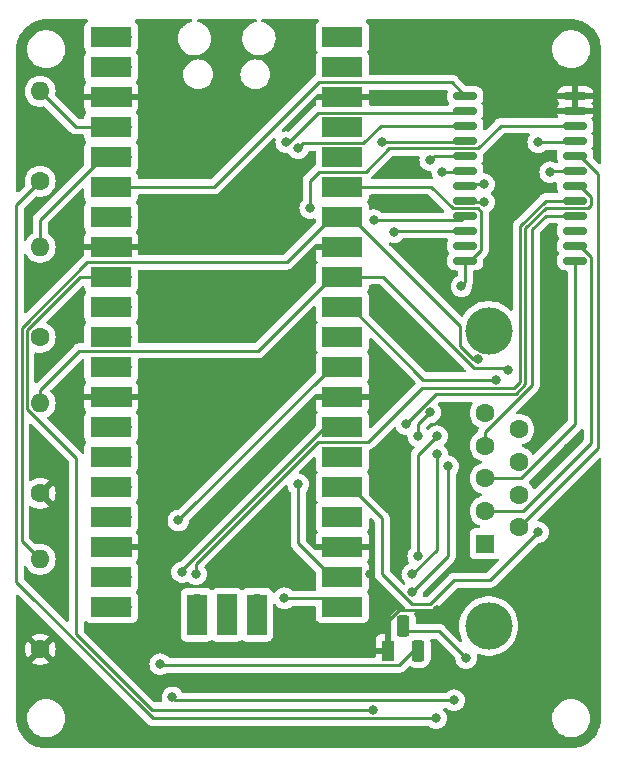
<source format=gbr>
%TF.GenerationSoftware,KiCad,Pcbnew,(6.0.10)*%
%TF.CreationDate,2023-01-29T19:44:21-08:00*%
%TF.ProjectId,DecentXE-to-USB,44656365-6e74-4584-952d-746f2d555342,rev?*%
%TF.SameCoordinates,Original*%
%TF.FileFunction,Copper,L1,Top*%
%TF.FilePolarity,Positive*%
%FSLAX46Y46*%
G04 Gerber Fmt 4.6, Leading zero omitted, Abs format (unit mm)*
G04 Created by KiCad (PCBNEW (6.0.10)) date 2023-01-29 19:44:21*
%MOMM*%
%LPD*%
G01*
G04 APERTURE LIST*
G04 Aperture macros list*
%AMRoundRect*
0 Rectangle with rounded corners*
0 $1 Rounding radius*
0 $2 $3 $4 $5 $6 $7 $8 $9 X,Y pos of 4 corners*
0 Add a 4 corners polygon primitive as box body*
4,1,4,$2,$3,$4,$5,$6,$7,$8,$9,$2,$3,0*
0 Add four circle primitives for the rounded corners*
1,1,$1+$1,$2,$3*
1,1,$1+$1,$4,$5*
1,1,$1+$1,$6,$7*
1,1,$1+$1,$8,$9*
0 Add four rect primitives between the rounded corners*
20,1,$1+$1,$2,$3,$4,$5,0*
20,1,$1+$1,$4,$5,$6,$7,0*
20,1,$1+$1,$6,$7,$8,$9,0*
20,1,$1+$1,$8,$9,$2,$3,0*%
G04 Aperture macros list end*
%TA.AperFunction,SMDPad,CuDef*%
%ADD10RoundRect,0.150000X-0.875000X-0.150000X0.875000X-0.150000X0.875000X0.150000X-0.875000X0.150000X0*%
%TD*%
%TA.AperFunction,ComponentPad*%
%ADD11C,1.600000*%
%TD*%
%TA.AperFunction,ComponentPad*%
%ADD12O,1.600000X1.600000*%
%TD*%
%TA.AperFunction,ComponentPad*%
%ADD13R,1.100000X1.800000*%
%TD*%
%TA.AperFunction,ComponentPad*%
%ADD14RoundRect,0.275000X-0.275000X-0.625000X0.275000X-0.625000X0.275000X0.625000X-0.275000X0.625000X0*%
%TD*%
%TA.AperFunction,SMDPad,CuDef*%
%ADD15R,1.700000X3.500000*%
%TD*%
%TA.AperFunction,ComponentPad*%
%ADD16O,1.700000X1.700000*%
%TD*%
%TA.AperFunction,ComponentPad*%
%ADD17R,1.700000X1.700000*%
%TD*%
%TA.AperFunction,SMDPad,CuDef*%
%ADD18R,3.500000X1.700000*%
%TD*%
%TA.AperFunction,ComponentPad*%
%ADD19C,4.000000*%
%TD*%
%TA.AperFunction,ComponentPad*%
%ADD20R,1.600000X1.600000*%
%TD*%
%TA.AperFunction,ViaPad*%
%ADD21C,0.800000*%
%TD*%
%TA.AperFunction,Conductor*%
%ADD22C,0.250000*%
%TD*%
G04 APERTURE END LIST*
D10*
%TO.P,U2,1,EL*%
%TO.N,STROBE*%
X51230000Y-22987000D03*
%TO.P,U2,2,A0*%
%TO.N,A0*%
X51230000Y-24257000D03*
%TO.P,U2,3,A1*%
%TO.N,A1*%
X51230000Y-25527000D03*
%TO.P,U2,4,Q7*%
%TO.N,COL_7*%
X51230000Y-26797000D03*
%TO.P,U2,5,Q6*%
%TO.N,COL_6*%
X51230000Y-28067000D03*
%TO.P,U2,6,Q5*%
%TO.N,COL_5*%
X51230000Y-29337000D03*
%TO.P,U2,7,Q4*%
%TO.N,COL_4*%
X51230000Y-30607000D03*
%TO.P,U2,8,Q3*%
%TO.N,COL_3*%
X51230000Y-31877000D03*
%TO.P,U2,9,Q1*%
%TO.N,COL_1*%
X51230000Y-33147000D03*
%TO.P,U2,10,Q2*%
%TO.N,COL_2*%
X51230000Y-34417000D03*
%TO.P,U2,11,Q0*%
%TO.N,unconnected-(U2-Pad11)*%
X51230000Y-35687000D03*
%TO.P,U2,12,Vss*%
%TO.N,3V3*%
X51230000Y-36957000D03*
%TO.P,U2,13,Q13*%
%TO.N,LEFT*%
X60530000Y-36957000D03*
%TO.P,U2,14,Q12*%
%TO.N,DOWN*%
X60530000Y-35687000D03*
%TO.P,U2,15,Q15*%
%TO.N,unconnected-(U2-Pad15)*%
X60530000Y-34417000D03*
%TO.P,U2,16,Q14*%
%TO.N,RIGHT*%
X60530000Y-33147000D03*
%TO.P,U2,17,Q9*%
%TO.N,COL_9*%
X60530000Y-31877000D03*
%TO.P,U2,18,Q8*%
%TO.N,COL_8*%
X60530000Y-30607000D03*
%TO.P,U2,19,Q11*%
%TO.N,UP*%
X60530000Y-29337000D03*
%TO.P,U2,20,Q10*%
%TO.N,FIRE*%
X60530000Y-28067000D03*
%TO.P,U2,21,A2*%
%TO.N,A2*%
X60530000Y-26797000D03*
%TO.P,U2,22,A3*%
%TO.N,A3*%
X60530000Y-25527000D03*
%TO.P,U2,23,~{EN}*%
%TO.N,GND*%
X60530000Y-24257000D03*
%TO.P,U2,24,Vdd*%
X60530000Y-22987000D03*
%TD*%
D11*
%TO.P,R1,1*%
%TO.N,PWR_LED*%
X15240000Y-30226000D03*
D12*
%TO.P,R1,2*%
%TO.N,Net-(R1-Pad2)*%
X15240000Y-22606000D03*
%TD*%
D11*
%TO.P,R4,1*%
%TO.N,GND*%
X15240000Y-69850000D03*
D12*
%TO.P,R4,2*%
%TO.N,PADDLE_B*%
X15240000Y-62230000D03*
%TD*%
D13*
%TO.P,Q1,1,E*%
%TO.N,GND*%
X44704000Y-69996000D03*
D14*
%TO.P,Q1,2,B*%
%TO.N,Net-(Q1-Pad2)*%
X45974000Y-67926000D03*
%TO.P,Q1,3,C*%
%TO.N,LED_GND*%
X47244000Y-69996000D03*
%TD*%
D15*
%TO.P,U1,43,SWDIO*%
%TO.N,unconnected-(U1-Pad43)*%
X33577000Y-66943000D03*
D16*
X33577000Y-66043000D03*
D15*
%TO.P,U1,42,GND*%
%TO.N,unconnected-(U1-Pad42)*%
X31037000Y-66943000D03*
D17*
X31037000Y-66043000D03*
D15*
%TO.P,U1,41,SWCLK*%
%TO.N,unconnected-(U1-Pad41)*%
X28497000Y-66943000D03*
D16*
X28497000Y-66043000D03*
D18*
%TO.P,U1,40,VBUS*%
%TO.N,VCC_5V*%
X40827000Y-18013000D03*
D16*
X39927000Y-18013000D03*
%TO.P,U1,39,VSYS*%
%TO.N,unconnected-(U1-Pad39)*%
X39927000Y-20553000D03*
D18*
X40827000Y-20553000D03*
%TO.P,U1,38,GND*%
%TO.N,GND*%
X40827000Y-23093000D03*
D17*
X39927000Y-23093000D03*
D16*
%TO.P,U1,37,3V3_EN*%
%TO.N,unconnected-(U1-Pad37)*%
X39927000Y-25633000D03*
D18*
X40827000Y-25633000D03*
D16*
%TO.P,U1,36,3V3*%
%TO.N,3V3*%
X39927000Y-28173000D03*
D18*
X40827000Y-28173000D03*
D16*
%TO.P,U1,35,ADC_VREF*%
X39927000Y-30713000D03*
D18*
X40827000Y-30713000D03*
%TO.P,U1,34,GPIO28_ADC2*%
%TO.N,PADDLE_B*%
X40827000Y-33253000D03*
D16*
X39927000Y-33253000D03*
D18*
%TO.P,U1,33,AGND*%
%TO.N,GND*%
X40827000Y-35793000D03*
D17*
X39927000Y-35793000D03*
D16*
%TO.P,U1,32,GPIO27_ADC1*%
%TO.N,PADDLE_A*%
X39927000Y-38333000D03*
D18*
X40827000Y-38333000D03*
D16*
%TO.P,U1,31,GPIO26_ADC0*%
%TO.N,JOY_GND*%
X39927000Y-40873000D03*
D18*
X40827000Y-40873000D03*
D16*
%TO.P,U1,30,RUN*%
%TO.N,unconnected-(U1-Pad30)*%
X39927000Y-43413000D03*
D18*
X40827000Y-43413000D03*
D16*
%TO.P,U1,29,GPIO22*%
%TO.N,SELECT*%
X39927000Y-45953000D03*
D18*
X40827000Y-45953000D03*
%TO.P,U1,28,GND*%
%TO.N,GND*%
X40827000Y-48493000D03*
D17*
X39927000Y-48493000D03*
D16*
%TO.P,U1,27,GPIO21*%
%TO.N,START*%
X39927000Y-51033000D03*
D18*
X40827000Y-51033000D03*
%TO.P,U1,26,GPIO20*%
%TO.N,A3*%
X40827000Y-53573000D03*
D16*
X39927000Y-53573000D03*
%TO.P,U1,25,GPIO19*%
%TO.N,A2*%
X39927000Y-56113000D03*
D18*
X40827000Y-56113000D03*
D16*
%TO.P,U1,24,GPIO18*%
%TO.N,ROW_6*%
X39927000Y-58653000D03*
D18*
X40827000Y-58653000D03*
%TO.P,U1,23,GND*%
%TO.N,GND*%
X40827000Y-61193000D03*
D17*
X39927000Y-61193000D03*
D16*
%TO.P,U1,22,GPIO17*%
%TO.N,A1*%
X39927000Y-63733000D03*
D18*
X40827000Y-63733000D03*
%TO.P,U1,21,GPIO16*%
%TO.N,A0*%
X40827000Y-66273000D03*
D16*
X39927000Y-66273000D03*
%TO.P,U1,20,GPIO15*%
%TO.N,ROW_4*%
X22147000Y-66273000D03*
D18*
X21247000Y-66273000D03*
D16*
%TO.P,U1,19,GPIO14*%
%TO.N,ROW_2*%
X22147000Y-63733000D03*
D18*
X21247000Y-63733000D03*
%TO.P,U1,18,GND*%
%TO.N,GND*%
X21247000Y-61193000D03*
D17*
X22147000Y-61193000D03*
D16*
%TO.P,U1,17,GPIO13*%
%TO.N,ROW_1*%
X22147000Y-58653000D03*
D18*
X21247000Y-58653000D03*
%TO.P,U1,16,GPIO12*%
%TO.N,ROW_3*%
X21247000Y-56113000D03*
D16*
X22147000Y-56113000D03*
%TO.P,U1,15,GPIO11*%
%TO.N,unconnected-(U1-Pad15)*%
X22147000Y-53573000D03*
D18*
X21247000Y-53573000D03*
D16*
%TO.P,U1,14,GPIO10*%
%TO.N,unconnected-(U1-Pad14)*%
X22147000Y-51033000D03*
D18*
X21247000Y-51033000D03*
%TO.P,U1,13,GND*%
%TO.N,GND*%
X21247000Y-48493000D03*
D17*
X22147000Y-48493000D03*
D16*
%TO.P,U1,12,GPIO9*%
%TO.N,unconnected-(U1-Pad12)*%
X22147000Y-45953000D03*
D18*
X21247000Y-45953000D03*
%TO.P,U1,11,GPIO8*%
%TO.N,unconnected-(U1-Pad11)*%
X21247000Y-43413000D03*
D16*
X22147000Y-43413000D03*
D18*
%TO.P,U1,10,GPIO7*%
%TO.N,ROW_5*%
X21247000Y-40873000D03*
D16*
X22147000Y-40873000D03*
%TO.P,U1,9,GPIO6*%
%TO.N,ROW_8*%
X22147000Y-38333000D03*
D18*
X21247000Y-38333000D03*
D17*
%TO.P,U1,8,GND*%
%TO.N,GND*%
X22147000Y-35793000D03*
D18*
X21247000Y-35793000D03*
%TO.P,U1,7,GPIO5*%
%TO.N,ROW_7*%
X21247000Y-33253000D03*
D16*
X22147000Y-33253000D03*
D18*
%TO.P,U1,6,GPIO4*%
%TO.N,STROBE*%
X21247000Y-30713000D03*
D16*
X22147000Y-30713000D03*
D18*
%TO.P,U1,5,GPIO3*%
%TO.N,Net-(R2-Pad2)*%
X21247000Y-28173000D03*
D16*
X22147000Y-28173000D03*
D18*
%TO.P,U1,4,GPIO2*%
%TO.N,Net-(R1-Pad2)*%
X21247000Y-25633000D03*
D16*
X22147000Y-25633000D03*
D17*
%TO.P,U1,3,GND*%
%TO.N,GND*%
X22147000Y-23093000D03*
D18*
X21247000Y-23093000D03*
%TO.P,U1,2,GPIO1*%
%TO.N,RESET*%
X21247000Y-20553000D03*
D16*
X22147000Y-20553000D03*
%TO.P,U1,1,GPIO0*%
%TO.N,OPTION*%
X22147000Y-18013000D03*
D18*
X21247000Y-18013000D03*
%TD*%
D11*
%TO.P,R2,1*%
%TO.N,Net-(Q1-Pad2)*%
X15240000Y-43434000D03*
D12*
%TO.P,R2,2*%
%TO.N,Net-(R2-Pad2)*%
X15240000Y-35814000D03*
%TD*%
D19*
%TO.P,J2,0*%
%TO.N,N/C*%
X53214669Y-42882000D03*
X53214669Y-67882000D03*
D20*
%TO.P,J2,1,Pin_1*%
%TO.N,UP*%
X52914669Y-60922000D03*
D11*
%TO.P,J2,2,Pin_2*%
%TO.N,DOWN*%
X52914669Y-58152000D03*
%TO.P,J2,3,Pin_3*%
%TO.N,LEFT*%
X52914669Y-55382000D03*
%TO.P,J2,4,Pin_4*%
%TO.N,RIGHT*%
X52914669Y-52612000D03*
%TO.P,J2,5,Pin_5*%
%TO.N,PADDLE_B*%
X52914669Y-49842000D03*
%TO.P,J2,6,Pin_6*%
%TO.N,FIRE*%
X55754669Y-59537000D03*
%TO.P,J2,7,Pin_7*%
%TO.N,3V3*%
X55754669Y-56767000D03*
%TO.P,J2,8,Pin_8*%
%TO.N,JOY_GND*%
X55754669Y-53997000D03*
%TO.P,J2,9,Pin_9*%
%TO.N,PADDLE_A*%
X55754669Y-51227000D03*
%TD*%
%TO.P,R3,1*%
%TO.N,GND*%
X15240000Y-56642000D03*
D12*
%TO.P,R3,2*%
%TO.N,PADDLE_A*%
X15240000Y-49022000D03*
%TD*%
D21*
%TO.N,GND*%
X43688000Y-55372000D03*
X45720000Y-60960000D03*
X43180000Y-63500000D03*
X59944000Y-52832000D03*
X15748000Y-27940000D03*
X46736000Y-43180000D03*
X46736000Y-29464000D03*
X46736000Y-32004000D03*
X17272000Y-42672000D03*
X51308000Y-62992000D03*
X59436000Y-48260000D03*
X39116000Y-69596000D03*
X32004000Y-70104000D03*
X54864000Y-27940000D03*
%TO.N,A2*%
X57404000Y-26924000D03*
X57399701Y-59939701D03*
%TO.N,A3*%
X38100000Y-32512000D03*
%TO.N,JOY_GND*%
X53848000Y-47027500D03*
%TO.N,PADDLE_B*%
X52286483Y-45310144D03*
%TO.N,PADDLE_A*%
X54864000Y-46228000D03*
%TO.N,COL_2*%
X45212000Y-34544000D03*
%TO.N,COL_1*%
X43471500Y-33528000D03*
%TO.N,A1*%
X37084000Y-27432000D03*
X37084000Y-55880000D03*
%TO.N,A0*%
X35909500Y-65532000D03*
X36068000Y-26924000D03*
%TO.N,3V3*%
X50900500Y-39116000D03*
%TO.N,UP*%
X58420000Y-29464000D03*
%TO.N,COL_9*%
X28448000Y-63500000D03*
%TO.N,START*%
X27251898Y-63319898D03*
%TO.N,SELECT*%
X26938000Y-58942000D03*
%TO.N,GND*%
X50292000Y-20320000D03*
X48260000Y-23368000D03*
X48843500Y-66548000D03*
%TO.N,PWR_LED*%
X48768000Y-75692000D03*
%TO.N,Net-(Q1-Pad2)*%
X51308000Y-70612000D03*
%TO.N,ROW_8*%
X43456555Y-74971847D03*
%TO.N,COL_3*%
X52832000Y-32004000D03*
%TO.N,COL_4*%
X52832000Y-30480000D03*
%TO.N,COL_3*%
X49784000Y-54356000D03*
X46736000Y-65024000D03*
%TO.N,COL_4*%
X48843500Y-53340000D03*
X46744598Y-63508598D03*
%TO.N,COL_5*%
X48843500Y-51816000D03*
X47248299Y-61980299D03*
X49276000Y-29464000D03*
%TO.N,COL_6*%
X48260000Y-28448000D03*
X48264299Y-49788299D03*
X47244000Y-51816000D03*
%TO.N,COL_8*%
X46228000Y-50800000D03*
%TO.N,COL_7*%
X44196000Y-26924000D03*
%TO.N,VCC_5V*%
X26442549Y-73924951D03*
X50292000Y-74168000D03*
%TO.N,LED_GND*%
X25400000Y-71120000D03*
%TD*%
D22*
%TO.N,A2*%
X53331402Y-64008000D02*
X57399701Y-59939701D01*
X57404000Y-26924000D02*
X60403000Y-26924000D01*
X50292000Y-64008000D02*
X53331402Y-64008000D01*
X48260000Y-66040000D02*
X50292000Y-64008000D01*
X44196000Y-63509305D02*
X46726695Y-66040000D01*
X44196000Y-58772000D02*
X44196000Y-63509305D01*
X46726695Y-66040000D02*
X48260000Y-66040000D01*
X41537000Y-56113000D02*
X44196000Y-58772000D01*
%TO.N,A3*%
X54216751Y-25527000D02*
X60530000Y-25527000D01*
X52301751Y-27442000D02*
X54216751Y-25527000D01*
X44808000Y-27442000D02*
X52301751Y-27442000D01*
X42786000Y-29464000D02*
X44808000Y-27442000D01*
X38826000Y-29464000D02*
X42786000Y-29464000D01*
X38100000Y-30190000D02*
X38826000Y-29464000D01*
X38100000Y-32512000D02*
X38100000Y-30190000D01*
%TO.N,JOY_GND*%
X47691500Y-47027500D02*
X41537000Y-40873000D01*
X53848000Y-47027500D02*
X47691500Y-47027500D01*
%TO.N,PADDLE_A*%
X44284034Y-38333000D02*
X39927000Y-38333000D01*
X51986178Y-46035144D02*
X44284034Y-38333000D01*
X54671144Y-46035144D02*
X51986178Y-46035144D01*
X54864000Y-46228000D02*
X54671144Y-46035144D01*
%TO.N,PADDLE_B*%
X51914144Y-45310144D02*
X52286483Y-45310144D01*
X50800000Y-42516000D02*
X50800000Y-44196000D01*
X41537000Y-33253000D02*
X50800000Y-42516000D01*
X50800000Y-44196000D02*
X51914144Y-45310144D01*
%TO.N,COL_9*%
X58039000Y-31877000D02*
X60530000Y-31877000D01*
X55880000Y-47242507D02*
X55880000Y-34036000D01*
X43004798Y-52302989D02*
X47555788Y-47752000D01*
X28448000Y-62612396D02*
X38757407Y-52302989D01*
X38757407Y-52302989D02*
X43004798Y-52302989D01*
X55880000Y-34036000D02*
X58039000Y-31877000D01*
X28448000Y-63500000D02*
X28448000Y-62612396D01*
X47555788Y-47752000D02*
X55370507Y-47752000D01*
X55370507Y-47752000D02*
X55880000Y-47242507D01*
%TO.N,COL_8*%
X61880000Y-31530249D02*
X60956751Y-30607000D01*
X61880000Y-32223751D02*
X61880000Y-31530249D01*
X58050396Y-32502000D02*
X61601751Y-32502000D01*
X61601751Y-32502000D02*
X61880000Y-32223751D01*
X56330000Y-34222396D02*
X58050396Y-32502000D01*
X55498903Y-48260000D02*
X56330000Y-47428903D01*
X48768000Y-48260000D02*
X55498903Y-48260000D01*
X46228000Y-50800000D02*
X48768000Y-48260000D01*
X56330000Y-47428903D02*
X56330000Y-34222396D01*
%TO.N,COL_2*%
X45339000Y-34417000D02*
X45212000Y-34544000D01*
X51230000Y-34417000D02*
X45339000Y-34417000D01*
%TO.N,COL_1*%
X43471500Y-33528000D02*
X50849000Y-33528000D01*
X50849000Y-33528000D02*
X51230000Y-33147000D01*
%TO.N,A1*%
X37084000Y-60890000D02*
X39927000Y-63733000D01*
X37084000Y-55880000D02*
X37084000Y-60890000D01*
X37518000Y-26998000D02*
X37084000Y-27432000D01*
X42598000Y-26998000D02*
X37518000Y-26998000D01*
X44069000Y-25527000D02*
X42598000Y-26998000D01*
X51230000Y-25527000D02*
X44069000Y-25527000D01*
%TO.N,A0*%
X39186000Y-65532000D02*
X39927000Y-66273000D01*
X35909500Y-65532000D02*
X39186000Y-65532000D01*
X36286000Y-26924000D02*
X36068000Y-26924000D01*
X38752000Y-24458000D02*
X36286000Y-26924000D01*
X51029000Y-24458000D02*
X38752000Y-24458000D01*
X51230000Y-24257000D02*
X51029000Y-24458000D01*
%TO.N,3V3*%
X51230000Y-38786500D02*
X50900500Y-39116000D01*
X51230000Y-36957000D02*
X51230000Y-38786500D01*
%TO.N,RIGHT*%
X52914669Y-51480630D02*
X56896000Y-47499299D01*
X56896000Y-47499299D02*
X56896000Y-34292792D01*
X52914669Y-52612000D02*
X52914669Y-51480630D01*
X56896000Y-34292792D02*
X58041792Y-33147000D01*
X58041792Y-33147000D02*
X60530000Y-33147000D01*
%TO.N,UP*%
X58547000Y-29337000D02*
X58420000Y-29464000D01*
X60530000Y-29337000D02*
X58547000Y-29337000D01*
%TO.N,FIRE*%
X62484000Y-52807669D02*
X62484000Y-29594249D01*
X55754669Y-59537000D02*
X62484000Y-52807669D01*
X62484000Y-29594249D02*
X60956751Y-28067000D01*
%TO.N,DOWN*%
X56140000Y-58152000D02*
X52914669Y-58152000D01*
X61880000Y-36610249D02*
X61880000Y-52412000D01*
X61880000Y-52412000D02*
X56140000Y-58152000D01*
X60956751Y-35687000D02*
X61880000Y-36610249D01*
%TO.N,LEFT*%
X55960660Y-55382000D02*
X52914669Y-55382000D01*
X60530000Y-50812660D02*
X55960660Y-55382000D01*
X60530000Y-36957000D02*
X60530000Y-50812660D01*
%TO.N,START*%
X27251898Y-63172102D02*
X39391000Y-51033000D01*
X27251898Y-63319898D02*
X27251898Y-63172102D01*
%TO.N,SELECT*%
X39927000Y-45953000D02*
X26938000Y-58942000D01*
%TO.N,3V3*%
X52580000Y-32800249D02*
X52580000Y-36033751D01*
X52301751Y-32522000D02*
X52580000Y-32800249D01*
X50158249Y-32522000D02*
X52301751Y-32522000D01*
X48349249Y-30713000D02*
X50158249Y-32522000D01*
X39927000Y-30713000D02*
X48349249Y-30713000D01*
X52580000Y-36033751D02*
X51656751Y-36957000D01*
%TO.N,GND*%
X44704000Y-67447472D02*
X44704000Y-69596000D01*
X45603472Y-66548000D02*
X44704000Y-67447472D01*
X48843500Y-66548000D02*
X45603472Y-66548000D01*
%TO.N,PWR_LED*%
X24768451Y-75696847D02*
X48763153Y-75696847D01*
X13215000Y-64143396D02*
X24768451Y-75696847D01*
X13215000Y-32251000D02*
X13215000Y-64143396D01*
X48763153Y-75696847D02*
X48768000Y-75692000D01*
X15240000Y-30226000D02*
X13215000Y-32251000D01*
%TO.N,Net-(Q1-Pad2)*%
X49022000Y-68326000D02*
X45974000Y-68326000D01*
X51308000Y-70612000D02*
X49022000Y-68326000D01*
%TO.N,PADDLE_B*%
X19246000Y-37084000D02*
X36096000Y-37084000D01*
X13665000Y-42665000D02*
X19246000Y-37084000D01*
X36096000Y-37084000D02*
X39927000Y-33253000D01*
X15240000Y-62230000D02*
X13665000Y-60655000D01*
X13665000Y-60655000D02*
X13665000Y-42665000D01*
%TO.N,ROW_8*%
X18633396Y-38333000D02*
X22147000Y-38333000D01*
X14115000Y-42851396D02*
X18633396Y-38333000D01*
X14115000Y-49487991D02*
X14115000Y-42851396D01*
X18288000Y-53660991D02*
X14115000Y-49487991D01*
X18288000Y-68580000D02*
X18288000Y-53660991D01*
X24679847Y-74971847D02*
X18288000Y-68580000D01*
X43456555Y-74971847D02*
X24679847Y-74971847D01*
%TO.N,COL_3*%
X52832000Y-32004000D02*
X51357000Y-32004000D01*
%TO.N,COL_4*%
X52832000Y-30480000D02*
X51357000Y-30480000D01*
%TO.N,COL_3*%
X46736000Y-65024000D02*
X49784000Y-61976000D01*
X49784000Y-61976000D02*
X49784000Y-54356000D01*
%TO.N,COL_4*%
X46744598Y-63508598D02*
X48843500Y-61409696D01*
X48843500Y-61409696D02*
X48843500Y-53340000D01*
%TO.N,COL_5*%
X49276000Y-29464000D02*
X51103000Y-29464000D01*
X47248299Y-61980299D02*
X47248299Y-53411201D01*
X47248299Y-53411201D02*
X48843500Y-51816000D01*
%TO.N,COL_6*%
X48641000Y-28067000D02*
X51230000Y-28067000D01*
X48260000Y-28448000D02*
X48641000Y-28067000D01*
X47244000Y-50808598D02*
X48264299Y-49788299D01*
X47244000Y-51816000D02*
X47244000Y-50808598D01*
%TO.N,COL_7*%
X44196000Y-26924000D02*
X51103000Y-26924000D01*
%TO.N,VCC_5V*%
X50292000Y-74168000D02*
X26685598Y-74168000D01*
X26685598Y-74168000D02*
X26442549Y-73924951D01*
%TO.N,LED_GND*%
X45619000Y-71221000D02*
X47244000Y-69596000D01*
X25501000Y-71221000D02*
X45619000Y-71221000D01*
X25400000Y-71120000D02*
X25501000Y-71221000D01*
%TO.N,PADDLE_A*%
X33672000Y-44588000D02*
X39927000Y-38333000D01*
X15240000Y-47890630D02*
X18542630Y-44588000D01*
X15240000Y-49022000D02*
X15240000Y-47890630D01*
X18542630Y-44588000D02*
X33672000Y-44588000D01*
%TO.N,STROBE*%
X50087000Y-21844000D02*
X51230000Y-22987000D01*
X29957000Y-30713000D02*
X38826000Y-21844000D01*
X38826000Y-21844000D02*
X50087000Y-21844000D01*
X22147000Y-30713000D02*
X29957000Y-30713000D01*
%TO.N,Net-(R2-Pad2)*%
X15240000Y-33470000D02*
X20537000Y-28173000D01*
X15240000Y-35814000D02*
X15240000Y-33470000D01*
%TO.N,Net-(R1-Pad2)*%
X18267000Y-25633000D02*
X22147000Y-25633000D01*
X15240000Y-22606000D02*
X18267000Y-25633000D01*
%TD*%
%TA.AperFunction,Conductor*%
%TO.N,GND*%
G36*
X38485147Y-40774925D02*
G01*
X38541982Y-40817472D01*
X38566905Y-40885727D01*
X38568291Y-40909762D01*
X38568500Y-40917016D01*
X38568500Y-41771134D01*
X38575255Y-41833316D01*
X38626385Y-41969705D01*
X38699630Y-42067435D01*
X38724478Y-42133941D01*
X38709425Y-42203324D01*
X38699632Y-42218562D01*
X38626385Y-42316295D01*
X38575255Y-42452684D01*
X38568500Y-42514866D01*
X38568500Y-43333219D01*
X38567787Y-43346607D01*
X38564251Y-43379695D01*
X38564548Y-43384848D01*
X38564548Y-43384851D01*
X38568291Y-43449763D01*
X38568500Y-43457016D01*
X38568500Y-44311134D01*
X38575255Y-44373316D01*
X38626385Y-44509705D01*
X38686340Y-44589702D01*
X38699630Y-44607435D01*
X38724478Y-44673941D01*
X38709425Y-44743324D01*
X38699632Y-44758562D01*
X38626385Y-44856295D01*
X38575255Y-44992684D01*
X38568500Y-45054866D01*
X38568500Y-45873219D01*
X38567787Y-45886607D01*
X38564251Y-45919695D01*
X38564548Y-45924848D01*
X38564548Y-45924851D01*
X38568291Y-45989763D01*
X38568500Y-45997016D01*
X38568500Y-46363406D01*
X38548498Y-46431527D01*
X38531595Y-46452501D01*
X26987500Y-57996595D01*
X26925188Y-58030621D01*
X26898405Y-58033500D01*
X26842513Y-58033500D01*
X26836061Y-58034872D01*
X26836056Y-58034872D01*
X26749112Y-58053353D01*
X26655712Y-58073206D01*
X26649682Y-58075891D01*
X26649681Y-58075891D01*
X26487278Y-58148197D01*
X26487276Y-58148198D01*
X26481248Y-58150882D01*
X26475907Y-58154762D01*
X26475906Y-58154763D01*
X26425843Y-58191136D01*
X26326747Y-58263134D01*
X26322326Y-58268044D01*
X26322325Y-58268045D01*
X26216657Y-58385402D01*
X26198960Y-58405056D01*
X26103473Y-58570444D01*
X26044458Y-58752072D01*
X26043768Y-58758633D01*
X26043768Y-58758635D01*
X26035012Y-58841942D01*
X26024496Y-58942000D01*
X26025186Y-58948565D01*
X26040374Y-59093067D01*
X26044458Y-59131928D01*
X26103473Y-59313556D01*
X26198960Y-59478944D01*
X26203378Y-59483851D01*
X26203379Y-59483852D01*
X26260883Y-59547717D01*
X26326747Y-59620866D01*
X26481248Y-59733118D01*
X26487276Y-59735802D01*
X26487278Y-59735803D01*
X26649681Y-59808109D01*
X26655712Y-59810794D01*
X26749113Y-59830647D01*
X26836056Y-59849128D01*
X26836061Y-59849128D01*
X26842513Y-59850500D01*
X27033487Y-59850500D01*
X27039939Y-59849128D01*
X27039944Y-59849128D01*
X27126887Y-59830647D01*
X27220288Y-59810794D01*
X27226319Y-59808109D01*
X27388722Y-59735803D01*
X27388724Y-59735802D01*
X27394752Y-59733118D01*
X27549253Y-59620866D01*
X27615117Y-59547717D01*
X27672621Y-59483852D01*
X27672622Y-59483851D01*
X27677040Y-59478944D01*
X27772527Y-59313556D01*
X27831542Y-59131928D01*
X27835627Y-59093067D01*
X27841792Y-59034405D01*
X27848907Y-58966706D01*
X27875920Y-58901050D01*
X27885122Y-58890782D01*
X38500000Y-48275905D01*
X38562312Y-48241879D01*
X38589095Y-48239000D01*
X43066884Y-48239000D01*
X43082123Y-48234525D01*
X43083328Y-48233135D01*
X43084999Y-48225452D01*
X43084999Y-47598331D01*
X43084629Y-47591510D01*
X43079105Y-47540648D01*
X43075479Y-47525396D01*
X43030324Y-47404946D01*
X43021786Y-47389351D01*
X42954058Y-47298982D01*
X42929210Y-47232475D01*
X42944263Y-47163093D01*
X42954058Y-47147852D01*
X43022229Y-47056891D01*
X43027615Y-47049705D01*
X43078745Y-46913316D01*
X43085500Y-46851134D01*
X43085500Y-45054866D01*
X43078745Y-44992684D01*
X43027615Y-44856295D01*
X42954370Y-44758564D01*
X42929522Y-44692059D01*
X42944575Y-44622676D01*
X42954370Y-44607435D01*
X42967660Y-44589702D01*
X43027615Y-44509705D01*
X43078745Y-44373316D01*
X43085500Y-44311134D01*
X43085500Y-43621594D01*
X43105502Y-43553473D01*
X43159158Y-43506980D01*
X43229432Y-43496876D01*
X43294012Y-43526370D01*
X43300595Y-43532499D01*
X47000895Y-47232799D01*
X47034921Y-47295111D01*
X47029856Y-47365926D01*
X47000895Y-47410989D01*
X43300595Y-51111287D01*
X43238283Y-51145313D01*
X43167467Y-51140248D01*
X43110632Y-51097701D01*
X43085821Y-51031181D01*
X43085500Y-51022192D01*
X43085500Y-50134866D01*
X43078745Y-50072684D01*
X43027615Y-49936295D01*
X42954058Y-49838148D01*
X42929210Y-49771642D01*
X42944263Y-49702259D01*
X42954058Y-49687018D01*
X43021786Y-49596649D01*
X43030324Y-49581054D01*
X43075478Y-49460606D01*
X43079105Y-49445351D01*
X43084631Y-49394486D01*
X43085000Y-49387672D01*
X43085000Y-48765115D01*
X43080525Y-48749876D01*
X43079135Y-48748671D01*
X43071452Y-48747000D01*
X38587116Y-48747000D01*
X38571877Y-48751475D01*
X38570672Y-48752865D01*
X38569001Y-48760548D01*
X38569001Y-49387669D01*
X38569371Y-49394490D01*
X38574895Y-49445352D01*
X38578521Y-49460604D01*
X38623676Y-49581054D01*
X38632214Y-49596649D01*
X38699942Y-49687018D01*
X38724790Y-49753525D01*
X38709737Y-49822907D01*
X38699942Y-49838148D01*
X38626385Y-49936295D01*
X38575255Y-50072684D01*
X38568500Y-50134866D01*
X38568500Y-50907406D01*
X38548498Y-50975527D01*
X38531595Y-50996501D01*
X32814690Y-56713405D01*
X27132369Y-62395726D01*
X27069472Y-62429877D01*
X26969610Y-62451104D01*
X26963580Y-62453789D01*
X26963579Y-62453789D01*
X26801176Y-62526095D01*
X26801174Y-62526096D01*
X26795146Y-62528780D01*
X26640645Y-62641032D01*
X26636224Y-62645942D01*
X26636223Y-62645943D01*
X26568317Y-62721361D01*
X26512858Y-62782954D01*
X26417371Y-62948342D01*
X26358356Y-63129970D01*
X26357666Y-63136531D01*
X26357666Y-63136533D01*
X26348737Y-63221493D01*
X26338394Y-63319898D01*
X26339084Y-63326463D01*
X26352819Y-63457141D01*
X26358356Y-63509826D01*
X26417371Y-63691454D01*
X26420674Y-63697176D01*
X26420675Y-63697177D01*
X26425106Y-63704851D01*
X26512858Y-63856842D01*
X26517276Y-63861749D01*
X26517277Y-63861750D01*
X26636223Y-63993853D01*
X26640645Y-63998764D01*
X26795146Y-64111016D01*
X26801174Y-64113700D01*
X26801176Y-64113701D01*
X26963577Y-64186006D01*
X26969610Y-64188692D01*
X27063010Y-64208545D01*
X27149954Y-64227026D01*
X27149959Y-64227026D01*
X27156411Y-64228398D01*
X27347385Y-64228398D01*
X27353837Y-64227026D01*
X27353842Y-64227026D01*
X27440786Y-64208545D01*
X27534186Y-64188692D01*
X27540213Y-64186009D01*
X27540221Y-64186006D01*
X27672852Y-64126955D01*
X27743219Y-64117521D01*
X27807516Y-64147628D01*
X27817727Y-64157742D01*
X27836747Y-64178866D01*
X27991248Y-64291118D01*
X27997276Y-64293802D01*
X27997278Y-64293803D01*
X28123794Y-64350131D01*
X28165712Y-64368794D01*
X28259113Y-64388647D01*
X28346056Y-64407128D01*
X28346061Y-64407128D01*
X28352513Y-64408500D01*
X28543487Y-64408500D01*
X28549939Y-64407128D01*
X28549944Y-64407128D01*
X28636887Y-64388647D01*
X28730288Y-64368794D01*
X28772206Y-64350131D01*
X28898722Y-64293803D01*
X28898724Y-64293802D01*
X28904752Y-64291118D01*
X29059253Y-64178866D01*
X29174879Y-64050450D01*
X29182621Y-64041852D01*
X29182622Y-64041851D01*
X29187040Y-64036944D01*
X29255773Y-63917896D01*
X29279223Y-63877279D01*
X29279224Y-63877278D01*
X29282527Y-63871556D01*
X29341542Y-63689928D01*
X29342968Y-63676367D01*
X29360814Y-63506565D01*
X29361504Y-63500000D01*
X29349893Y-63389526D01*
X29342232Y-63316635D01*
X29342232Y-63316633D01*
X29341542Y-63310072D01*
X29282527Y-63128444D01*
X29248663Y-63069789D01*
X29190343Y-62968777D01*
X29187040Y-62963056D01*
X29182621Y-62958148D01*
X29175226Y-62949935D01*
X29144510Y-62885927D01*
X29153275Y-62815473D01*
X29179769Y-62776531D01*
X35974745Y-55981555D01*
X36037057Y-55947529D01*
X36107872Y-55952594D01*
X36164708Y-55995141D01*
X36189150Y-56057483D01*
X36190458Y-56069928D01*
X36249473Y-56251556D01*
X36344960Y-56416944D01*
X36418137Y-56498215D01*
X36448853Y-56562221D01*
X36450500Y-56582524D01*
X36450500Y-60811233D01*
X36449973Y-60822416D01*
X36448298Y-60829909D01*
X36448547Y-60837835D01*
X36448547Y-60837836D01*
X36450438Y-60897986D01*
X36450500Y-60901945D01*
X36450500Y-60929856D01*
X36450997Y-60933790D01*
X36450997Y-60933791D01*
X36451005Y-60933856D01*
X36451938Y-60945693D01*
X36453327Y-60989889D01*
X36455695Y-60998039D01*
X36458978Y-61009339D01*
X36462987Y-61028700D01*
X36465526Y-61048797D01*
X36468445Y-61056168D01*
X36468445Y-61056170D01*
X36481804Y-61089912D01*
X36485649Y-61101142D01*
X36497982Y-61143593D01*
X36502015Y-61150412D01*
X36502017Y-61150417D01*
X36508293Y-61161028D01*
X36516988Y-61178776D01*
X36524448Y-61197617D01*
X36529110Y-61204033D01*
X36529110Y-61204034D01*
X36550436Y-61233387D01*
X36556952Y-61243307D01*
X36579458Y-61281362D01*
X36593779Y-61295683D01*
X36606619Y-61310716D01*
X36618528Y-61327107D01*
X36624634Y-61332158D01*
X36652605Y-61355298D01*
X36661384Y-61363288D01*
X38531595Y-63233499D01*
X38565621Y-63295811D01*
X38568500Y-63322594D01*
X38568500Y-63653219D01*
X38567787Y-63666607D01*
X38564251Y-63699695D01*
X38564548Y-63704848D01*
X38564548Y-63704851D01*
X38568291Y-63769763D01*
X38568500Y-63777016D01*
X38568500Y-64631134D01*
X38575255Y-64693316D01*
X38578029Y-64700715D01*
X38588359Y-64728270D01*
X38593542Y-64799077D01*
X38559622Y-64861446D01*
X38497367Y-64895575D01*
X38470377Y-64898500D01*
X36617700Y-64898500D01*
X36549579Y-64878498D01*
X36530353Y-64862157D01*
X36530080Y-64862460D01*
X36525168Y-64858037D01*
X36520753Y-64853134D01*
X36366252Y-64740882D01*
X36360224Y-64738198D01*
X36360222Y-64738197D01*
X36197819Y-64665891D01*
X36197818Y-64665891D01*
X36191788Y-64663206D01*
X36087294Y-64640995D01*
X36011444Y-64624872D01*
X36011439Y-64624872D01*
X36004987Y-64623500D01*
X35814013Y-64623500D01*
X35807561Y-64624872D01*
X35807556Y-64624872D01*
X35731706Y-64640995D01*
X35627212Y-64663206D01*
X35621182Y-64665891D01*
X35621181Y-64665891D01*
X35458778Y-64738197D01*
X35458776Y-64738198D01*
X35452748Y-64740882D01*
X35298247Y-64853134D01*
X35293826Y-64858044D01*
X35293825Y-64858045D01*
X35190516Y-64972782D01*
X35170460Y-64995056D01*
X35148253Y-65033520D01*
X35137415Y-65052292D01*
X35086032Y-65101285D01*
X35016318Y-65114720D01*
X34950408Y-65088333D01*
X34910314Y-65033520D01*
X34880768Y-64954705D01*
X34880767Y-64954703D01*
X34877615Y-64946295D01*
X34790261Y-64829739D01*
X34673705Y-64742385D01*
X34537316Y-64691255D01*
X34475134Y-64684500D01*
X33591985Y-64684500D01*
X33590446Y-64684491D01*
X33487081Y-64683228D01*
X33487079Y-64683228D01*
X33481911Y-64683165D01*
X33476797Y-64683948D01*
X33473289Y-64684193D01*
X33464496Y-64684500D01*
X32678866Y-64684500D01*
X32616684Y-64691255D01*
X32480295Y-64742385D01*
X32382565Y-64815630D01*
X32316059Y-64840478D01*
X32246676Y-64825425D01*
X32231435Y-64815630D01*
X32133705Y-64742385D01*
X31997316Y-64691255D01*
X31935134Y-64684500D01*
X30138866Y-64684500D01*
X30076684Y-64691255D01*
X29940295Y-64742385D01*
X29842565Y-64815630D01*
X29776059Y-64840478D01*
X29706676Y-64825425D01*
X29691435Y-64815630D01*
X29593705Y-64742385D01*
X29457316Y-64691255D01*
X29395134Y-64684500D01*
X28511985Y-64684500D01*
X28510446Y-64684491D01*
X28407081Y-64683228D01*
X28407079Y-64683228D01*
X28401911Y-64683165D01*
X28396797Y-64683948D01*
X28393289Y-64684193D01*
X28384496Y-64684500D01*
X27598866Y-64684500D01*
X27536684Y-64691255D01*
X27400295Y-64742385D01*
X27283739Y-64829739D01*
X27196385Y-64946295D01*
X27145255Y-65082684D01*
X27138500Y-65144866D01*
X27138500Y-65963219D01*
X27137787Y-65976607D01*
X27134251Y-66009695D01*
X27134548Y-66014848D01*
X27134548Y-66014851D01*
X27138291Y-66079763D01*
X27138500Y-66087016D01*
X27138500Y-68741134D01*
X27145255Y-68803316D01*
X27196385Y-68939705D01*
X27283739Y-69056261D01*
X27400295Y-69143615D01*
X27536684Y-69194745D01*
X27598866Y-69201500D01*
X29395134Y-69201500D01*
X29457316Y-69194745D01*
X29593705Y-69143615D01*
X29691436Y-69070370D01*
X29757941Y-69045522D01*
X29827324Y-69060575D01*
X29842562Y-69070368D01*
X29940295Y-69143615D01*
X30076684Y-69194745D01*
X30138866Y-69201500D01*
X31935134Y-69201500D01*
X31997316Y-69194745D01*
X32133705Y-69143615D01*
X32231436Y-69070370D01*
X32297941Y-69045522D01*
X32367324Y-69060575D01*
X32382562Y-69070368D01*
X32480295Y-69143615D01*
X32616684Y-69194745D01*
X32678866Y-69201500D01*
X34475134Y-69201500D01*
X34537316Y-69194745D01*
X34673705Y-69143615D01*
X34790261Y-69056261D01*
X34877615Y-68939705D01*
X34928745Y-68803316D01*
X34935500Y-68741134D01*
X34935500Y-66140856D01*
X34936578Y-66124409D01*
X34937547Y-66117049D01*
X34966270Y-66052122D01*
X35025535Y-66013031D01*
X35096527Y-66012186D01*
X35156705Y-66049857D01*
X35164405Y-66059435D01*
X35167156Y-66063222D01*
X35170460Y-66068944D01*
X35174881Y-66073854D01*
X35288406Y-66199936D01*
X35298247Y-66210866D01*
X35452748Y-66323118D01*
X35458776Y-66325802D01*
X35458778Y-66325803D01*
X35621181Y-66398109D01*
X35627212Y-66400794D01*
X35720612Y-66420647D01*
X35807556Y-66439128D01*
X35807561Y-66439128D01*
X35814013Y-66440500D01*
X36004987Y-66440500D01*
X36011439Y-66439128D01*
X36011444Y-66439128D01*
X36098388Y-66420647D01*
X36191788Y-66400794D01*
X36197819Y-66398109D01*
X36360222Y-66325803D01*
X36360224Y-66325802D01*
X36366252Y-66323118D01*
X36520753Y-66210866D01*
X36525168Y-66205963D01*
X36530080Y-66201540D01*
X36531205Y-66202789D01*
X36584514Y-66169949D01*
X36617700Y-66165500D01*
X38441029Y-66165500D01*
X38509150Y-66185502D01*
X38555643Y-66239158D01*
X38566820Y-66284248D01*
X38568291Y-66309764D01*
X38568500Y-66317016D01*
X38568500Y-67171134D01*
X38575255Y-67233316D01*
X38626385Y-67369705D01*
X38713739Y-67486261D01*
X38830295Y-67573615D01*
X38966684Y-67624745D01*
X39028866Y-67631500D01*
X39897826Y-67631500D01*
X39902443Y-67631585D01*
X39983673Y-67634564D01*
X39983677Y-67634564D01*
X39988837Y-67634753D01*
X39993957Y-67634097D01*
X39993959Y-67634097D01*
X40006261Y-67632521D01*
X40022271Y-67631500D01*
X42625134Y-67631500D01*
X42687316Y-67624745D01*
X42823705Y-67573615D01*
X42940261Y-67486261D01*
X43027615Y-67369705D01*
X43078745Y-67233316D01*
X43085500Y-67171134D01*
X43085500Y-65374866D01*
X43078745Y-65312684D01*
X43027615Y-65176295D01*
X42954370Y-65078564D01*
X42929522Y-65012059D01*
X42944575Y-64942676D01*
X42954370Y-64927435D01*
X42978248Y-64895575D01*
X43027615Y-64829705D01*
X43078745Y-64693316D01*
X43085500Y-64631134D01*
X43085500Y-62834866D01*
X43078745Y-62772684D01*
X43027615Y-62636295D01*
X42954058Y-62538148D01*
X42929210Y-62471642D01*
X42944263Y-62402259D01*
X42954058Y-62387018D01*
X43021786Y-62296649D01*
X43030324Y-62281054D01*
X43075478Y-62160606D01*
X43079105Y-62145351D01*
X43084631Y-62094486D01*
X43085000Y-62087672D01*
X43085000Y-61465115D01*
X43080525Y-61449876D01*
X43079135Y-61448671D01*
X43071452Y-61447000D01*
X38589095Y-61447000D01*
X38520974Y-61426998D01*
X38500000Y-61410095D01*
X37754405Y-60664500D01*
X37720379Y-60602188D01*
X37717500Y-60575405D01*
X37717500Y-56582524D01*
X37737502Y-56514403D01*
X37749858Y-56498221D01*
X37823040Y-56416944D01*
X37918527Y-56251556D01*
X37977542Y-56069928D01*
X37978968Y-56056367D01*
X37996814Y-55886565D01*
X37997504Y-55880000D01*
X37992903Y-55836225D01*
X37978232Y-55696635D01*
X37978232Y-55696633D01*
X37977542Y-55690072D01*
X37918527Y-55508444D01*
X37823040Y-55343056D01*
X37695253Y-55201134D01*
X37540752Y-55088882D01*
X37534724Y-55086198D01*
X37534722Y-55086197D01*
X37372319Y-55013891D01*
X37372318Y-55013891D01*
X37366288Y-55011206D01*
X37245918Y-54985620D01*
X37183446Y-54951893D01*
X37149124Y-54889743D01*
X37153852Y-54818904D01*
X37183021Y-54773279D01*
X38353405Y-53602895D01*
X38415717Y-53568869D01*
X38486532Y-53573934D01*
X38543368Y-53616481D01*
X38568179Y-53683001D01*
X38568500Y-53691990D01*
X38568500Y-54471134D01*
X38575255Y-54533316D01*
X38626385Y-54669705D01*
X38669742Y-54727556D01*
X38699630Y-54767435D01*
X38724478Y-54833941D01*
X38709425Y-54903324D01*
X38699632Y-54918562D01*
X38626385Y-55016295D01*
X38575255Y-55152684D01*
X38568500Y-55214866D01*
X38568500Y-56033219D01*
X38567787Y-56046607D01*
X38564251Y-56079695D01*
X38564548Y-56084848D01*
X38564548Y-56084851D01*
X38568291Y-56149763D01*
X38568500Y-56157016D01*
X38568500Y-57011134D01*
X38575255Y-57073316D01*
X38626385Y-57209705D01*
X38696908Y-57303803D01*
X38699630Y-57307435D01*
X38724478Y-57373941D01*
X38709425Y-57443324D01*
X38699632Y-57458562D01*
X38626385Y-57556295D01*
X38575255Y-57692684D01*
X38568500Y-57754866D01*
X38568500Y-58573219D01*
X38567787Y-58586607D01*
X38564251Y-58619695D01*
X38564548Y-58624848D01*
X38564548Y-58624851D01*
X38568291Y-58689763D01*
X38568500Y-58697016D01*
X38568500Y-59551134D01*
X38575255Y-59613316D01*
X38626385Y-59749705D01*
X38638537Y-59765919D01*
X38699942Y-59847852D01*
X38724790Y-59914358D01*
X38709737Y-59983741D01*
X38699942Y-59998982D01*
X38632214Y-60089351D01*
X38623676Y-60104946D01*
X38578522Y-60225394D01*
X38574895Y-60240649D01*
X38569369Y-60291514D01*
X38569000Y-60298328D01*
X38569000Y-60920885D01*
X38573475Y-60936124D01*
X38574865Y-60937329D01*
X38582548Y-60939000D01*
X43066884Y-60939000D01*
X43082123Y-60934525D01*
X43083328Y-60933135D01*
X43084999Y-60925452D01*
X43084999Y-60298331D01*
X43084629Y-60291510D01*
X43079105Y-60240648D01*
X43075479Y-60225396D01*
X43030324Y-60104946D01*
X43021786Y-60089351D01*
X42954058Y-59998982D01*
X42929210Y-59932475D01*
X42944263Y-59863093D01*
X42954058Y-59847852D01*
X43015463Y-59765919D01*
X43027615Y-59749705D01*
X43078745Y-59613316D01*
X43085500Y-59551134D01*
X43085500Y-58861595D01*
X43105502Y-58793474D01*
X43159158Y-58746981D01*
X43229432Y-58736877D01*
X43294012Y-58766371D01*
X43300595Y-58772500D01*
X43525595Y-58997500D01*
X43559621Y-59059812D01*
X43562500Y-59086595D01*
X43562500Y-63430538D01*
X43561973Y-63441721D01*
X43560298Y-63449214D01*
X43560547Y-63457140D01*
X43560547Y-63457141D01*
X43562438Y-63517291D01*
X43562500Y-63521250D01*
X43562500Y-63549161D01*
X43562997Y-63553095D01*
X43562997Y-63553096D01*
X43563005Y-63553161D01*
X43563938Y-63564998D01*
X43565327Y-63609194D01*
X43570978Y-63628644D01*
X43574987Y-63648005D01*
X43577526Y-63668102D01*
X43580445Y-63675473D01*
X43580445Y-63675475D01*
X43593804Y-63709217D01*
X43597649Y-63720447D01*
X43607771Y-63755288D01*
X43609982Y-63762898D01*
X43614015Y-63769717D01*
X43614017Y-63769722D01*
X43620293Y-63780333D01*
X43628988Y-63798081D01*
X43636448Y-63816922D01*
X43641110Y-63823338D01*
X43641110Y-63823339D01*
X43662436Y-63852692D01*
X43668952Y-63862612D01*
X43675610Y-63873869D01*
X43691458Y-63900667D01*
X43705779Y-63914988D01*
X43718619Y-63930021D01*
X43730528Y-63946412D01*
X43736634Y-63951463D01*
X43764605Y-63974603D01*
X43773384Y-63982593D01*
X46093196Y-66302405D01*
X46127222Y-66364717D01*
X46122157Y-66435532D01*
X46079610Y-66492368D01*
X46013090Y-66517179D01*
X46004101Y-66517500D01*
X45613008Y-66517500D01*
X45608377Y-66517767D01*
X45437105Y-66557309D01*
X45430763Y-66560375D01*
X45294972Y-66626018D01*
X45278849Y-66633812D01*
X45141476Y-66743476D01*
X45031812Y-66880849D01*
X44955309Y-67039105D01*
X44915767Y-67210377D01*
X44915500Y-67215008D01*
X44915500Y-68636992D01*
X44915767Y-68641623D01*
X44916967Y-68646820D01*
X44954771Y-68810565D01*
X44958000Y-68838909D01*
X44958000Y-70124000D01*
X44937998Y-70192121D01*
X44884342Y-70238614D01*
X44832000Y-70250000D01*
X43664116Y-70250000D01*
X43648877Y-70254475D01*
X43647672Y-70255865D01*
X43646001Y-70263548D01*
X43646001Y-70461500D01*
X43625999Y-70529621D01*
X43572343Y-70576114D01*
X43520001Y-70587500D01*
X26199140Y-70587500D01*
X26131019Y-70567498D01*
X26105504Y-70545811D01*
X26011253Y-70441134D01*
X25887112Y-70350940D01*
X25862094Y-70332763D01*
X25862093Y-70332762D01*
X25856752Y-70328882D01*
X25850724Y-70326198D01*
X25850722Y-70326197D01*
X25688319Y-70253891D01*
X25688318Y-70253891D01*
X25682288Y-70251206D01*
X25588888Y-70231353D01*
X25501944Y-70212872D01*
X25501939Y-70212872D01*
X25495487Y-70211500D01*
X25304513Y-70211500D01*
X25298061Y-70212872D01*
X25298056Y-70212872D01*
X25211112Y-70231353D01*
X25117712Y-70251206D01*
X25111682Y-70253891D01*
X25111681Y-70253891D01*
X24949278Y-70326197D01*
X24949276Y-70326198D01*
X24943248Y-70328882D01*
X24937907Y-70332762D01*
X24937906Y-70332763D01*
X24912888Y-70350940D01*
X24788747Y-70441134D01*
X24784329Y-70446041D01*
X24784325Y-70446045D01*
X24667211Y-70576114D01*
X24660960Y-70583056D01*
X24565473Y-70748444D01*
X24506458Y-70930072D01*
X24505768Y-70936633D01*
X24505768Y-70936635D01*
X24490150Y-71085236D01*
X24486496Y-71120000D01*
X24487186Y-71126565D01*
X24504863Y-71294749D01*
X24506458Y-71309928D01*
X24565473Y-71491556D01*
X24660960Y-71656944D01*
X24665378Y-71661851D01*
X24665379Y-71661852D01*
X24782258Y-71791659D01*
X24788747Y-71798866D01*
X24943248Y-71911118D01*
X24949276Y-71913802D01*
X24949278Y-71913803D01*
X25111681Y-71986109D01*
X25117712Y-71988794D01*
X25211112Y-72008647D01*
X25298056Y-72027128D01*
X25298061Y-72027128D01*
X25304513Y-72028500D01*
X25495487Y-72028500D01*
X25501939Y-72027128D01*
X25501944Y-72027128D01*
X25588888Y-72008647D01*
X25682288Y-71988794D01*
X25688319Y-71986109D01*
X25850722Y-71913803D01*
X25850724Y-71913802D01*
X25856752Y-71911118D01*
X25901559Y-71878564D01*
X25975620Y-71854500D01*
X45540233Y-71854500D01*
X45551416Y-71855027D01*
X45558909Y-71856702D01*
X45566835Y-71856453D01*
X45566836Y-71856453D01*
X45626986Y-71854562D01*
X45630945Y-71854500D01*
X45658856Y-71854500D01*
X45662791Y-71854003D01*
X45662856Y-71853995D01*
X45674693Y-71853062D01*
X45706951Y-71852048D01*
X45710970Y-71851922D01*
X45718889Y-71851673D01*
X45738343Y-71846021D01*
X45757700Y-71842013D01*
X45769930Y-71840468D01*
X45769931Y-71840468D01*
X45777797Y-71839474D01*
X45785168Y-71836555D01*
X45785170Y-71836555D01*
X45818912Y-71823196D01*
X45830142Y-71819351D01*
X45864983Y-71809229D01*
X45864984Y-71809229D01*
X45872593Y-71807018D01*
X45879412Y-71802985D01*
X45879417Y-71802983D01*
X45890028Y-71796707D01*
X45907776Y-71788012D01*
X45926617Y-71780552D01*
X45962387Y-71754564D01*
X45972307Y-71748048D01*
X46003535Y-71729580D01*
X46003538Y-71729578D01*
X46010362Y-71725542D01*
X46024683Y-71711221D01*
X46039717Y-71698380D01*
X46049694Y-71691131D01*
X46056107Y-71686472D01*
X46084298Y-71652395D01*
X46092288Y-71643616D01*
X46417357Y-71318547D01*
X46479669Y-71284521D01*
X46550484Y-71289586D01*
X46561280Y-71294197D01*
X46707105Y-71364691D01*
X46878377Y-71404233D01*
X46883008Y-71404500D01*
X47604992Y-71404500D01*
X47609623Y-71404233D01*
X47780895Y-71364691D01*
X47894179Y-71309928D01*
X47932807Y-71291255D01*
X47932809Y-71291254D01*
X47939151Y-71288188D01*
X48076524Y-71178524D01*
X48186188Y-71041151D01*
X48262691Y-70882895D01*
X48302233Y-70711623D01*
X48302500Y-70706992D01*
X48302500Y-69285008D01*
X48302233Y-69280377D01*
X48301034Y-69275185D01*
X48301032Y-69275169D01*
X48263786Y-69113844D01*
X48267951Y-69042970D01*
X48309772Y-68985599D01*
X48375972Y-68959945D01*
X48386556Y-68959500D01*
X48707406Y-68959500D01*
X48775527Y-68979502D01*
X48796501Y-68996405D01*
X50360878Y-70560782D01*
X50394904Y-70623094D01*
X50397092Y-70636703D01*
X50414458Y-70801928D01*
X50473473Y-70983556D01*
X50568960Y-71148944D01*
X50696747Y-71290866D01*
X50851248Y-71403118D01*
X50857276Y-71405802D01*
X50857278Y-71405803D01*
X51019681Y-71478109D01*
X51025712Y-71480794D01*
X51119112Y-71500647D01*
X51206056Y-71519128D01*
X51206061Y-71519128D01*
X51212513Y-71520500D01*
X51403487Y-71520500D01*
X51409939Y-71519128D01*
X51409944Y-71519128D01*
X51496888Y-71500647D01*
X51590288Y-71480794D01*
X51596319Y-71478109D01*
X51758722Y-71405803D01*
X51758724Y-71405802D01*
X51764752Y-71403118D01*
X51919253Y-71290866D01*
X52047040Y-71148944D01*
X52142527Y-70983556D01*
X52201542Y-70801928D01*
X52221504Y-70612000D01*
X52216572Y-70565077D01*
X52202232Y-70428635D01*
X52202232Y-70428633D01*
X52201542Y-70422072D01*
X52193585Y-70397583D01*
X52191557Y-70326616D01*
X52228220Y-70265818D01*
X52291932Y-70234492D01*
X52359801Y-70241495D01*
X52437967Y-70272443D01*
X52743694Y-70350940D01*
X53056848Y-70390500D01*
X53372490Y-70390500D01*
X53685644Y-70350940D01*
X53991371Y-70272443D01*
X54038228Y-70253891D01*
X54281174Y-70157702D01*
X54281179Y-70157700D01*
X54284848Y-70156247D01*
X54561448Y-70004184D01*
X54816809Y-69818654D01*
X55046902Y-69602582D01*
X55248101Y-69359375D01*
X55417231Y-69092869D01*
X55418915Y-69089290D01*
X55418919Y-69089283D01*
X55549936Y-68810856D01*
X55549938Y-68810852D01*
X55551625Y-68807266D01*
X55552909Y-68803316D01*
X55647937Y-68510848D01*
X55649164Y-68507072D01*
X55708310Y-68197020D01*
X55728129Y-67882000D01*
X55708310Y-67566980D01*
X55649164Y-67256928D01*
X55551625Y-66956734D01*
X55518902Y-66887193D01*
X55418919Y-66674717D01*
X55418915Y-66674710D01*
X55417231Y-66671131D01*
X55248101Y-66404625D01*
X55066826Y-66185502D01*
X55049427Y-66164470D01*
X55049426Y-66164469D01*
X55046902Y-66161418D01*
X54816809Y-65945346D01*
X54561448Y-65759816D01*
X54492531Y-65721928D01*
X54288317Y-65609660D01*
X54288316Y-65609659D01*
X54284848Y-65607753D01*
X54281179Y-65606300D01*
X54281174Y-65606298D01*
X53995041Y-65493010D01*
X53995040Y-65493010D01*
X53991371Y-65491557D01*
X53685644Y-65413060D01*
X53372490Y-65373500D01*
X53056848Y-65373500D01*
X52743694Y-65413060D01*
X52437967Y-65491557D01*
X52434298Y-65493010D01*
X52434297Y-65493010D01*
X52148164Y-65606298D01*
X52148159Y-65606300D01*
X52144490Y-65607753D01*
X52141022Y-65609659D01*
X52141021Y-65609660D01*
X51936808Y-65721928D01*
X51867890Y-65759816D01*
X51612529Y-65945346D01*
X51382436Y-66161418D01*
X51379912Y-66164469D01*
X51379911Y-66164470D01*
X51362512Y-66185502D01*
X51181237Y-66404625D01*
X51012107Y-66671131D01*
X51010423Y-66674710D01*
X51010419Y-66674717D01*
X50910436Y-66887193D01*
X50877713Y-66956734D01*
X50780174Y-67256928D01*
X50721028Y-67566980D01*
X50701209Y-67882000D01*
X50721028Y-68197020D01*
X50780174Y-68507072D01*
X50781401Y-68510848D01*
X50876430Y-68803316D01*
X50877713Y-68807266D01*
X50879400Y-68810852D01*
X50879402Y-68810856D01*
X50901561Y-68857946D01*
X50992560Y-69051328D01*
X50995653Y-69057902D01*
X51006559Y-69128056D01*
X50977806Y-69192969D01*
X50918522Y-69232033D01*
X50847530Y-69232844D01*
X50792550Y-69200645D01*
X49525652Y-67933747D01*
X49518112Y-67925461D01*
X49514000Y-67918982D01*
X49464348Y-67872356D01*
X49461507Y-67869602D01*
X49441770Y-67849865D01*
X49438573Y-67847385D01*
X49429551Y-67839680D01*
X49403100Y-67814841D01*
X49397321Y-67809414D01*
X49390375Y-67805595D01*
X49390372Y-67805593D01*
X49379566Y-67799652D01*
X49363047Y-67788801D01*
X49362583Y-67788441D01*
X49347041Y-67776386D01*
X49339772Y-67773241D01*
X49339768Y-67773238D01*
X49306463Y-67758826D01*
X49295813Y-67753609D01*
X49257060Y-67732305D01*
X49237437Y-67727267D01*
X49218734Y-67720863D01*
X49207420Y-67715967D01*
X49207419Y-67715967D01*
X49200145Y-67712819D01*
X49192322Y-67711580D01*
X49192312Y-67711577D01*
X49156476Y-67705901D01*
X49144856Y-67703495D01*
X49109711Y-67694472D01*
X49109710Y-67694472D01*
X49102030Y-67692500D01*
X49081776Y-67692500D01*
X49062065Y-67690949D01*
X49049886Y-67689020D01*
X49042057Y-67687780D01*
X49034165Y-67688526D01*
X48998039Y-67691941D01*
X48986181Y-67692500D01*
X47158500Y-67692500D01*
X47090379Y-67672498D01*
X47043886Y-67618842D01*
X47032500Y-67566500D01*
X47032500Y-67215008D01*
X47032233Y-67210377D01*
X46992691Y-67039105D01*
X46916188Y-66880849D01*
X46911791Y-66875341D01*
X46908039Y-66869383D01*
X46909941Y-66868185D01*
X46887132Y-66812383D01*
X46900064Y-66742575D01*
X46948685Y-66690839D01*
X47012472Y-66673500D01*
X48181233Y-66673500D01*
X48192416Y-66674027D01*
X48199909Y-66675702D01*
X48207835Y-66675453D01*
X48207836Y-66675453D01*
X48267986Y-66673562D01*
X48271945Y-66673500D01*
X48299856Y-66673500D01*
X48303791Y-66673003D01*
X48303856Y-66672995D01*
X48315693Y-66672062D01*
X48347951Y-66671048D01*
X48351970Y-66670922D01*
X48359889Y-66670673D01*
X48379343Y-66665021D01*
X48398700Y-66661013D01*
X48410930Y-66659468D01*
X48410931Y-66659468D01*
X48418797Y-66658474D01*
X48426168Y-66655555D01*
X48426170Y-66655555D01*
X48459912Y-66642196D01*
X48471142Y-66638351D01*
X48505983Y-66628229D01*
X48505984Y-66628229D01*
X48513593Y-66626018D01*
X48520412Y-66621985D01*
X48520417Y-66621983D01*
X48531028Y-66615707D01*
X48548776Y-66607012D01*
X48567617Y-66599552D01*
X48603387Y-66573564D01*
X48613307Y-66567048D01*
X48644535Y-66548580D01*
X48644538Y-66548578D01*
X48651362Y-66544542D01*
X48665683Y-66530221D01*
X48680717Y-66517380D01*
X48690694Y-66510131D01*
X48697107Y-66505472D01*
X48725298Y-66471395D01*
X48733288Y-66462616D01*
X50517500Y-64678405D01*
X50579812Y-64644379D01*
X50606595Y-64641500D01*
X53252635Y-64641500D01*
X53263818Y-64642027D01*
X53271311Y-64643702D01*
X53279237Y-64643453D01*
X53279238Y-64643453D01*
X53339388Y-64641562D01*
X53343347Y-64641500D01*
X53371258Y-64641500D01*
X53375193Y-64641003D01*
X53375258Y-64640995D01*
X53387095Y-64640062D01*
X53419353Y-64639048D01*
X53423372Y-64638922D01*
X53431291Y-64638673D01*
X53450745Y-64633021D01*
X53470102Y-64629013D01*
X53482332Y-64627468D01*
X53482333Y-64627468D01*
X53490199Y-64626474D01*
X53497570Y-64623555D01*
X53497572Y-64623555D01*
X53531314Y-64610196D01*
X53542544Y-64606351D01*
X53577385Y-64596229D01*
X53577386Y-64596229D01*
X53584995Y-64594018D01*
X53591814Y-64589985D01*
X53591819Y-64589983D01*
X53602430Y-64583707D01*
X53620178Y-64575012D01*
X53639019Y-64567552D01*
X53674789Y-64541564D01*
X53684709Y-64535048D01*
X53715937Y-64516580D01*
X53715940Y-64516578D01*
X53722764Y-64512542D01*
X53737085Y-64498221D01*
X53752119Y-64485380D01*
X53762096Y-64478131D01*
X53768509Y-64473472D01*
X53796700Y-64439395D01*
X53804690Y-64430616D01*
X57350200Y-60885106D01*
X57412512Y-60851080D01*
X57439295Y-60848201D01*
X57495188Y-60848201D01*
X57501640Y-60846829D01*
X57501645Y-60846829D01*
X57613311Y-60823093D01*
X57681989Y-60808495D01*
X57765567Y-60771284D01*
X57850423Y-60733504D01*
X57850425Y-60733503D01*
X57856453Y-60730819D01*
X58010954Y-60618567D01*
X58075972Y-60546357D01*
X58134322Y-60481553D01*
X58134323Y-60481552D01*
X58138741Y-60476645D01*
X58234228Y-60311257D01*
X58293243Y-60129629D01*
X58297477Y-60089351D01*
X58312515Y-59946266D01*
X58313205Y-59939701D01*
X58310541Y-59914358D01*
X58293933Y-59756336D01*
X58293933Y-59756334D01*
X58293243Y-59749773D01*
X58234228Y-59568145D01*
X58219408Y-59542475D01*
X58177314Y-59469568D01*
X58138741Y-59402757D01*
X58010954Y-59260835D01*
X57856453Y-59148583D01*
X57850425Y-59145899D01*
X57850423Y-59145898D01*
X57688020Y-59073592D01*
X57688019Y-59073592D01*
X57681989Y-59070907D01*
X57588589Y-59051054D01*
X57501645Y-59032573D01*
X57501640Y-59032573D01*
X57495188Y-59031201D01*
X57460562Y-59031201D01*
X57392441Y-59011199D01*
X57345948Y-58957543D01*
X57335844Y-58887269D01*
X57365338Y-58822689D01*
X57371467Y-58816106D01*
X62522405Y-53665168D01*
X62584717Y-53631142D01*
X62655532Y-53636207D01*
X62712368Y-53678754D01*
X62737179Y-53745274D01*
X62737500Y-53754263D01*
X62737500Y-75642633D01*
X62736000Y-75662018D01*
X62733690Y-75676851D01*
X62733690Y-75676855D01*
X62732309Y-75685724D01*
X62734662Y-75703720D01*
X62735528Y-75727116D01*
X62723603Y-75939469D01*
X62721929Y-75969269D01*
X62720348Y-75983305D01*
X62698942Y-76109290D01*
X62675014Y-76250116D01*
X62671870Y-76263891D01*
X62596950Y-76523946D01*
X62592283Y-76537283D01*
X62488718Y-76787311D01*
X62482587Y-76800042D01*
X62351680Y-77036899D01*
X62344163Y-77048862D01*
X62187551Y-77269587D01*
X62178751Y-77280623D01*
X62098393Y-77370544D01*
X61998413Y-77482422D01*
X61988423Y-77492412D01*
X61786623Y-77672751D01*
X61775587Y-77681551D01*
X61554862Y-77838163D01*
X61542899Y-77845680D01*
X61406984Y-77920798D01*
X61306038Y-77976589D01*
X61293315Y-77982716D01*
X61198680Y-78021916D01*
X61043283Y-78086283D01*
X61029946Y-78090950D01*
X60769891Y-78165870D01*
X60756116Y-78169014D01*
X60622713Y-78191680D01*
X60489305Y-78214348D01*
X60475273Y-78215929D01*
X60397581Y-78220292D01*
X60240407Y-78229118D01*
X60213962Y-78227817D01*
X60213149Y-78227690D01*
X60213145Y-78227690D01*
X60204276Y-78226309D01*
X60195374Y-78227473D01*
X60195372Y-78227473D01*
X60180323Y-78229441D01*
X60172714Y-78230436D01*
X60156379Y-78231500D01*
X15797367Y-78231500D01*
X15777982Y-78230000D01*
X15763149Y-78227690D01*
X15763145Y-78227690D01*
X15754276Y-78226309D01*
X15736280Y-78228662D01*
X15712884Y-78229528D01*
X15470727Y-78215929D01*
X15456695Y-78214348D01*
X15323287Y-78191680D01*
X15189884Y-78169014D01*
X15176109Y-78165870D01*
X14916054Y-78090950D01*
X14902717Y-78086283D01*
X14747320Y-78021916D01*
X14652685Y-77982716D01*
X14639962Y-77976589D01*
X14539016Y-77920798D01*
X14403101Y-77845680D01*
X14391138Y-77838163D01*
X14170413Y-77681551D01*
X14159377Y-77672751D01*
X13957577Y-77492412D01*
X13947587Y-77482422D01*
X13847607Y-77370544D01*
X13767249Y-77280623D01*
X13758449Y-77269587D01*
X13601837Y-77048862D01*
X13594320Y-77036899D01*
X13463413Y-76800042D01*
X13457282Y-76787311D01*
X13353717Y-76537283D01*
X13349050Y-76523946D01*
X13274130Y-76263891D01*
X13270986Y-76250116D01*
X13247058Y-76109290D01*
X13225652Y-75983305D01*
X13224071Y-75969269D01*
X13222398Y-75939469D01*
X13211089Y-75738100D01*
X13212412Y-75714208D01*
X13212334Y-75714201D01*
X13212539Y-75711916D01*
X13212638Y-75710127D01*
X13212769Y-75709346D01*
X13213576Y-75704552D01*
X13213729Y-75692000D01*
X14134526Y-75692000D01*
X14154391Y-75944403D01*
X14155545Y-75949210D01*
X14155546Y-75949216D01*
X14177586Y-76041018D01*
X14213495Y-76190591D01*
X14215388Y-76195162D01*
X14215389Y-76195164D01*
X14294716Y-76386675D01*
X14310384Y-76424502D01*
X14442672Y-76640376D01*
X14607102Y-76832898D01*
X14799624Y-76997328D01*
X15015498Y-77129616D01*
X15020068Y-77131509D01*
X15020072Y-77131511D01*
X15244836Y-77224611D01*
X15249409Y-77226505D01*
X15334032Y-77246821D01*
X15490784Y-77284454D01*
X15490790Y-77284455D01*
X15495597Y-77285609D01*
X15595416Y-77293465D01*
X15682345Y-77300307D01*
X15682352Y-77300307D01*
X15684801Y-77300500D01*
X15811199Y-77300500D01*
X15813648Y-77300307D01*
X15813655Y-77300307D01*
X15900584Y-77293465D01*
X16000403Y-77285609D01*
X16005210Y-77284455D01*
X16005216Y-77284454D01*
X16161968Y-77246821D01*
X16246591Y-77226505D01*
X16251164Y-77224611D01*
X16475928Y-77131511D01*
X16475932Y-77131509D01*
X16480502Y-77129616D01*
X16696376Y-76997328D01*
X16888898Y-76832898D01*
X17053328Y-76640376D01*
X17185616Y-76424502D01*
X17201285Y-76386675D01*
X17280611Y-76195164D01*
X17280612Y-76195162D01*
X17282505Y-76190591D01*
X17318414Y-76041018D01*
X17340454Y-75949216D01*
X17340455Y-75949210D01*
X17341609Y-75944403D01*
X17361474Y-75692000D01*
X17341609Y-75439597D01*
X17282505Y-75193409D01*
X17234080Y-75076500D01*
X17187511Y-74964072D01*
X17187509Y-74964068D01*
X17185616Y-74959498D01*
X17053328Y-74743624D01*
X16888898Y-74551102D01*
X16696376Y-74386672D01*
X16480502Y-74254384D01*
X16475932Y-74252491D01*
X16475928Y-74252489D01*
X16251164Y-74159389D01*
X16251162Y-74159388D01*
X16246591Y-74157495D01*
X16161968Y-74137179D01*
X16005216Y-74099546D01*
X16005210Y-74099545D01*
X16000403Y-74098391D01*
X15900584Y-74090535D01*
X15813655Y-74083693D01*
X15813648Y-74083693D01*
X15811199Y-74083500D01*
X15684801Y-74083500D01*
X15682352Y-74083693D01*
X15682345Y-74083693D01*
X15595416Y-74090535D01*
X15495597Y-74098391D01*
X15490790Y-74099545D01*
X15490784Y-74099546D01*
X15334032Y-74137179D01*
X15249409Y-74157495D01*
X15244838Y-74159388D01*
X15244836Y-74159389D01*
X15020072Y-74252489D01*
X15020068Y-74252491D01*
X15015498Y-74254384D01*
X14799624Y-74386672D01*
X14607102Y-74551102D01*
X14442672Y-74743624D01*
X14310384Y-74959498D01*
X14308491Y-74964068D01*
X14308489Y-74964072D01*
X14261920Y-75076500D01*
X14213495Y-75193409D01*
X14154391Y-75439597D01*
X14134526Y-75692000D01*
X13213729Y-75692000D01*
X13209773Y-75664376D01*
X13208500Y-75646514D01*
X13208500Y-70936062D01*
X14518493Y-70936062D01*
X14527789Y-70948077D01*
X14578994Y-70983931D01*
X14588489Y-70989414D01*
X14785947Y-71081490D01*
X14796239Y-71085236D01*
X15006688Y-71141625D01*
X15017481Y-71143528D01*
X15234525Y-71162517D01*
X15245475Y-71162517D01*
X15462519Y-71143528D01*
X15473312Y-71141625D01*
X15683761Y-71085236D01*
X15694053Y-71081490D01*
X15891511Y-70989414D01*
X15901006Y-70983931D01*
X15953048Y-70947491D01*
X15961424Y-70937012D01*
X15954356Y-70923566D01*
X15252812Y-70222022D01*
X15238868Y-70214408D01*
X15237035Y-70214539D01*
X15230420Y-70218790D01*
X14524923Y-70924287D01*
X14518493Y-70936062D01*
X13208500Y-70936062D01*
X13208500Y-69855475D01*
X13927483Y-69855475D01*
X13946472Y-70072519D01*
X13948375Y-70083312D01*
X14004764Y-70293761D01*
X14008510Y-70304053D01*
X14100586Y-70501511D01*
X14106069Y-70511006D01*
X14142509Y-70563048D01*
X14152988Y-70571424D01*
X14166434Y-70564356D01*
X14867978Y-69862812D01*
X14874356Y-69851132D01*
X15604408Y-69851132D01*
X15604539Y-69852965D01*
X15608790Y-69859580D01*
X16314287Y-70565077D01*
X16326062Y-70571507D01*
X16338077Y-70562211D01*
X16373931Y-70511006D01*
X16379414Y-70501511D01*
X16471490Y-70304053D01*
X16475236Y-70293761D01*
X16531625Y-70083312D01*
X16533528Y-70072519D01*
X16552517Y-69855475D01*
X16552517Y-69844525D01*
X16533528Y-69627481D01*
X16531625Y-69616688D01*
X16475236Y-69406239D01*
X16471490Y-69395947D01*
X16379414Y-69198489D01*
X16373931Y-69188994D01*
X16337491Y-69136952D01*
X16327012Y-69128576D01*
X16313566Y-69135644D01*
X15612022Y-69837188D01*
X15604408Y-69851132D01*
X14874356Y-69851132D01*
X14875592Y-69848868D01*
X14875461Y-69847035D01*
X14871210Y-69840420D01*
X14165713Y-69134923D01*
X14153938Y-69128493D01*
X14141923Y-69137789D01*
X14106069Y-69188994D01*
X14100586Y-69198489D01*
X14008510Y-69395947D01*
X14004764Y-69406239D01*
X13948375Y-69616688D01*
X13946472Y-69627481D01*
X13927483Y-69844525D01*
X13927483Y-69855475D01*
X13208500Y-69855475D01*
X13208500Y-68762988D01*
X14518576Y-68762988D01*
X14525644Y-68776434D01*
X15227188Y-69477978D01*
X15241132Y-69485592D01*
X15242965Y-69485461D01*
X15249580Y-69481210D01*
X15955077Y-68775713D01*
X15961507Y-68763938D01*
X15952211Y-68751923D01*
X15901006Y-68716069D01*
X15891511Y-68710586D01*
X15694053Y-68618510D01*
X15683761Y-68614764D01*
X15473312Y-68558375D01*
X15462519Y-68556472D01*
X15245475Y-68537483D01*
X15234525Y-68537483D01*
X15017481Y-68556472D01*
X15006688Y-68558375D01*
X14796239Y-68614764D01*
X14785947Y-68618510D01*
X14588489Y-68710586D01*
X14578994Y-68716069D01*
X14526952Y-68752509D01*
X14518576Y-68762988D01*
X13208500Y-68762988D01*
X13208500Y-65336990D01*
X13228502Y-65268869D01*
X13282158Y-65222376D01*
X13352432Y-65212272D01*
X13417012Y-65241766D01*
X13423595Y-65247895D01*
X18880865Y-70705166D01*
X24264799Y-76089100D01*
X24272339Y-76097386D01*
X24276451Y-76103865D01*
X24282228Y-76109290D01*
X24326102Y-76150490D01*
X24328944Y-76153245D01*
X24348681Y-76172982D01*
X24351878Y-76175462D01*
X24360898Y-76183165D01*
X24393130Y-76213433D01*
X24400076Y-76217252D01*
X24400079Y-76217254D01*
X24410885Y-76223195D01*
X24427404Y-76234046D01*
X24443410Y-76246461D01*
X24450679Y-76249606D01*
X24450683Y-76249609D01*
X24483988Y-76264021D01*
X24494638Y-76269238D01*
X24533391Y-76290542D01*
X24541066Y-76292513D01*
X24541067Y-76292513D01*
X24553013Y-76295580D01*
X24571718Y-76301984D01*
X24590306Y-76310028D01*
X24598129Y-76311267D01*
X24598139Y-76311270D01*
X24633975Y-76316946D01*
X24645595Y-76319352D01*
X24680740Y-76328375D01*
X24688421Y-76330347D01*
X24708675Y-76330347D01*
X24728385Y-76331898D01*
X24748394Y-76335067D01*
X24756286Y-76334321D01*
X24792412Y-76330906D01*
X24804270Y-76330347D01*
X48064411Y-76330347D01*
X48132532Y-76350349D01*
X48148722Y-76362711D01*
X48152325Y-76365955D01*
X48156747Y-76370866D01*
X48162089Y-76374747D01*
X48162091Y-76374749D01*
X48305906Y-76479237D01*
X48311248Y-76483118D01*
X48317276Y-76485802D01*
X48317278Y-76485803D01*
X48418218Y-76530744D01*
X48485712Y-76560794D01*
X48579113Y-76580647D01*
X48666056Y-76599128D01*
X48666061Y-76599128D01*
X48672513Y-76600500D01*
X48863487Y-76600500D01*
X48869939Y-76599128D01*
X48869944Y-76599128D01*
X48956887Y-76580647D01*
X49050288Y-76560794D01*
X49117782Y-76530744D01*
X49218722Y-76485803D01*
X49218724Y-76485802D01*
X49224752Y-76483118D01*
X49379253Y-76370866D01*
X49415233Y-76330906D01*
X49502621Y-76233852D01*
X49502622Y-76233851D01*
X49507040Y-76228944D01*
X49602527Y-76063556D01*
X49661542Y-75881928D01*
X49681504Y-75692000D01*
X58584526Y-75692000D01*
X58604391Y-75944403D01*
X58605545Y-75949210D01*
X58605546Y-75949216D01*
X58627586Y-76041018D01*
X58663495Y-76190591D01*
X58665388Y-76195162D01*
X58665389Y-76195164D01*
X58744716Y-76386675D01*
X58760384Y-76424502D01*
X58892672Y-76640376D01*
X59057102Y-76832898D01*
X59249624Y-76997328D01*
X59465498Y-77129616D01*
X59470068Y-77131509D01*
X59470072Y-77131511D01*
X59694836Y-77224611D01*
X59699409Y-77226505D01*
X59784032Y-77246821D01*
X59940784Y-77284454D01*
X59940790Y-77284455D01*
X59945597Y-77285609D01*
X60045416Y-77293465D01*
X60132345Y-77300307D01*
X60132352Y-77300307D01*
X60134801Y-77300500D01*
X60261199Y-77300500D01*
X60263648Y-77300307D01*
X60263655Y-77300307D01*
X60350584Y-77293465D01*
X60450403Y-77285609D01*
X60455210Y-77284455D01*
X60455216Y-77284454D01*
X60611968Y-77246821D01*
X60696591Y-77226505D01*
X60701164Y-77224611D01*
X60925928Y-77131511D01*
X60925932Y-77131509D01*
X60930502Y-77129616D01*
X61146376Y-76997328D01*
X61338898Y-76832898D01*
X61503328Y-76640376D01*
X61635616Y-76424502D01*
X61651285Y-76386675D01*
X61730611Y-76195164D01*
X61730612Y-76195162D01*
X61732505Y-76190591D01*
X61768414Y-76041018D01*
X61790454Y-75949216D01*
X61790455Y-75949210D01*
X61791609Y-75944403D01*
X61811474Y-75692000D01*
X61791609Y-75439597D01*
X61732505Y-75193409D01*
X61684080Y-75076500D01*
X61637511Y-74964072D01*
X61637509Y-74964068D01*
X61635616Y-74959498D01*
X61503328Y-74743624D01*
X61338898Y-74551102D01*
X61146376Y-74386672D01*
X60930502Y-74254384D01*
X60925932Y-74252491D01*
X60925928Y-74252489D01*
X60701164Y-74159389D01*
X60701162Y-74159388D01*
X60696591Y-74157495D01*
X60611968Y-74137179D01*
X60455216Y-74099546D01*
X60455210Y-74099545D01*
X60450403Y-74098391D01*
X60350584Y-74090535D01*
X60263655Y-74083693D01*
X60263648Y-74083693D01*
X60261199Y-74083500D01*
X60134801Y-74083500D01*
X60132352Y-74083693D01*
X60132345Y-74083693D01*
X60045416Y-74090535D01*
X59945597Y-74098391D01*
X59940790Y-74099545D01*
X59940784Y-74099546D01*
X59784032Y-74137179D01*
X59699409Y-74157495D01*
X59694838Y-74159388D01*
X59694836Y-74159389D01*
X59470072Y-74252489D01*
X59470068Y-74252491D01*
X59465498Y-74254384D01*
X59249624Y-74386672D01*
X59057102Y-74551102D01*
X58892672Y-74743624D01*
X58760384Y-74959498D01*
X58758491Y-74964068D01*
X58758489Y-74964072D01*
X58711920Y-75076500D01*
X58663495Y-75193409D01*
X58604391Y-75439597D01*
X58584526Y-75692000D01*
X49681504Y-75692000D01*
X49661542Y-75502072D01*
X49602527Y-75320444D01*
X49507040Y-75155056D01*
X49379253Y-75013134D01*
X49381132Y-75011442D01*
X49349864Y-74960672D01*
X49351226Y-74889688D01*
X49390749Y-74830710D01*
X49455884Y-74802461D01*
X49471419Y-74801500D01*
X49583800Y-74801500D01*
X49651921Y-74821502D01*
X49671147Y-74837843D01*
X49671420Y-74837540D01*
X49676332Y-74841963D01*
X49680747Y-74846866D01*
X49835248Y-74959118D01*
X49841276Y-74961802D01*
X49841278Y-74961803D01*
X50003681Y-75034109D01*
X50009712Y-75036794D01*
X50103113Y-75056647D01*
X50190056Y-75075128D01*
X50190061Y-75075128D01*
X50196513Y-75076500D01*
X50387487Y-75076500D01*
X50393939Y-75075128D01*
X50393944Y-75075128D01*
X50480887Y-75056647D01*
X50574288Y-75036794D01*
X50580319Y-75034109D01*
X50742722Y-74961803D01*
X50742724Y-74961802D01*
X50748752Y-74959118D01*
X50903253Y-74846866D01*
X50928356Y-74818986D01*
X51026621Y-74709852D01*
X51026622Y-74709851D01*
X51031040Y-74704944D01*
X51089314Y-74604010D01*
X51123223Y-74545279D01*
X51123224Y-74545278D01*
X51126527Y-74539556D01*
X51185542Y-74357928D01*
X51205504Y-74168000D01*
X51204400Y-74157495D01*
X51186232Y-73984635D01*
X51186232Y-73984633D01*
X51185542Y-73978072D01*
X51126527Y-73796444D01*
X51091066Y-73735023D01*
X51034341Y-73636774D01*
X51031040Y-73631056D01*
X50903253Y-73489134D01*
X50748752Y-73376882D01*
X50742724Y-73374198D01*
X50742722Y-73374197D01*
X50580319Y-73301891D01*
X50580318Y-73301891D01*
X50574288Y-73299206D01*
X50480887Y-73279353D01*
X50393944Y-73260872D01*
X50393939Y-73260872D01*
X50387487Y-73259500D01*
X50196513Y-73259500D01*
X50190061Y-73260872D01*
X50190056Y-73260872D01*
X50103113Y-73279353D01*
X50009712Y-73299206D01*
X50003682Y-73301891D01*
X50003681Y-73301891D01*
X49841278Y-73374197D01*
X49841276Y-73374198D01*
X49835248Y-73376882D01*
X49829907Y-73380762D01*
X49829906Y-73380763D01*
X49705018Y-73471500D01*
X49680747Y-73489134D01*
X49676332Y-73494037D01*
X49671420Y-73498460D01*
X49670295Y-73497211D01*
X49616986Y-73530051D01*
X49583800Y-73534500D01*
X27338913Y-73534500D01*
X27270792Y-73514498D01*
X27229794Y-73471500D01*
X27184890Y-73393725D01*
X27181589Y-73388007D01*
X27175067Y-73380763D01*
X27058224Y-73250996D01*
X27058223Y-73250995D01*
X27053802Y-73246085D01*
X26899301Y-73133833D01*
X26893273Y-73131149D01*
X26893271Y-73131148D01*
X26730868Y-73058842D01*
X26730867Y-73058842D01*
X26724837Y-73056157D01*
X26631437Y-73036304D01*
X26544493Y-73017823D01*
X26544488Y-73017823D01*
X26538036Y-73016451D01*
X26347062Y-73016451D01*
X26340610Y-73017823D01*
X26340605Y-73017823D01*
X26253661Y-73036304D01*
X26160261Y-73056157D01*
X26154231Y-73058842D01*
X26154230Y-73058842D01*
X25991827Y-73131148D01*
X25991825Y-73131149D01*
X25985797Y-73133833D01*
X25831296Y-73246085D01*
X25826875Y-73250995D01*
X25826874Y-73250996D01*
X25710032Y-73380763D01*
X25703509Y-73388007D01*
X25608022Y-73553395D01*
X25549007Y-73735023D01*
X25529045Y-73924951D01*
X25549007Y-74114879D01*
X25551047Y-74121157D01*
X25568025Y-74173411D01*
X25570052Y-74244379D01*
X25533390Y-74305177D01*
X25469677Y-74336502D01*
X25448192Y-74338347D01*
X24994441Y-74338347D01*
X24926320Y-74318345D01*
X24905346Y-74301442D01*
X20327790Y-69723885D01*
X43646000Y-69723885D01*
X43650475Y-69739124D01*
X43651865Y-69740329D01*
X43659548Y-69742000D01*
X44431885Y-69742000D01*
X44447124Y-69737525D01*
X44448329Y-69736135D01*
X44450000Y-69728452D01*
X44450000Y-68606116D01*
X44445525Y-68590877D01*
X44444135Y-68589672D01*
X44436452Y-68588001D01*
X44109331Y-68588001D01*
X44102510Y-68588371D01*
X44051648Y-68593895D01*
X44036396Y-68597521D01*
X43915946Y-68642676D01*
X43900351Y-68651214D01*
X43798276Y-68727715D01*
X43785715Y-68740276D01*
X43709214Y-68842351D01*
X43700676Y-68857946D01*
X43655522Y-68978394D01*
X43651895Y-68993649D01*
X43646369Y-69044514D01*
X43646000Y-69051328D01*
X43646000Y-69723885D01*
X20327790Y-69723885D01*
X18958405Y-68354500D01*
X18924379Y-68292188D01*
X18921500Y-68265405D01*
X18921500Y-67576413D01*
X18941502Y-67508292D01*
X18995158Y-67461799D01*
X19065432Y-67451695D01*
X19129899Y-67481137D01*
X19133739Y-67486261D01*
X19250295Y-67573615D01*
X19386684Y-67624745D01*
X19448866Y-67631500D01*
X22117826Y-67631500D01*
X22122443Y-67631585D01*
X22203673Y-67634564D01*
X22203677Y-67634564D01*
X22208837Y-67634753D01*
X22213957Y-67634097D01*
X22213959Y-67634097D01*
X22226261Y-67632521D01*
X22242271Y-67631500D01*
X23045134Y-67631500D01*
X23107316Y-67624745D01*
X23243705Y-67573615D01*
X23360261Y-67486261D01*
X23447615Y-67369705D01*
X23498745Y-67233316D01*
X23505500Y-67171134D01*
X23505500Y-66370856D01*
X23506578Y-66354409D01*
X23508092Y-66342908D01*
X23508529Y-66339590D01*
X23508866Y-66325803D01*
X23510074Y-66276365D01*
X23510074Y-66276361D01*
X23510156Y-66273000D01*
X23505924Y-66221524D01*
X23505500Y-66211200D01*
X23505500Y-65374866D01*
X23498745Y-65312684D01*
X23447615Y-65176295D01*
X23374370Y-65078564D01*
X23349522Y-65012059D01*
X23364575Y-64942676D01*
X23374370Y-64927435D01*
X23398248Y-64895575D01*
X23447615Y-64829705D01*
X23498745Y-64693316D01*
X23505500Y-64631134D01*
X23505500Y-63830856D01*
X23506578Y-63814409D01*
X23508092Y-63802908D01*
X23508529Y-63799590D01*
X23509259Y-63769722D01*
X23510074Y-63736365D01*
X23510074Y-63736361D01*
X23510156Y-63733000D01*
X23505924Y-63681524D01*
X23505500Y-63671200D01*
X23505500Y-62834866D01*
X23498745Y-62772684D01*
X23447615Y-62636295D01*
X23374058Y-62538148D01*
X23349210Y-62471642D01*
X23364263Y-62402259D01*
X23374058Y-62387018D01*
X23441786Y-62296649D01*
X23450324Y-62281054D01*
X23495478Y-62160606D01*
X23499105Y-62145351D01*
X23504631Y-62094486D01*
X23505000Y-62087672D01*
X23505000Y-61465115D01*
X23500525Y-61449876D01*
X23499135Y-61448671D01*
X23491452Y-61447000D01*
X20875000Y-61447000D01*
X20806879Y-61426998D01*
X20760386Y-61373342D01*
X20749000Y-61321000D01*
X20749000Y-61065000D01*
X20769002Y-60996879D01*
X20822658Y-60950386D01*
X20875000Y-60939000D01*
X23486884Y-60939000D01*
X23502123Y-60934525D01*
X23503328Y-60933135D01*
X23504999Y-60925452D01*
X23504999Y-60298331D01*
X23504629Y-60291510D01*
X23499105Y-60240648D01*
X23495479Y-60225396D01*
X23450324Y-60104946D01*
X23441786Y-60089351D01*
X23374058Y-59998982D01*
X23349210Y-59932475D01*
X23364263Y-59863093D01*
X23374058Y-59847852D01*
X23435463Y-59765919D01*
X23447615Y-59749705D01*
X23498745Y-59613316D01*
X23505500Y-59551134D01*
X23505500Y-58750856D01*
X23506578Y-58734409D01*
X23507394Y-58728211D01*
X23508529Y-58719590D01*
X23509258Y-58689763D01*
X23510074Y-58656365D01*
X23510074Y-58656361D01*
X23510156Y-58653000D01*
X23505924Y-58601524D01*
X23505500Y-58591200D01*
X23505500Y-57754866D01*
X23498745Y-57692684D01*
X23447615Y-57556295D01*
X23374370Y-57458564D01*
X23349522Y-57392059D01*
X23364575Y-57322676D01*
X23374370Y-57307435D01*
X23377092Y-57303803D01*
X23447615Y-57209705D01*
X23498745Y-57073316D01*
X23505500Y-57011134D01*
X23505500Y-56210856D01*
X23506578Y-56194409D01*
X23508092Y-56182908D01*
X23508529Y-56179590D01*
X23510156Y-56113000D01*
X23505924Y-56061524D01*
X23505500Y-56051200D01*
X23505500Y-55214866D01*
X23498745Y-55152684D01*
X23447615Y-55016295D01*
X23374370Y-54918564D01*
X23349522Y-54852059D01*
X23364575Y-54782676D01*
X23374370Y-54767435D01*
X23404258Y-54727556D01*
X23447615Y-54669705D01*
X23498745Y-54533316D01*
X23505500Y-54471134D01*
X23505500Y-53670856D01*
X23506578Y-53654409D01*
X23508092Y-53642908D01*
X23508529Y-53639590D01*
X23508612Y-53636207D01*
X23510074Y-53576365D01*
X23510074Y-53576361D01*
X23510156Y-53573000D01*
X23505924Y-53521524D01*
X23505500Y-53511200D01*
X23505500Y-52674866D01*
X23498745Y-52612684D01*
X23447615Y-52476295D01*
X23374370Y-52378564D01*
X23349522Y-52312059D01*
X23364575Y-52242676D01*
X23374370Y-52227435D01*
X23404258Y-52187556D01*
X23447615Y-52129705D01*
X23498745Y-51993316D01*
X23505500Y-51931134D01*
X23505500Y-51130856D01*
X23506578Y-51114409D01*
X23508092Y-51102908D01*
X23508529Y-51099590D01*
X23508656Y-51094380D01*
X23510074Y-51036365D01*
X23510074Y-51036361D01*
X23510156Y-51033000D01*
X23505924Y-50981524D01*
X23505500Y-50971200D01*
X23505500Y-50134866D01*
X23498745Y-50072684D01*
X23447615Y-49936295D01*
X23374058Y-49838148D01*
X23349210Y-49771642D01*
X23364263Y-49702259D01*
X23374058Y-49687018D01*
X23441786Y-49596649D01*
X23450324Y-49581054D01*
X23495478Y-49460606D01*
X23499105Y-49445351D01*
X23504631Y-49394486D01*
X23505000Y-49387672D01*
X23505000Y-48765115D01*
X23500525Y-48749876D01*
X23499135Y-48748671D01*
X23491452Y-48747000D01*
X19007116Y-48747000D01*
X18991877Y-48751475D01*
X18990672Y-48752865D01*
X18989001Y-48760548D01*
X18989001Y-49387669D01*
X18989371Y-49394490D01*
X18994895Y-49445352D01*
X18998521Y-49460604D01*
X19043676Y-49581054D01*
X19052214Y-49596649D01*
X19119942Y-49687018D01*
X19144790Y-49753525D01*
X19129737Y-49822907D01*
X19119942Y-49838148D01*
X19046385Y-49936295D01*
X18995255Y-50072684D01*
X18988500Y-50134866D01*
X18988500Y-51931134D01*
X18995255Y-51993316D01*
X19046385Y-52129705D01*
X19089742Y-52187556D01*
X19119630Y-52227435D01*
X19144478Y-52293941D01*
X19129425Y-52363324D01*
X19119632Y-52378562D01*
X19046385Y-52476295D01*
X18995255Y-52612684D01*
X18988500Y-52674866D01*
X18988500Y-53159584D01*
X18968498Y-53227705D01*
X18914842Y-53274198D01*
X18844568Y-53284302D01*
X18779988Y-53254808D01*
X18760565Y-53233646D01*
X18758134Y-53230300D01*
X18758132Y-53230298D01*
X18753472Y-53223884D01*
X18719406Y-53195702D01*
X18710627Y-53187713D01*
X15876641Y-50353727D01*
X15842615Y-50291415D01*
X15847680Y-50220600D01*
X15890227Y-50163764D01*
X15896434Y-50159670D01*
X15896749Y-50159523D01*
X16020768Y-50072684D01*
X16079789Y-50031357D01*
X16079792Y-50031355D01*
X16084300Y-50028198D01*
X16246198Y-49866300D01*
X16259380Y-49847475D01*
X16325164Y-49753525D01*
X16377523Y-49678749D01*
X16379846Y-49673767D01*
X16379849Y-49673762D01*
X16471961Y-49476225D01*
X16471961Y-49476224D01*
X16474284Y-49471243D01*
X16488888Y-49416743D01*
X16532119Y-49255402D01*
X16532119Y-49255400D01*
X16533543Y-49250087D01*
X16553498Y-49022000D01*
X16533543Y-48793913D01*
X16521743Y-48749876D01*
X16475707Y-48578067D01*
X16475706Y-48578065D01*
X16474284Y-48572757D01*
X16471961Y-48567775D01*
X16379849Y-48370238D01*
X16379846Y-48370233D01*
X16377523Y-48365251D01*
X16287107Y-48236124D01*
X16249357Y-48182211D01*
X16249355Y-48182208D01*
X16246198Y-48177700D01*
X16136611Y-48068113D01*
X16102585Y-48005801D01*
X16107650Y-47934986D01*
X16136611Y-47889923D01*
X18768129Y-45258405D01*
X18830441Y-45224379D01*
X18857224Y-45221500D01*
X18862500Y-45221500D01*
X18930621Y-45241502D01*
X18977114Y-45295158D01*
X18988500Y-45347500D01*
X18988500Y-46851134D01*
X18995255Y-46913316D01*
X19046385Y-47049705D01*
X19051771Y-47056891D01*
X19119942Y-47147852D01*
X19144790Y-47214358D01*
X19129737Y-47283741D01*
X19119942Y-47298982D01*
X19052214Y-47389351D01*
X19043676Y-47404946D01*
X18998522Y-47525394D01*
X18994895Y-47540649D01*
X18989369Y-47591514D01*
X18989000Y-47598328D01*
X18989000Y-48220885D01*
X18993475Y-48236124D01*
X18994865Y-48237329D01*
X19002548Y-48239000D01*
X23486884Y-48239000D01*
X23502123Y-48234525D01*
X23503328Y-48233135D01*
X23504999Y-48225452D01*
X23504999Y-47598331D01*
X23504629Y-47591510D01*
X23499105Y-47540648D01*
X23495479Y-47525396D01*
X23450324Y-47404946D01*
X23441786Y-47389351D01*
X23374058Y-47298982D01*
X23349210Y-47232475D01*
X23364263Y-47163093D01*
X23374058Y-47147852D01*
X23442229Y-47056891D01*
X23447615Y-47049705D01*
X23498745Y-46913316D01*
X23505500Y-46851134D01*
X23505500Y-46050856D01*
X23506578Y-46034409D01*
X23508092Y-46022908D01*
X23508529Y-46019590D01*
X23510156Y-45953000D01*
X23505924Y-45901524D01*
X23505500Y-45891200D01*
X23505500Y-45347500D01*
X23525502Y-45279379D01*
X23579158Y-45232886D01*
X23631500Y-45221500D01*
X33593233Y-45221500D01*
X33604416Y-45222027D01*
X33611909Y-45223702D01*
X33619835Y-45223453D01*
X33619836Y-45223453D01*
X33679986Y-45221562D01*
X33683945Y-45221500D01*
X33711856Y-45221500D01*
X33715791Y-45221003D01*
X33715856Y-45220995D01*
X33727693Y-45220062D01*
X33759951Y-45219048D01*
X33763970Y-45218922D01*
X33771889Y-45218673D01*
X33791343Y-45213021D01*
X33810700Y-45209013D01*
X33822930Y-45207468D01*
X33822931Y-45207468D01*
X33830797Y-45206474D01*
X33838168Y-45203555D01*
X33838170Y-45203555D01*
X33871912Y-45190196D01*
X33883142Y-45186351D01*
X33917983Y-45176229D01*
X33917984Y-45176229D01*
X33925593Y-45174018D01*
X33932412Y-45169985D01*
X33932417Y-45169983D01*
X33943028Y-45163707D01*
X33960776Y-45155012D01*
X33979617Y-45147552D01*
X34015387Y-45121564D01*
X34025307Y-45115048D01*
X34056535Y-45096580D01*
X34056538Y-45096578D01*
X34063362Y-45092542D01*
X34077683Y-45078221D01*
X34092717Y-45065380D01*
X34102694Y-45058131D01*
X34109107Y-45053472D01*
X34137298Y-45019395D01*
X34145288Y-45010616D01*
X38352019Y-40803886D01*
X38414331Y-40769860D01*
X38485147Y-40774925D01*
G37*
%TD.AperFunction*%
%TA.AperFunction,Conductor*%
G36*
X14507012Y-50776361D02*
G01*
X14513595Y-50782490D01*
X17617595Y-53886490D01*
X17651621Y-53948802D01*
X17654500Y-53975585D01*
X17654500Y-67382801D01*
X17634498Y-67450922D01*
X17580842Y-67497415D01*
X17510568Y-67507519D01*
X17445988Y-67478025D01*
X17439405Y-67471896D01*
X13885405Y-63917896D01*
X13851379Y-63855584D01*
X13848500Y-63828801D01*
X13848500Y-62910443D01*
X13868502Y-62842322D01*
X13922158Y-62795829D01*
X13992432Y-62785725D01*
X14057012Y-62815219D01*
X14088695Y-62857194D01*
X14100149Y-62881758D01*
X14100153Y-62881764D01*
X14102477Y-62886749D01*
X14233802Y-63074300D01*
X14395700Y-63236198D01*
X14400208Y-63239355D01*
X14400211Y-63239357D01*
X14410984Y-63246900D01*
X14583251Y-63367523D01*
X14588233Y-63369846D01*
X14588238Y-63369849D01*
X14785775Y-63461961D01*
X14790757Y-63464284D01*
X14796065Y-63465706D01*
X14796067Y-63465707D01*
X15006598Y-63522119D01*
X15006600Y-63522119D01*
X15011913Y-63523543D01*
X15240000Y-63543498D01*
X15468087Y-63523543D01*
X15473400Y-63522119D01*
X15473402Y-63522119D01*
X15683933Y-63465707D01*
X15683935Y-63465706D01*
X15689243Y-63464284D01*
X15694225Y-63461961D01*
X15891762Y-63369849D01*
X15891767Y-63369846D01*
X15896749Y-63367523D01*
X16069016Y-63246900D01*
X16079789Y-63239357D01*
X16079792Y-63239355D01*
X16084300Y-63236198D01*
X16246198Y-63074300D01*
X16377523Y-62886749D01*
X16379846Y-62881767D01*
X16379849Y-62881762D01*
X16471961Y-62684225D01*
X16471961Y-62684224D01*
X16474284Y-62679243D01*
X16487718Y-62629109D01*
X16532119Y-62463402D01*
X16532119Y-62463400D01*
X16533543Y-62458087D01*
X16553498Y-62230000D01*
X16533543Y-62001913D01*
X16527752Y-61980299D01*
X16475707Y-61786067D01*
X16475706Y-61786065D01*
X16474284Y-61780757D01*
X16471961Y-61775775D01*
X16379849Y-61578238D01*
X16379846Y-61578233D01*
X16377523Y-61573251D01*
X16286569Y-61443355D01*
X16249357Y-61390211D01*
X16249355Y-61390208D01*
X16246198Y-61385700D01*
X16084300Y-61223802D01*
X16079792Y-61220645D01*
X16079789Y-61220643D01*
X15958882Y-61135983D01*
X15896749Y-61092477D01*
X15891767Y-61090154D01*
X15891762Y-61090151D01*
X15694225Y-60998039D01*
X15694224Y-60998039D01*
X15689243Y-60995716D01*
X15683935Y-60994294D01*
X15683933Y-60994293D01*
X15473402Y-60937881D01*
X15473400Y-60937881D01*
X15468087Y-60936457D01*
X15240000Y-60916502D01*
X15011913Y-60936457D01*
X14948458Y-60953460D01*
X14877482Y-60951770D01*
X14826753Y-60920848D01*
X14335405Y-60429500D01*
X14301379Y-60367188D01*
X14298500Y-60340405D01*
X14298500Y-57821571D01*
X14318502Y-57753450D01*
X14372158Y-57706957D01*
X14442432Y-57696853D01*
X14496771Y-57718358D01*
X14578994Y-57775931D01*
X14588489Y-57781414D01*
X14785947Y-57873490D01*
X14796239Y-57877236D01*
X15006688Y-57933625D01*
X15017481Y-57935528D01*
X15234525Y-57954517D01*
X15245475Y-57954517D01*
X15462519Y-57935528D01*
X15473312Y-57933625D01*
X15683761Y-57877236D01*
X15694053Y-57873490D01*
X15891511Y-57781414D01*
X15901006Y-57775931D01*
X15953048Y-57739491D01*
X15961424Y-57729012D01*
X15954356Y-57715566D01*
X14969885Y-56731095D01*
X14935859Y-56668783D01*
X14937694Y-56643132D01*
X15604408Y-56643132D01*
X15604539Y-56644965D01*
X15608790Y-56651580D01*
X16314287Y-57357077D01*
X16326062Y-57363507D01*
X16338077Y-57354211D01*
X16373931Y-57303006D01*
X16379414Y-57293511D01*
X16471490Y-57096053D01*
X16475236Y-57085761D01*
X16531625Y-56875312D01*
X16533528Y-56864519D01*
X16552517Y-56647475D01*
X16552517Y-56636525D01*
X16533528Y-56419481D01*
X16531625Y-56408688D01*
X16475236Y-56198239D01*
X16471490Y-56187947D01*
X16379414Y-55990489D01*
X16373931Y-55980994D01*
X16337491Y-55928952D01*
X16327012Y-55920576D01*
X16313566Y-55927644D01*
X15612022Y-56629188D01*
X15604408Y-56643132D01*
X14937694Y-56643132D01*
X14940924Y-56597968D01*
X14969885Y-56552905D01*
X15955077Y-55567713D01*
X15961507Y-55555938D01*
X15952211Y-55543923D01*
X15901006Y-55508069D01*
X15891511Y-55502586D01*
X15694053Y-55410510D01*
X15683761Y-55406764D01*
X15473312Y-55350375D01*
X15462519Y-55348472D01*
X15245475Y-55329483D01*
X15234525Y-55329483D01*
X15017481Y-55348472D01*
X15006688Y-55350375D01*
X14796239Y-55406764D01*
X14785947Y-55410510D01*
X14588489Y-55502586D01*
X14578994Y-55508069D01*
X14496771Y-55565642D01*
X14429497Y-55588330D01*
X14360637Y-55571045D01*
X14312052Y-55519276D01*
X14298500Y-55462429D01*
X14298500Y-50871585D01*
X14318502Y-50803464D01*
X14372158Y-50756971D01*
X14442432Y-50746867D01*
X14507012Y-50776361D01*
G37*
%TD.AperFunction*%
%TA.AperFunction,Conductor*%
G36*
X51807510Y-48913502D02*
G01*
X51854003Y-48967158D01*
X51864107Y-49037432D01*
X51842603Y-49091770D01*
X51777146Y-49185251D01*
X51774823Y-49190233D01*
X51774820Y-49190238D01*
X51682756Y-49387672D01*
X51680385Y-49392757D01*
X51678963Y-49398065D01*
X51678962Y-49398067D01*
X51626973Y-49592093D01*
X51621126Y-49613913D01*
X51601171Y-49842000D01*
X51621126Y-50070087D01*
X51622550Y-50075400D01*
X51622550Y-50075402D01*
X51638484Y-50134866D01*
X51680385Y-50291243D01*
X51682708Y-50296224D01*
X51682708Y-50296225D01*
X51774820Y-50493762D01*
X51774823Y-50493767D01*
X51777146Y-50498749D01*
X51830704Y-50575238D01*
X51888981Y-50658465D01*
X51908471Y-50686300D01*
X52070369Y-50848198D01*
X52074877Y-50851355D01*
X52074880Y-50851357D01*
X52133910Y-50892690D01*
X52257920Y-50979523D01*
X52262902Y-50981846D01*
X52262907Y-50981849D01*
X52299414Y-50998872D01*
X52352699Y-51045789D01*
X52372160Y-51114067D01*
X52361802Y-51163105D01*
X52347490Y-51196179D01*
X52342278Y-51206817D01*
X52320974Y-51245570D01*
X52319003Y-51253245D01*
X52319003Y-51253246D01*
X52315936Y-51265192D01*
X52309532Y-51283896D01*
X52301488Y-51302485D01*
X52300249Y-51310308D01*
X52300246Y-51310318D01*
X52294570Y-51346154D01*
X52292164Y-51357774D01*
X52281169Y-51400600D01*
X52281169Y-51407884D01*
X52252904Y-51472697D01*
X52228550Y-51495042D01*
X52185786Y-51524986D01*
X52074880Y-51602643D01*
X52074877Y-51602645D01*
X52070369Y-51605802D01*
X51908471Y-51767700D01*
X51777146Y-51955251D01*
X51774823Y-51960233D01*
X51774820Y-51960238D01*
X51710858Y-52097406D01*
X51680385Y-52162757D01*
X51678963Y-52168065D01*
X51678962Y-52168067D01*
X51625698Y-52366849D01*
X51621126Y-52383913D01*
X51601171Y-52612000D01*
X51621126Y-52840087D01*
X51622550Y-52845400D01*
X51622550Y-52845402D01*
X51646200Y-52933662D01*
X51680385Y-53061243D01*
X51682708Y-53066224D01*
X51682708Y-53066225D01*
X51774820Y-53263762D01*
X51774823Y-53263767D01*
X51777146Y-53268749D01*
X51830704Y-53345238D01*
X51904111Y-53450073D01*
X51908471Y-53456300D01*
X52070369Y-53618198D01*
X52074877Y-53621355D01*
X52074880Y-53621357D01*
X52133777Y-53662597D01*
X52257920Y-53749523D01*
X52262902Y-53751846D01*
X52262907Y-53751849D01*
X52457262Y-53842477D01*
X52465426Y-53846284D01*
X52470734Y-53847706D01*
X52470736Y-53847707D01*
X52573688Y-53875293D01*
X52634311Y-53912245D01*
X52665332Y-53976106D01*
X52656904Y-54046600D01*
X52611701Y-54101347D01*
X52573688Y-54118707D01*
X52470736Y-54146293D01*
X52470734Y-54146294D01*
X52465426Y-54147716D01*
X52460445Y-54150039D01*
X52460444Y-54150039D01*
X52262907Y-54242151D01*
X52262902Y-54242154D01*
X52257920Y-54244477D01*
X52153058Y-54317902D01*
X52074880Y-54372643D01*
X52074877Y-54372645D01*
X52070369Y-54375802D01*
X51908471Y-54537700D01*
X51905314Y-54542208D01*
X51905312Y-54542211D01*
X51886379Y-54569250D01*
X51777146Y-54725251D01*
X51774823Y-54730233D01*
X51774820Y-54730238D01*
X51698950Y-54892944D01*
X51680385Y-54932757D01*
X51678963Y-54938065D01*
X51678962Y-54938067D01*
X51638551Y-55088882D01*
X51621126Y-55153913D01*
X51601171Y-55382000D01*
X51621126Y-55610087D01*
X51622550Y-55615400D01*
X51622550Y-55615402D01*
X51644317Y-55696635D01*
X51680385Y-55831243D01*
X51682708Y-55836224D01*
X51682708Y-55836225D01*
X51774820Y-56033762D01*
X51774823Y-56033767D01*
X51777146Y-56038749D01*
X51850571Y-56143611D01*
X51886141Y-56194409D01*
X51908471Y-56226300D01*
X52070369Y-56388198D01*
X52074877Y-56391355D01*
X52074880Y-56391357D01*
X52153058Y-56446098D01*
X52257920Y-56519523D01*
X52262902Y-56521846D01*
X52262907Y-56521849D01*
X52426147Y-56597968D01*
X52465426Y-56616284D01*
X52470734Y-56617706D01*
X52470736Y-56617707D01*
X52573688Y-56645293D01*
X52634311Y-56682245D01*
X52665332Y-56746106D01*
X52656904Y-56816600D01*
X52611701Y-56871347D01*
X52573688Y-56888707D01*
X52470736Y-56916293D01*
X52470734Y-56916294D01*
X52465426Y-56917716D01*
X52460445Y-56920039D01*
X52460444Y-56920039D01*
X52262907Y-57012151D01*
X52262902Y-57012154D01*
X52257920Y-57014477D01*
X52163323Y-57080715D01*
X52074880Y-57142643D01*
X52074877Y-57142645D01*
X52070369Y-57145802D01*
X51908471Y-57307700D01*
X51905314Y-57312208D01*
X51905312Y-57312211D01*
X51873897Y-57357077D01*
X51777146Y-57495251D01*
X51774823Y-57500233D01*
X51774820Y-57500238D01*
X51744760Y-57564703D01*
X51680385Y-57702757D01*
X51678963Y-57708065D01*
X51678962Y-57708067D01*
X51634637Y-57873490D01*
X51621126Y-57923913D01*
X51601171Y-58152000D01*
X51621126Y-58380087D01*
X51622550Y-58385400D01*
X51622550Y-58385402D01*
X51676464Y-58586608D01*
X51680385Y-58601243D01*
X51682708Y-58606224D01*
X51682708Y-58606225D01*
X51774820Y-58803762D01*
X51774823Y-58803767D01*
X51777146Y-58808749D01*
X51834586Y-58890782D01*
X51887750Y-58966707D01*
X51908471Y-58996300D01*
X52070369Y-59158198D01*
X52074877Y-59161355D01*
X52074880Y-59161357D01*
X52153058Y-59216098D01*
X52257920Y-59289523D01*
X52262902Y-59291846D01*
X52262907Y-59291849D01*
X52437592Y-59373305D01*
X52490877Y-59420222D01*
X52510338Y-59488499D01*
X52489796Y-59556459D01*
X52435774Y-59602525D01*
X52384342Y-59613500D01*
X52066535Y-59613500D01*
X52004353Y-59620255D01*
X51867964Y-59671385D01*
X51751408Y-59758739D01*
X51664054Y-59875295D01*
X51612924Y-60011684D01*
X51606169Y-60073866D01*
X51606169Y-61770134D01*
X51612924Y-61832316D01*
X51664054Y-61968705D01*
X51751408Y-62085261D01*
X51867964Y-62172615D01*
X52004353Y-62223745D01*
X52066535Y-62230500D01*
X53762803Y-62230500D01*
X53824985Y-62223745D01*
X53911953Y-62191142D01*
X53982760Y-62185959D01*
X54045129Y-62219880D01*
X54079259Y-62282135D01*
X54074312Y-62352959D01*
X54045278Y-62398219D01*
X53105902Y-63337595D01*
X53043590Y-63371621D01*
X53016807Y-63374500D01*
X50370767Y-63374500D01*
X50359584Y-63373973D01*
X50352091Y-63372298D01*
X50344165Y-63372547D01*
X50344164Y-63372547D01*
X50284001Y-63374438D01*
X50280043Y-63374500D01*
X50252144Y-63374500D01*
X50248154Y-63375004D01*
X50236320Y-63375936D01*
X50192111Y-63377326D01*
X50184497Y-63379538D01*
X50184492Y-63379539D01*
X50172659Y-63382977D01*
X50153296Y-63386988D01*
X50133203Y-63389526D01*
X50125836Y-63392443D01*
X50125831Y-63392444D01*
X50092092Y-63405802D01*
X50080865Y-63409646D01*
X50038407Y-63421982D01*
X50031581Y-63426019D01*
X50020972Y-63432293D01*
X50003224Y-63440988D01*
X49984383Y-63448448D01*
X49977967Y-63453110D01*
X49977966Y-63453110D01*
X49948613Y-63474436D01*
X49938693Y-63480952D01*
X49907465Y-63499420D01*
X49907462Y-63499422D01*
X49900638Y-63503458D01*
X49886317Y-63517779D01*
X49871284Y-63530619D01*
X49854893Y-63542528D01*
X49836299Y-63565004D01*
X49826702Y-63576605D01*
X49818712Y-63585384D01*
X48034500Y-65369595D01*
X47972188Y-65403621D01*
X47945405Y-65406500D01*
X47740395Y-65406500D01*
X47672274Y-65386498D01*
X47625781Y-65332842D01*
X47615677Y-65262568D01*
X47620563Y-65241562D01*
X47627502Y-65220208D01*
X47627503Y-65220203D01*
X47629542Y-65213928D01*
X47636442Y-65148283D01*
X47646907Y-65048707D01*
X47673920Y-64983050D01*
X47683122Y-64972782D01*
X48919540Y-63736365D01*
X50176253Y-62479652D01*
X50184539Y-62472112D01*
X50191018Y-62468000D01*
X50237644Y-62418348D01*
X50240398Y-62415507D01*
X50260135Y-62395770D01*
X50262615Y-62392573D01*
X50270320Y-62383551D01*
X50272476Y-62381255D01*
X50300586Y-62351321D01*
X50304405Y-62344375D01*
X50304407Y-62344372D01*
X50310348Y-62333566D01*
X50321199Y-62317047D01*
X50328758Y-62307301D01*
X50333614Y-62301041D01*
X50336759Y-62293772D01*
X50336762Y-62293768D01*
X50351174Y-62260463D01*
X50356391Y-62249813D01*
X50377695Y-62211060D01*
X50382733Y-62191437D01*
X50389137Y-62172734D01*
X50394033Y-62161420D01*
X50394033Y-62161419D01*
X50397181Y-62154145D01*
X50398420Y-62146322D01*
X50398423Y-62146312D01*
X50404099Y-62110476D01*
X50406505Y-62098856D01*
X50415528Y-62063711D01*
X50415528Y-62063710D01*
X50417500Y-62056030D01*
X50417500Y-62035776D01*
X50419051Y-62016065D01*
X50420980Y-62003886D01*
X50422220Y-61996057D01*
X50418059Y-61952038D01*
X50417500Y-61940181D01*
X50417500Y-55058524D01*
X50437502Y-54990403D01*
X50449858Y-54974221D01*
X50523040Y-54892944D01*
X50618527Y-54727556D01*
X50677542Y-54545928D01*
X50678817Y-54533803D01*
X50696814Y-54362565D01*
X50697504Y-54356000D01*
X50696814Y-54349435D01*
X50678232Y-54172635D01*
X50678232Y-54172633D01*
X50677542Y-54166072D01*
X50618527Y-53984444D01*
X50603383Y-53958213D01*
X50556461Y-53876943D01*
X50523040Y-53819056D01*
X50473106Y-53763598D01*
X50399675Y-53682045D01*
X50399674Y-53682044D01*
X50395253Y-53677134D01*
X50253211Y-53573934D01*
X50246094Y-53568763D01*
X50246093Y-53568762D01*
X50240752Y-53564882D01*
X50234724Y-53562198D01*
X50234722Y-53562197D01*
X50072319Y-53489891D01*
X50072318Y-53489891D01*
X50066288Y-53487206D01*
X49948513Y-53462172D01*
X49885943Y-53448872D01*
X49885940Y-53448872D01*
X49879487Y-53447500D01*
X49872885Y-53447500D01*
X49868611Y-53447051D01*
X49802954Y-53420039D01*
X49762323Y-53361819D01*
X49756469Y-53334911D01*
X49737732Y-53156635D01*
X49737732Y-53156633D01*
X49737042Y-53150072D01*
X49678027Y-52968444D01*
X49650903Y-52921463D01*
X49609932Y-52850500D01*
X49582540Y-52803056D01*
X49548310Y-52765039D01*
X49455812Y-52662310D01*
X49425094Y-52598303D01*
X49433859Y-52527849D01*
X49455812Y-52493690D01*
X49578121Y-52357852D01*
X49578122Y-52357851D01*
X49582540Y-52352944D01*
X49651676Y-52233198D01*
X49674723Y-52193279D01*
X49674724Y-52193278D01*
X49678027Y-52187556D01*
X49737042Y-52005928D01*
X49757004Y-51816000D01*
X49747808Y-51728502D01*
X49737732Y-51632635D01*
X49737732Y-51632633D01*
X49737042Y-51626072D01*
X49678027Y-51444444D01*
X49670134Y-51430772D01*
X49609864Y-51326382D01*
X49582540Y-51279056D01*
X49546140Y-51238629D01*
X49459175Y-51142045D01*
X49459174Y-51142044D01*
X49454753Y-51137134D01*
X49316057Y-51036365D01*
X49305594Y-51028763D01*
X49305593Y-51028762D01*
X49300252Y-51024882D01*
X49294224Y-51022198D01*
X49294222Y-51022197D01*
X49131819Y-50949891D01*
X49131818Y-50949891D01*
X49125788Y-50947206D01*
X49032388Y-50927353D01*
X48945444Y-50908872D01*
X48945439Y-50908872D01*
X48938987Y-50907500D01*
X48748013Y-50907500D01*
X48741561Y-50908872D01*
X48741556Y-50908872D01*
X48654612Y-50927353D01*
X48561212Y-50947206D01*
X48555182Y-50949891D01*
X48555181Y-50949891D01*
X48392778Y-51022197D01*
X48392776Y-51022198D01*
X48386748Y-51024882D01*
X48381407Y-51028762D01*
X48381406Y-51028763D01*
X48370943Y-51036365D01*
X48232247Y-51137134D01*
X48227826Y-51142044D01*
X48227825Y-51142045D01*
X48137386Y-51242488D01*
X48076940Y-51279728D01*
X48005957Y-51278376D01*
X47950117Y-51242491D01*
X47914466Y-51202897D01*
X47883750Y-51138893D01*
X47892513Y-51068440D01*
X47919008Y-51029494D01*
X48214798Y-50733704D01*
X48277110Y-50699678D01*
X48303893Y-50696799D01*
X48359786Y-50696799D01*
X48366238Y-50695427D01*
X48366243Y-50695427D01*
X48453186Y-50676946D01*
X48546587Y-50657093D01*
X48703658Y-50587161D01*
X48715021Y-50582102D01*
X48715023Y-50582101D01*
X48721051Y-50579417D01*
X48739261Y-50566187D01*
X48825876Y-50503257D01*
X48875552Y-50467165D01*
X48951605Y-50382700D01*
X48998920Y-50330151D01*
X48998921Y-50330150D01*
X49003339Y-50325243D01*
X49098826Y-50159855D01*
X49157841Y-49978227D01*
X49161365Y-49944703D01*
X49177113Y-49794864D01*
X49177803Y-49788299D01*
X49166289Y-49678749D01*
X49158531Y-49604934D01*
X49158531Y-49604932D01*
X49157841Y-49598371D01*
X49098826Y-49416743D01*
X49088044Y-49398067D01*
X49006640Y-49257073D01*
X49003339Y-49251355D01*
X48926618Y-49166147D01*
X48895902Y-49102142D01*
X48904666Y-49031688D01*
X48931160Y-48992744D01*
X48993499Y-48930405D01*
X49055811Y-48896379D01*
X49082594Y-48893500D01*
X51739389Y-48893500D01*
X51807510Y-48913502D01*
G37*
%TD.AperFunction*%
%TA.AperFunction,Conductor*%
G36*
X45292596Y-51015261D02*
G01*
X45349432Y-51057808D01*
X45368396Y-51094379D01*
X45393473Y-51171556D01*
X45488960Y-51336944D01*
X45493378Y-51341851D01*
X45493379Y-51341852D01*
X45539360Y-51392919D01*
X45616747Y-51478866D01*
X45771248Y-51591118D01*
X45777276Y-51593802D01*
X45777278Y-51593803D01*
X45849756Y-51626072D01*
X45945712Y-51668794D01*
X46039113Y-51688647D01*
X46126056Y-51707128D01*
X46126061Y-51707128D01*
X46132513Y-51708500D01*
X46205746Y-51708500D01*
X46273867Y-51728502D01*
X46320360Y-51782158D01*
X46331056Y-51821329D01*
X46348307Y-51985460D01*
X46350458Y-52005928D01*
X46409473Y-52187556D01*
X46412776Y-52193278D01*
X46412777Y-52193279D01*
X46435824Y-52233198D01*
X46504960Y-52352944D01*
X46509378Y-52357851D01*
X46509379Y-52357852D01*
X46623596Y-52484703D01*
X46632747Y-52494866D01*
X46787248Y-52607118D01*
X46793274Y-52609801D01*
X46793281Y-52609805D01*
X46875248Y-52646298D01*
X46929344Y-52692278D01*
X46949994Y-52760205D01*
X46930642Y-52828513D01*
X46913095Y-52850500D01*
X46856046Y-52907549D01*
X46847760Y-52915089D01*
X46841281Y-52919201D01*
X46835856Y-52924978D01*
X46794656Y-52968852D01*
X46791901Y-52971694D01*
X46772164Y-52991431D01*
X46769684Y-52994628D01*
X46761981Y-53003648D01*
X46731713Y-53035880D01*
X46727894Y-53042826D01*
X46727892Y-53042829D01*
X46721951Y-53053635D01*
X46711100Y-53070154D01*
X46698685Y-53086160D01*
X46695540Y-53093429D01*
X46695537Y-53093433D01*
X46681125Y-53126738D01*
X46675908Y-53137388D01*
X46654604Y-53176141D01*
X46652633Y-53183816D01*
X46652633Y-53183817D01*
X46649566Y-53195763D01*
X46643162Y-53214467D01*
X46635118Y-53233056D01*
X46633879Y-53240879D01*
X46633876Y-53240889D01*
X46628200Y-53276725D01*
X46625794Y-53288345D01*
X46614799Y-53331171D01*
X46614799Y-53351425D01*
X46613248Y-53371135D01*
X46610079Y-53391144D01*
X46610825Y-53399036D01*
X46614240Y-53435162D01*
X46614799Y-53447020D01*
X46614799Y-61277775D01*
X46594797Y-61345896D01*
X46582441Y-61362078D01*
X46509259Y-61443355D01*
X46413772Y-61608743D01*
X46354757Y-61790371D01*
X46354067Y-61796932D01*
X46354067Y-61796934D01*
X46338387Y-61946125D01*
X46334795Y-61980299D01*
X46335485Y-61986864D01*
X46347861Y-62104611D01*
X46354757Y-62170227D01*
X46413772Y-62351855D01*
X46417075Y-62357577D01*
X46417076Y-62357578D01*
X46485980Y-62476924D01*
X46502718Y-62545920D01*
X46479497Y-62613012D01*
X46428109Y-62655031D01*
X46293879Y-62714793D01*
X46293872Y-62714797D01*
X46287846Y-62717480D01*
X46133345Y-62829732D01*
X46128924Y-62834642D01*
X46128923Y-62834643D01*
X46013300Y-62963056D01*
X46005558Y-62971654D01*
X46002257Y-62977372D01*
X45917779Y-63123692D01*
X45910071Y-63137042D01*
X45851056Y-63318670D01*
X45850366Y-63325231D01*
X45850366Y-63325233D01*
X45834318Y-63477927D01*
X45831094Y-63508598D01*
X45831784Y-63515163D01*
X45849463Y-63683365D01*
X45851056Y-63698526D01*
X45910071Y-63880154D01*
X45913374Y-63885876D01*
X45913375Y-63885877D01*
X45921914Y-63900667D01*
X46005558Y-64045542D01*
X46009976Y-64050449D01*
X46009977Y-64050450D01*
X46064511Y-64111016D01*
X46121182Y-64173955D01*
X46124116Y-64177214D01*
X46154833Y-64241221D01*
X46146069Y-64311675D01*
X46124117Y-64345834D01*
X46120248Y-64350131D01*
X46059802Y-64387371D01*
X45988818Y-64386020D01*
X45937516Y-64354916D01*
X44866405Y-63283805D01*
X44832379Y-63221493D01*
X44829500Y-63194710D01*
X44829500Y-58850767D01*
X44830027Y-58839584D01*
X44831702Y-58832091D01*
X44829562Y-58764000D01*
X44829500Y-58760043D01*
X44829500Y-58732144D01*
X44828996Y-58728153D01*
X44828063Y-58716311D01*
X44826923Y-58680036D01*
X44826674Y-58672111D01*
X44824462Y-58664497D01*
X44824461Y-58664492D01*
X44821023Y-58652659D01*
X44817012Y-58633295D01*
X44815467Y-58621064D01*
X44814474Y-58613203D01*
X44811557Y-58605836D01*
X44811556Y-58605831D01*
X44798198Y-58572092D01*
X44794354Y-58560865D01*
X44784230Y-58526022D01*
X44782018Y-58518407D01*
X44771707Y-58500972D01*
X44763012Y-58483224D01*
X44755552Y-58464383D01*
X44729564Y-58428613D01*
X44723048Y-58418693D01*
X44704580Y-58387465D01*
X44704578Y-58387462D01*
X44700542Y-58380638D01*
X44686221Y-58366317D01*
X44673380Y-58351283D01*
X44666131Y-58341306D01*
X44661472Y-58334893D01*
X44627395Y-58306702D01*
X44618616Y-58298712D01*
X43122405Y-56802500D01*
X43088379Y-56740188D01*
X43085500Y-56713405D01*
X43085500Y-55214866D01*
X43078745Y-55152684D01*
X43027615Y-55016295D01*
X42954370Y-54918564D01*
X42929522Y-54852059D01*
X42944575Y-54782676D01*
X42954370Y-54767435D01*
X42984258Y-54727556D01*
X43027615Y-54669705D01*
X43078745Y-54533316D01*
X43085500Y-54471134D01*
X43085500Y-53038013D01*
X43105502Y-52969892D01*
X43165116Y-52920861D01*
X43204709Y-52905185D01*
X43215940Y-52901340D01*
X43250781Y-52891218D01*
X43250782Y-52891218D01*
X43258391Y-52889007D01*
X43265210Y-52884974D01*
X43265215Y-52884972D01*
X43275826Y-52878696D01*
X43293574Y-52870001D01*
X43312415Y-52862541D01*
X43348185Y-52836553D01*
X43358105Y-52830037D01*
X43389333Y-52811569D01*
X43389336Y-52811567D01*
X43396160Y-52807531D01*
X43410481Y-52793210D01*
X43425515Y-52780369D01*
X43435492Y-52773120D01*
X43441905Y-52768461D01*
X43470096Y-52734384D01*
X43478086Y-52725605D01*
X45159469Y-51044222D01*
X45221781Y-51010196D01*
X45292596Y-51015261D01*
G37*
%TD.AperFunction*%
%TA.AperFunction,Conductor*%
G36*
X61160799Y-51173952D02*
G01*
X61218944Y-51214691D01*
X61245834Y-51280398D01*
X61246500Y-51293334D01*
X61246500Y-52097406D01*
X61226498Y-52165527D01*
X61209595Y-52186501D01*
X57144620Y-56251475D01*
X57082308Y-56285501D01*
X57011492Y-56280436D01*
X56954657Y-56237889D01*
X56941330Y-56215629D01*
X56939105Y-56210856D01*
X56922963Y-56176240D01*
X56894520Y-56115242D01*
X56894516Y-56115236D01*
X56892192Y-56110251D01*
X56760867Y-55922700D01*
X56627461Y-55789294D01*
X56593435Y-55726982D01*
X56598500Y-55656167D01*
X56627461Y-55611104D01*
X60922247Y-51316317D01*
X60930537Y-51308773D01*
X60937018Y-51304660D01*
X60983659Y-51254992D01*
X60986413Y-51252151D01*
X61006135Y-51232429D01*
X61008612Y-51229236D01*
X61016315Y-51220217D01*
X61021504Y-51214691D01*
X61028648Y-51207083D01*
X61089859Y-51171116D01*
X61160799Y-51173952D01*
G37*
%TD.AperFunction*%
%TA.AperFunction,Conductor*%
G36*
X59024897Y-33800502D02*
G01*
X59071390Y-33854158D01*
X59081494Y-33924432D01*
X59065231Y-33970636D01*
X59045855Y-34003399D01*
X59043644Y-34011010D01*
X59043643Y-34011012D01*
X59039918Y-34023835D01*
X58999438Y-34163169D01*
X58996500Y-34200498D01*
X58996500Y-34633502D01*
X58999438Y-34670831D01*
X59017769Y-34733928D01*
X59040364Y-34811699D01*
X59045855Y-34830601D01*
X59130547Y-34973807D01*
X59133229Y-34976489D01*
X59158502Y-35040861D01*
X59144600Y-35110484D01*
X59134428Y-35126312D01*
X59130547Y-35130193D01*
X59045855Y-35273399D01*
X58999438Y-35433169D01*
X58998934Y-35439574D01*
X58998933Y-35439579D01*
X58996693Y-35468042D01*
X58996500Y-35470498D01*
X58996500Y-35903502D01*
X58996693Y-35905950D01*
X58996693Y-35905958D01*
X58997169Y-35911998D01*
X58999438Y-35940831D01*
X59016027Y-35997932D01*
X59032261Y-36053808D01*
X59045855Y-36100601D01*
X59130547Y-36243807D01*
X59133229Y-36246489D01*
X59158502Y-36310861D01*
X59144600Y-36380484D01*
X59134428Y-36396312D01*
X59130547Y-36400193D01*
X59045855Y-36543399D01*
X59043644Y-36551010D01*
X59043643Y-36551012D01*
X59036552Y-36575420D01*
X58999438Y-36703169D01*
X58998934Y-36709574D01*
X58998933Y-36709579D01*
X58996693Y-36738042D01*
X58996500Y-36740498D01*
X58996500Y-37173502D01*
X58999438Y-37210831D01*
X59045855Y-37370601D01*
X59049892Y-37377427D01*
X59126509Y-37506980D01*
X59126511Y-37506983D01*
X59130547Y-37513807D01*
X59248193Y-37631453D01*
X59255017Y-37635489D01*
X59255020Y-37635491D01*
X59337062Y-37684010D01*
X59391399Y-37716145D01*
X59399010Y-37718356D01*
X59399012Y-37718357D01*
X59431733Y-37727863D01*
X59551169Y-37762562D01*
X59557574Y-37763066D01*
X59557579Y-37763067D01*
X59586042Y-37765307D01*
X59586050Y-37765307D01*
X59588498Y-37765500D01*
X59770500Y-37765500D01*
X59838621Y-37785502D01*
X59885114Y-37839158D01*
X59896500Y-37891500D01*
X59896500Y-50498066D01*
X59876498Y-50566187D01*
X59859595Y-50587161D01*
X57086396Y-53360359D01*
X57024084Y-53394385D01*
X56953268Y-53389320D01*
X56896433Y-53346773D01*
X56892339Y-53340566D01*
X56892192Y-53340251D01*
X56851817Y-53282590D01*
X56764026Y-53157211D01*
X56764024Y-53157208D01*
X56760867Y-53152700D01*
X56598969Y-52990802D01*
X56594461Y-52987645D01*
X56594458Y-52987643D01*
X56488990Y-52913794D01*
X56411418Y-52859477D01*
X56406436Y-52857154D01*
X56406431Y-52857151D01*
X56208894Y-52765039D01*
X56208893Y-52765039D01*
X56203912Y-52762716D01*
X56198604Y-52761294D01*
X56198602Y-52761293D01*
X56095650Y-52733707D01*
X56035027Y-52696755D01*
X56004006Y-52632894D01*
X56012434Y-52562400D01*
X56057637Y-52507653D01*
X56095650Y-52490293D01*
X56198602Y-52462707D01*
X56198604Y-52462706D01*
X56203912Y-52461284D01*
X56208894Y-52458961D01*
X56406431Y-52366849D01*
X56406436Y-52366846D01*
X56411418Y-52364523D01*
X56516280Y-52291098D01*
X56594458Y-52236357D01*
X56594461Y-52236355D01*
X56598969Y-52233198D01*
X56760867Y-52071300D01*
X56892192Y-51883749D01*
X56894515Y-51878767D01*
X56894518Y-51878762D01*
X56986630Y-51681225D01*
X56986630Y-51681224D01*
X56988953Y-51676243D01*
X56990582Y-51670166D01*
X57046788Y-51460402D01*
X57046788Y-51460400D01*
X57048212Y-51455087D01*
X57068167Y-51227000D01*
X57048212Y-50998913D01*
X57046788Y-50993598D01*
X56990376Y-50783067D01*
X56990375Y-50783065D01*
X56988953Y-50777757D01*
X56982890Y-50764755D01*
X56894518Y-50575238D01*
X56894515Y-50575233D01*
X56892192Y-50570251D01*
X56760867Y-50382700D01*
X56598969Y-50220802D01*
X56594461Y-50217645D01*
X56594458Y-50217643D01*
X56476240Y-50134866D01*
X56411418Y-50089477D01*
X56406436Y-50087154D01*
X56406431Y-50087151D01*
X56208894Y-49995039D01*
X56208893Y-49995039D01*
X56203912Y-49992716D01*
X56198604Y-49991294D01*
X56198602Y-49991293D01*
X55988071Y-49934881D01*
X55988069Y-49934881D01*
X55982756Y-49933457D01*
X55754669Y-49913502D01*
X55749194Y-49913981D01*
X55749183Y-49913981D01*
X55686423Y-49919472D01*
X55616818Y-49905484D01*
X55565826Y-49856085D01*
X55549635Y-49786959D01*
X55573387Y-49720053D01*
X55586346Y-49704857D01*
X57288247Y-48002956D01*
X57296537Y-47995412D01*
X57303018Y-47991299D01*
X57349659Y-47941631D01*
X57352413Y-47938790D01*
X57372134Y-47919069D01*
X57374612Y-47915874D01*
X57382318Y-47906852D01*
X57407158Y-47880400D01*
X57412586Y-47874620D01*
X57422346Y-47856867D01*
X57433199Y-47840344D01*
X57440753Y-47830605D01*
X57445613Y-47824340D01*
X57463176Y-47783756D01*
X57468383Y-47773126D01*
X57489695Y-47734359D01*
X57491666Y-47726682D01*
X57491668Y-47726677D01*
X57494732Y-47714741D01*
X57501138Y-47696029D01*
X57506033Y-47684718D01*
X57509181Y-47677444D01*
X57510421Y-47669616D01*
X57510423Y-47669609D01*
X57516099Y-47633775D01*
X57518505Y-47622155D01*
X57527528Y-47587010D01*
X57527528Y-47587009D01*
X57529500Y-47579329D01*
X57529500Y-47559075D01*
X57531051Y-47539364D01*
X57532980Y-47527185D01*
X57534220Y-47519356D01*
X57530059Y-47475337D01*
X57529500Y-47463480D01*
X57529500Y-34607386D01*
X57549502Y-34539265D01*
X57566405Y-34518291D01*
X58267291Y-33817405D01*
X58329603Y-33783379D01*
X58356386Y-33780500D01*
X58956776Y-33780500D01*
X59024897Y-33800502D01*
G37*
%TD.AperFunction*%
%TA.AperFunction,Conductor*%
G36*
X18906533Y-39059935D02*
G01*
X18963368Y-39102482D01*
X18988179Y-39169002D01*
X18988500Y-39177991D01*
X18988500Y-39231134D01*
X18995255Y-39293316D01*
X19046385Y-39429705D01*
X19051771Y-39436891D01*
X19119630Y-39527435D01*
X19144478Y-39593941D01*
X19129425Y-39663324D01*
X19119632Y-39678562D01*
X19046385Y-39776295D01*
X18995255Y-39912684D01*
X18988500Y-39974866D01*
X18988500Y-41771134D01*
X18995255Y-41833316D01*
X19046385Y-41969705D01*
X19119630Y-42067435D01*
X19144478Y-42133941D01*
X19129425Y-42203324D01*
X19119632Y-42218562D01*
X19046385Y-42316295D01*
X18995255Y-42452684D01*
X18988500Y-42514866D01*
X18988500Y-43828500D01*
X18968498Y-43896621D01*
X18914842Y-43943114D01*
X18862500Y-43954500D01*
X18621397Y-43954500D01*
X18610214Y-43953973D01*
X18602721Y-43952298D01*
X18594795Y-43952547D01*
X18594794Y-43952547D01*
X18534644Y-43954438D01*
X18530685Y-43954500D01*
X18502774Y-43954500D01*
X18498840Y-43954997D01*
X18498839Y-43954997D01*
X18498774Y-43955005D01*
X18486937Y-43955938D01*
X18455120Y-43956938D01*
X18450659Y-43957078D01*
X18442740Y-43957327D01*
X18425084Y-43962456D01*
X18423288Y-43962978D01*
X18403936Y-43966986D01*
X18396865Y-43967880D01*
X18383833Y-43969526D01*
X18376464Y-43972443D01*
X18376462Y-43972444D01*
X18342727Y-43985800D01*
X18331499Y-43989645D01*
X18289037Y-44001982D01*
X18282214Y-44006017D01*
X18282212Y-44006018D01*
X18271602Y-44012293D01*
X18253854Y-44020988D01*
X18235013Y-44028448D01*
X18228597Y-44033110D01*
X18228596Y-44033110D01*
X18199243Y-44054436D01*
X18189323Y-44060952D01*
X18158095Y-44079420D01*
X18158092Y-44079422D01*
X18151268Y-44083458D01*
X18136947Y-44097779D01*
X18121914Y-44110619D01*
X18105523Y-44122528D01*
X18100472Y-44128634D01*
X18077332Y-44156605D01*
X18069342Y-44165384D01*
X14963595Y-47271130D01*
X14901283Y-47305156D01*
X14830467Y-47300091D01*
X14773632Y-47257544D01*
X14748821Y-47191024D01*
X14748500Y-47182035D01*
X14748500Y-44821168D01*
X14768502Y-44753047D01*
X14822158Y-44706554D01*
X14892432Y-44696450D01*
X14907105Y-44699460D01*
X15011913Y-44727543D01*
X15240000Y-44747498D01*
X15468087Y-44727543D01*
X15473400Y-44726119D01*
X15473402Y-44726119D01*
X15683933Y-44669707D01*
X15683935Y-44669706D01*
X15689243Y-44668284D01*
X15762738Y-44634013D01*
X15891762Y-44573849D01*
X15891767Y-44573846D01*
X15896749Y-44571523D01*
X16001611Y-44498098D01*
X16079789Y-44443357D01*
X16079792Y-44443355D01*
X16084300Y-44440198D01*
X16246198Y-44278300D01*
X16377523Y-44090749D01*
X16379846Y-44085767D01*
X16379849Y-44085762D01*
X16471961Y-43888225D01*
X16471961Y-43888224D01*
X16474284Y-43883243D01*
X16488953Y-43828500D01*
X16532119Y-43667402D01*
X16532119Y-43667400D01*
X16533543Y-43662087D01*
X16553498Y-43434000D01*
X16533543Y-43205913D01*
X16508003Y-43110596D01*
X16475707Y-42990067D01*
X16475706Y-42990065D01*
X16474284Y-42984757D01*
X16471961Y-42979775D01*
X16379849Y-42782238D01*
X16379846Y-42782233D01*
X16377523Y-42777251D01*
X16246198Y-42589700D01*
X16084300Y-42427802D01*
X16079792Y-42424645D01*
X16079789Y-42424643D01*
X16001611Y-42369902D01*
X15896749Y-42296477D01*
X15891767Y-42294154D01*
X15891762Y-42294151D01*
X15834149Y-42267286D01*
X15780864Y-42220368D01*
X15761403Y-42152091D01*
X15781945Y-42084131D01*
X15798304Y-42063996D01*
X18773405Y-39088896D01*
X18835717Y-39054870D01*
X18906533Y-39059935D01*
G37*
%TD.AperFunction*%
%TA.AperFunction,Conductor*%
G36*
X44037561Y-38986502D02*
G01*
X44058535Y-39003405D01*
X51234035Y-46178905D01*
X51268061Y-46241217D01*
X51262996Y-46312032D01*
X51220449Y-46368868D01*
X51153929Y-46393679D01*
X51144940Y-46394000D01*
X48006095Y-46394000D01*
X47937974Y-46373998D01*
X47917000Y-46357095D01*
X43122405Y-41562500D01*
X43088379Y-41500188D01*
X43085500Y-41473405D01*
X43085500Y-39974866D01*
X43078745Y-39912684D01*
X43027615Y-39776295D01*
X42954370Y-39678564D01*
X42929522Y-39612059D01*
X42944575Y-39542676D01*
X42954370Y-39527435D01*
X43022229Y-39436891D01*
X43027615Y-39429705D01*
X43078745Y-39293316D01*
X43085500Y-39231134D01*
X43085500Y-39092500D01*
X43105502Y-39024379D01*
X43159158Y-38977886D01*
X43211500Y-38966500D01*
X43969440Y-38966500D01*
X44037561Y-38986502D01*
G37*
%TD.AperFunction*%
%TA.AperFunction,Conductor*%
G36*
X41267121Y-35559002D02*
G01*
X41313614Y-35612658D01*
X41325000Y-35665000D01*
X41325000Y-35921000D01*
X41304998Y-35989121D01*
X41251342Y-36035614D01*
X41199000Y-36047000D01*
X38587116Y-36047000D01*
X38571877Y-36051475D01*
X38570672Y-36052865D01*
X38569001Y-36060548D01*
X38569001Y-36687669D01*
X38569371Y-36694490D01*
X38574895Y-36745352D01*
X38578521Y-36760604D01*
X38623676Y-36881054D01*
X38632214Y-36896649D01*
X38699942Y-36987018D01*
X38724790Y-37053525D01*
X38709737Y-37122907D01*
X38699942Y-37138148D01*
X38626385Y-37236295D01*
X38575255Y-37372684D01*
X38568500Y-37434866D01*
X38568500Y-38253219D01*
X38567787Y-38266607D01*
X38564251Y-38299695D01*
X38564548Y-38304848D01*
X38564548Y-38304851D01*
X38568291Y-38369763D01*
X38568500Y-38377016D01*
X38568500Y-38743406D01*
X38548498Y-38811527D01*
X38531595Y-38832501D01*
X33446500Y-43917595D01*
X33384188Y-43951621D01*
X33357405Y-43954500D01*
X23631500Y-43954500D01*
X23563379Y-43934498D01*
X23516886Y-43880842D01*
X23505500Y-43828500D01*
X23505500Y-43510856D01*
X23506578Y-43494409D01*
X23508092Y-43482908D01*
X23508529Y-43479590D01*
X23510156Y-43413000D01*
X23505924Y-43361524D01*
X23505500Y-43351200D01*
X23505500Y-42514866D01*
X23498745Y-42452684D01*
X23447615Y-42316295D01*
X23374370Y-42218564D01*
X23349522Y-42152059D01*
X23364575Y-42082676D01*
X23374370Y-42067435D01*
X23447615Y-41969705D01*
X23498745Y-41833316D01*
X23505500Y-41771134D01*
X23505500Y-40970856D01*
X23506578Y-40954409D01*
X23508092Y-40942908D01*
X23508529Y-40939590D01*
X23510156Y-40873000D01*
X23505924Y-40821524D01*
X23505500Y-40811200D01*
X23505500Y-39974866D01*
X23498745Y-39912684D01*
X23447615Y-39776295D01*
X23374370Y-39678564D01*
X23349522Y-39612059D01*
X23364575Y-39542676D01*
X23374370Y-39527435D01*
X23442229Y-39436891D01*
X23447615Y-39429705D01*
X23498745Y-39293316D01*
X23505500Y-39231134D01*
X23505500Y-38430856D01*
X23506578Y-38414409D01*
X23508092Y-38402908D01*
X23508529Y-38399590D01*
X23510156Y-38333000D01*
X23505924Y-38281524D01*
X23505500Y-38271200D01*
X23505500Y-37843500D01*
X23525502Y-37775379D01*
X23579158Y-37728886D01*
X23631500Y-37717500D01*
X36017233Y-37717500D01*
X36028416Y-37718027D01*
X36035909Y-37719702D01*
X36043835Y-37719453D01*
X36043836Y-37719453D01*
X36103986Y-37717562D01*
X36107945Y-37717500D01*
X36135856Y-37717500D01*
X36139791Y-37717003D01*
X36139856Y-37716995D01*
X36151693Y-37716062D01*
X36183951Y-37715048D01*
X36187970Y-37714922D01*
X36195889Y-37714673D01*
X36215343Y-37709021D01*
X36234700Y-37705013D01*
X36246930Y-37703468D01*
X36246931Y-37703468D01*
X36254797Y-37702474D01*
X36262168Y-37699555D01*
X36262170Y-37699555D01*
X36295912Y-37686196D01*
X36307142Y-37682351D01*
X36341983Y-37672229D01*
X36341984Y-37672229D01*
X36349593Y-37670018D01*
X36356412Y-37665985D01*
X36356417Y-37665983D01*
X36367028Y-37659707D01*
X36384776Y-37651012D01*
X36403617Y-37643552D01*
X36439387Y-37617564D01*
X36449307Y-37611048D01*
X36480535Y-37592580D01*
X36480538Y-37592578D01*
X36487362Y-37588542D01*
X36501683Y-37574221D01*
X36516717Y-37561380D01*
X36526694Y-37554131D01*
X36533107Y-37549472D01*
X36561298Y-37515395D01*
X36569288Y-37506616D01*
X38499999Y-35575905D01*
X38562311Y-35541879D01*
X38589094Y-35539000D01*
X41199000Y-35539000D01*
X41267121Y-35559002D01*
G37*
%TD.AperFunction*%
%TA.AperFunction,Conductor*%
G36*
X56654073Y-26180502D02*
G01*
X56700566Y-26234158D01*
X56710670Y-26304432D01*
X56679589Y-26370809D01*
X56664960Y-26387056D01*
X56569473Y-26552444D01*
X56510458Y-26734072D01*
X56490496Y-26924000D01*
X56491186Y-26930565D01*
X56506503Y-27076295D01*
X56510458Y-27113928D01*
X56569473Y-27295556D01*
X56664960Y-27460944D01*
X56792747Y-27602866D01*
X56947248Y-27715118D01*
X56953276Y-27717802D01*
X56953278Y-27717803D01*
X56994316Y-27736074D01*
X57121712Y-27792794D01*
X57199258Y-27809277D01*
X57302056Y-27831128D01*
X57302061Y-27831128D01*
X57308513Y-27832500D01*
X57499487Y-27832500D01*
X57505939Y-27831128D01*
X57505944Y-27831128D01*
X57608742Y-27809277D01*
X57686288Y-27792794D01*
X57813684Y-27736074D01*
X57854722Y-27717803D01*
X57854724Y-27717802D01*
X57860752Y-27715118D01*
X58015253Y-27602866D01*
X58019668Y-27597963D01*
X58024580Y-27593540D01*
X58025705Y-27594789D01*
X58079014Y-27561949D01*
X58112200Y-27557500D01*
X58905900Y-27557500D01*
X58974021Y-27577502D01*
X59020514Y-27631158D01*
X59030618Y-27701432D01*
X59026897Y-27718652D01*
X59001233Y-27806989D01*
X59001232Y-27806993D01*
X58999438Y-27813169D01*
X58998934Y-27819574D01*
X58998933Y-27819579D01*
X58997880Y-27832960D01*
X58996500Y-27850498D01*
X58996500Y-28283502D01*
X58996693Y-28285950D01*
X58996693Y-28285958D01*
X58997650Y-28298109D01*
X58999438Y-28320831D01*
X59045855Y-28480601D01*
X59062927Y-28509467D01*
X59080386Y-28578281D01*
X59057870Y-28645613D01*
X59002526Y-28690082D01*
X58931925Y-28697571D01*
X58888440Y-28678975D01*
X58887811Y-28680064D01*
X58882093Y-28676763D01*
X58876752Y-28672882D01*
X58870724Y-28670198D01*
X58870722Y-28670197D01*
X58708319Y-28597891D01*
X58708318Y-28597891D01*
X58702288Y-28595206D01*
X58608888Y-28575353D01*
X58521944Y-28556872D01*
X58521939Y-28556872D01*
X58515487Y-28555500D01*
X58324513Y-28555500D01*
X58318061Y-28556872D01*
X58318056Y-28556872D01*
X58231112Y-28575353D01*
X58137712Y-28595206D01*
X58131682Y-28597891D01*
X58131681Y-28597891D01*
X57969278Y-28670197D01*
X57969276Y-28670198D01*
X57963248Y-28672882D01*
X57957907Y-28676762D01*
X57957906Y-28676763D01*
X57953363Y-28680064D01*
X57808747Y-28785134D01*
X57804326Y-28790044D01*
X57804325Y-28790045D01*
X57723066Y-28880293D01*
X57680960Y-28927056D01*
X57585473Y-29092444D01*
X57526458Y-29274072D01*
X57525768Y-29280633D01*
X57525768Y-29280635D01*
X57515146Y-29381700D01*
X57506496Y-29464000D01*
X57507186Y-29470565D01*
X57522503Y-29616295D01*
X57526458Y-29653928D01*
X57585473Y-29835556D01*
X57680960Y-30000944D01*
X57685378Y-30005851D01*
X57685379Y-30005852D01*
X57797364Y-30130224D01*
X57808747Y-30142866D01*
X57882449Y-30196414D01*
X57929702Y-30230745D01*
X57963248Y-30255118D01*
X57969276Y-30257802D01*
X57969278Y-30257803D01*
X58077491Y-30305982D01*
X58137712Y-30332794D01*
X58231113Y-30352647D01*
X58318056Y-30371128D01*
X58318061Y-30371128D01*
X58324513Y-30372500D01*
X58515487Y-30372500D01*
X58521939Y-30371128D01*
X58521944Y-30371128D01*
X58608887Y-30352647D01*
X58702288Y-30332794D01*
X58772819Y-30301392D01*
X58819251Y-30280719D01*
X58889618Y-30271285D01*
X58953915Y-30301392D01*
X58991729Y-30361480D01*
X58996500Y-30395826D01*
X58996500Y-30823502D01*
X58996693Y-30825950D01*
X58996693Y-30825958D01*
X58998820Y-30852977D01*
X58999438Y-30860831D01*
X59045855Y-31020601D01*
X59065231Y-31053363D01*
X59082689Y-31122178D01*
X59060172Y-31189509D01*
X59004827Y-31233978D01*
X58956776Y-31243500D01*
X58117767Y-31243500D01*
X58106584Y-31242973D01*
X58099091Y-31241298D01*
X58091165Y-31241547D01*
X58091164Y-31241547D01*
X58031014Y-31243438D01*
X58027055Y-31243500D01*
X57999144Y-31243500D01*
X57995210Y-31243997D01*
X57995209Y-31243997D01*
X57995144Y-31244005D01*
X57983307Y-31244938D01*
X57951049Y-31245952D01*
X57947030Y-31246078D01*
X57939111Y-31246327D01*
X57919657Y-31251979D01*
X57900300Y-31255987D01*
X57888070Y-31257532D01*
X57888069Y-31257532D01*
X57880203Y-31258526D01*
X57872832Y-31261445D01*
X57872830Y-31261445D01*
X57839088Y-31274804D01*
X57827858Y-31278649D01*
X57793017Y-31288771D01*
X57793016Y-31288771D01*
X57785407Y-31290982D01*
X57778588Y-31295015D01*
X57778583Y-31295017D01*
X57767972Y-31301293D01*
X57750224Y-31309988D01*
X57731383Y-31317448D01*
X57724967Y-31322110D01*
X57724966Y-31322110D01*
X57695613Y-31343436D01*
X57685693Y-31349952D01*
X57654465Y-31368420D01*
X57654462Y-31368422D01*
X57647638Y-31372458D01*
X57633317Y-31386779D01*
X57618284Y-31399619D01*
X57601893Y-31411528D01*
X57596842Y-31417634D01*
X57573702Y-31445605D01*
X57565712Y-31454384D01*
X55487747Y-33532348D01*
X55479461Y-33539888D01*
X55472982Y-33544000D01*
X55467557Y-33549777D01*
X55426357Y-33593651D01*
X55423602Y-33596493D01*
X55403865Y-33616230D01*
X55401385Y-33619427D01*
X55393682Y-33628447D01*
X55363414Y-33660679D01*
X55359595Y-33667625D01*
X55359593Y-33667628D01*
X55353652Y-33678434D01*
X55342801Y-33694953D01*
X55330386Y-33710959D01*
X55327241Y-33718228D01*
X55327238Y-33718232D01*
X55312826Y-33751537D01*
X55307609Y-33762187D01*
X55286305Y-33800940D01*
X55282078Y-33817405D01*
X55281267Y-33820562D01*
X55274863Y-33839266D01*
X55266819Y-33857855D01*
X55265580Y-33865678D01*
X55265577Y-33865688D01*
X55259901Y-33901524D01*
X55257495Y-33913144D01*
X55246500Y-33955970D01*
X55246500Y-33976224D01*
X55244949Y-33995934D01*
X55241780Y-34015943D01*
X55242526Y-34023835D01*
X55245941Y-34059961D01*
X55246500Y-34071819D01*
X55246500Y-41057684D01*
X55226498Y-41125805D01*
X55172842Y-41172298D01*
X55102568Y-41182402D01*
X55034247Y-41149534D01*
X55002808Y-41120011D01*
X54816809Y-40945346D01*
X54813454Y-40942908D01*
X54717233Y-40873000D01*
X54561448Y-40759816D01*
X54284848Y-40607753D01*
X54281179Y-40606300D01*
X54281174Y-40606298D01*
X53995041Y-40493010D01*
X53995040Y-40493010D01*
X53991371Y-40491557D01*
X53685644Y-40413060D01*
X53372490Y-40373500D01*
X53056848Y-40373500D01*
X52743694Y-40413060D01*
X52437967Y-40491557D01*
X52434298Y-40493010D01*
X52434297Y-40493010D01*
X52148164Y-40606298D01*
X52148159Y-40606300D01*
X52144490Y-40607753D01*
X51867890Y-40759816D01*
X51712105Y-40873000D01*
X51615885Y-40942908D01*
X51612529Y-40945346D01*
X51382436Y-41161418D01*
X51181237Y-41404625D01*
X51179113Y-41407972D01*
X51179110Y-41407976D01*
X51033844Y-41636878D01*
X50980455Y-41683677D01*
X50910240Y-41694182D01*
X50845492Y-41665058D01*
X50838364Y-41658459D01*
X44800527Y-35620622D01*
X44766501Y-35558310D01*
X44771566Y-35487495D01*
X44814113Y-35430659D01*
X44880633Y-35405848D01*
X44926745Y-35411473D01*
X44929712Y-35412794D01*
X44936162Y-35414165D01*
X45110056Y-35451128D01*
X45110061Y-35451128D01*
X45116513Y-35452500D01*
X45307487Y-35452500D01*
X45313939Y-35451128D01*
X45313944Y-35451128D01*
X45410240Y-35430659D01*
X45494288Y-35412794D01*
X45590255Y-35370067D01*
X45662722Y-35337803D01*
X45662724Y-35337802D01*
X45668752Y-35335118D01*
X45823253Y-35222866D01*
X45940914Y-35092190D01*
X46001360Y-35054950D01*
X46034550Y-35050500D01*
X49656776Y-35050500D01*
X49724897Y-35070502D01*
X49771390Y-35124158D01*
X49781494Y-35194432D01*
X49765231Y-35240636D01*
X49745855Y-35273399D01*
X49699438Y-35433169D01*
X49698934Y-35439574D01*
X49698933Y-35439579D01*
X49696693Y-35468042D01*
X49696500Y-35470498D01*
X49696500Y-35903502D01*
X49696693Y-35905950D01*
X49696693Y-35905958D01*
X49697169Y-35911998D01*
X49699438Y-35940831D01*
X49716027Y-35997932D01*
X49732261Y-36053808D01*
X49745855Y-36100601D01*
X49830547Y-36243807D01*
X49833229Y-36246489D01*
X49858502Y-36310861D01*
X49844600Y-36380484D01*
X49834428Y-36396312D01*
X49830547Y-36400193D01*
X49745855Y-36543399D01*
X49743644Y-36551010D01*
X49743643Y-36551012D01*
X49736552Y-36575420D01*
X49699438Y-36703169D01*
X49698934Y-36709574D01*
X49698933Y-36709579D01*
X49696693Y-36738042D01*
X49696500Y-36740498D01*
X49696500Y-37173502D01*
X49699438Y-37210831D01*
X49745855Y-37370601D01*
X49749892Y-37377427D01*
X49826509Y-37506980D01*
X49826511Y-37506983D01*
X49830547Y-37513807D01*
X49948193Y-37631453D01*
X49955017Y-37635489D01*
X49955020Y-37635491D01*
X50037062Y-37684010D01*
X50091399Y-37716145D01*
X50099010Y-37718356D01*
X50099012Y-37718357D01*
X50131733Y-37727863D01*
X50251169Y-37762562D01*
X50257574Y-37763066D01*
X50257579Y-37763067D01*
X50286042Y-37765307D01*
X50286050Y-37765307D01*
X50288498Y-37765500D01*
X50470500Y-37765500D01*
X50538621Y-37785502D01*
X50585114Y-37839158D01*
X50596500Y-37891500D01*
X50596500Y-38175047D01*
X50576498Y-38243168D01*
X50521749Y-38290154D01*
X50443748Y-38324882D01*
X50438407Y-38328762D01*
X50438406Y-38328763D01*
X50427943Y-38336365D01*
X50289247Y-38437134D01*
X50161460Y-38579056D01*
X50065973Y-38744444D01*
X50006958Y-38926072D01*
X50006268Y-38932633D01*
X50006268Y-38932635D01*
X49993773Y-39051516D01*
X49986996Y-39116000D01*
X50006958Y-39305928D01*
X50065973Y-39487556D01*
X50161460Y-39652944D01*
X50165878Y-39657851D01*
X50165879Y-39657852D01*
X50280096Y-39784703D01*
X50289247Y-39794866D01*
X50443748Y-39907118D01*
X50449776Y-39909802D01*
X50449778Y-39909803D01*
X50473894Y-39920540D01*
X50618212Y-39984794D01*
X50711612Y-40004647D01*
X50798556Y-40023128D01*
X50798561Y-40023128D01*
X50805013Y-40024500D01*
X50995987Y-40024500D01*
X51002439Y-40023128D01*
X51002444Y-40023128D01*
X51089388Y-40004647D01*
X51182788Y-39984794D01*
X51327106Y-39920540D01*
X51351222Y-39909803D01*
X51351224Y-39909802D01*
X51357252Y-39907118D01*
X51511753Y-39794866D01*
X51520904Y-39784703D01*
X51635121Y-39657852D01*
X51635122Y-39657851D01*
X51639540Y-39652944D01*
X51735027Y-39487556D01*
X51794042Y-39305928D01*
X51814004Y-39116000D01*
X51811204Y-39089358D01*
X51819363Y-39029803D01*
X51819877Y-39028505D01*
X51823695Y-39021560D01*
X51825664Y-39013890D01*
X51825667Y-39013883D01*
X51828732Y-39001942D01*
X51835138Y-38983230D01*
X51840034Y-38971917D01*
X51843181Y-38964645D01*
X51849291Y-38926072D01*
X51850097Y-38920981D01*
X51852504Y-38909360D01*
X51861528Y-38874211D01*
X51861528Y-38874210D01*
X51863500Y-38866530D01*
X51863500Y-38846269D01*
X51865051Y-38826558D01*
X51866979Y-38814385D01*
X51868219Y-38806557D01*
X51864059Y-38762546D01*
X51863500Y-38750689D01*
X51863500Y-37891500D01*
X51883502Y-37823379D01*
X51937158Y-37776886D01*
X51989500Y-37765500D01*
X52171502Y-37765500D01*
X52173950Y-37765307D01*
X52173958Y-37765307D01*
X52202421Y-37763067D01*
X52202426Y-37763066D01*
X52208831Y-37762562D01*
X52328267Y-37727863D01*
X52360988Y-37718357D01*
X52360990Y-37718356D01*
X52368601Y-37716145D01*
X52422938Y-37684010D01*
X52504980Y-37635491D01*
X52504983Y-37635489D01*
X52511807Y-37631453D01*
X52629453Y-37513807D01*
X52633489Y-37506983D01*
X52633491Y-37506980D01*
X52710108Y-37377427D01*
X52714145Y-37370601D01*
X52760562Y-37210831D01*
X52763500Y-37173502D01*
X52763500Y-36798345D01*
X52783502Y-36730224D01*
X52800405Y-36709250D01*
X52972247Y-36537408D01*
X52980537Y-36529864D01*
X52987018Y-36525751D01*
X53033659Y-36476083D01*
X53036413Y-36473242D01*
X53056134Y-36453521D01*
X53058612Y-36450326D01*
X53066318Y-36441304D01*
X53068775Y-36438688D01*
X53096586Y-36409072D01*
X53106346Y-36391319D01*
X53117199Y-36374796D01*
X53124753Y-36365057D01*
X53129613Y-36358792D01*
X53147176Y-36318208D01*
X53152383Y-36307578D01*
X53173695Y-36268811D01*
X53175666Y-36261134D01*
X53175668Y-36261129D01*
X53178732Y-36249193D01*
X53185138Y-36230481D01*
X53190033Y-36219170D01*
X53193181Y-36211896D01*
X53194421Y-36204068D01*
X53194423Y-36204061D01*
X53200099Y-36168227D01*
X53202505Y-36156607D01*
X53211528Y-36121462D01*
X53211528Y-36121461D01*
X53213500Y-36113781D01*
X53213500Y-36093527D01*
X53215051Y-36073816D01*
X53216980Y-36061637D01*
X53218220Y-36053808D01*
X53214059Y-36009789D01*
X53213500Y-35997932D01*
X53213500Y-32910448D01*
X53233502Y-32842327D01*
X53278492Y-32803691D01*
X53277000Y-32801106D01*
X53282720Y-32797803D01*
X53288752Y-32795118D01*
X53443253Y-32682866D01*
X53571040Y-32540944D01*
X53666527Y-32375556D01*
X53725542Y-32193928D01*
X53729498Y-32156295D01*
X53744814Y-32010565D01*
X53745504Y-32004000D01*
X53732219Y-31877597D01*
X53726232Y-31820635D01*
X53726232Y-31820633D01*
X53725542Y-31814072D01*
X53666527Y-31632444D01*
X53571040Y-31467056D01*
X53564943Y-31460284D01*
X53444312Y-31326310D01*
X53413594Y-31262303D01*
X53422359Y-31191849D01*
X53444312Y-31157690D01*
X53566621Y-31021852D01*
X53566622Y-31021851D01*
X53571040Y-31016944D01*
X53666527Y-30851556D01*
X53725542Y-30669928D01*
X53731063Y-30617404D01*
X53744814Y-30486565D01*
X53745504Y-30480000D01*
X53742780Y-30454087D01*
X53726232Y-30296635D01*
X53726232Y-30296633D01*
X53725542Y-30290072D01*
X53666527Y-30108444D01*
X53662974Y-30102289D01*
X53607295Y-30005852D01*
X53571040Y-29943056D01*
X53520093Y-29886473D01*
X53447675Y-29806045D01*
X53447674Y-29806044D01*
X53443253Y-29801134D01*
X53288752Y-29688882D01*
X53282724Y-29686198D01*
X53282722Y-29686197D01*
X53120319Y-29613891D01*
X53120318Y-29613891D01*
X53114288Y-29611206D01*
X53020887Y-29591353D01*
X52933944Y-29572872D01*
X52933939Y-29572872D01*
X52927487Y-29571500D01*
X52889500Y-29571500D01*
X52821379Y-29551498D01*
X52774886Y-29497842D01*
X52763500Y-29445500D01*
X52763500Y-29120498D01*
X52761292Y-29092444D01*
X52761067Y-29089579D01*
X52761066Y-29089574D01*
X52760562Y-29083169D01*
X52722409Y-28951844D01*
X52716357Y-28931012D01*
X52716356Y-28931010D01*
X52714145Y-28923399D01*
X52629453Y-28780193D01*
X52626771Y-28777511D01*
X52601498Y-28713139D01*
X52615400Y-28643516D01*
X52625572Y-28627688D01*
X52629453Y-28623807D01*
X52714145Y-28480601D01*
X52760562Y-28320831D01*
X52762351Y-28298109D01*
X52763307Y-28285958D01*
X52763307Y-28285950D01*
X52763500Y-28283502D01*
X52763500Y-27928345D01*
X52783502Y-27860224D01*
X52800405Y-27839250D01*
X54442251Y-26197405D01*
X54504563Y-26163379D01*
X54531346Y-26160500D01*
X56585952Y-26160500D01*
X56654073Y-26180502D01*
G37*
%TD.AperFunction*%
%TA.AperFunction,Conductor*%
G36*
X35101384Y-26568686D02*
G01*
X35158220Y-26611233D01*
X35183031Y-26677753D01*
X35177720Y-26721302D01*
X35177871Y-26721334D01*
X35177508Y-26723043D01*
X35177187Y-26725673D01*
X35174458Y-26734072D01*
X35154496Y-26924000D01*
X35155186Y-26930565D01*
X35170503Y-27076295D01*
X35174458Y-27113928D01*
X35233473Y-27295556D01*
X35328960Y-27460944D01*
X35456747Y-27602866D01*
X35611248Y-27715118D01*
X35617276Y-27717802D01*
X35617278Y-27717803D01*
X35658316Y-27736074D01*
X35785712Y-27792794D01*
X35863258Y-27809277D01*
X35966056Y-27831128D01*
X35966061Y-27831128D01*
X35972513Y-27832500D01*
X36163487Y-27832500D01*
X36169944Y-27831128D01*
X36176515Y-27830437D01*
X36176780Y-27832960D01*
X36236195Y-27837488D01*
X36292831Y-27880299D01*
X36300728Y-27892332D01*
X36344960Y-27968944D01*
X36349378Y-27973851D01*
X36349379Y-27973852D01*
X36468325Y-28105955D01*
X36472747Y-28110866D01*
X36627248Y-28223118D01*
X36633276Y-28225802D01*
X36633278Y-28225803D01*
X36795681Y-28298109D01*
X36801712Y-28300794D01*
X36865822Y-28314421D01*
X36982056Y-28339128D01*
X36982061Y-28339128D01*
X36988513Y-28340500D01*
X37179487Y-28340500D01*
X37185939Y-28339128D01*
X37185944Y-28339128D01*
X37302178Y-28314421D01*
X37366288Y-28300794D01*
X37372319Y-28298109D01*
X37534722Y-28225803D01*
X37534724Y-28225802D01*
X37540752Y-28223118D01*
X37695253Y-28110866D01*
X37699675Y-28105955D01*
X37818621Y-27973852D01*
X37818622Y-27973851D01*
X37823040Y-27968944D01*
X37918527Y-27803556D01*
X37940454Y-27736074D01*
X37946143Y-27718564D01*
X37986217Y-27659958D01*
X38051613Y-27632321D01*
X38065976Y-27631500D01*
X38442500Y-27631500D01*
X38510621Y-27651502D01*
X38557114Y-27705158D01*
X38568500Y-27757500D01*
X38568500Y-28093219D01*
X38567787Y-28106607D01*
X38564251Y-28139695D01*
X38564548Y-28144848D01*
X38564548Y-28144851D01*
X38568291Y-28209763D01*
X38568500Y-28217016D01*
X38568500Y-28803835D01*
X38548498Y-28871956D01*
X38516561Y-28905771D01*
X38482614Y-28930435D01*
X38472693Y-28936952D01*
X38441465Y-28955420D01*
X38441462Y-28955422D01*
X38434638Y-28959458D01*
X38420317Y-28973779D01*
X38405284Y-28986619D01*
X38388893Y-28998528D01*
X38362516Y-29030413D01*
X38360712Y-29032593D01*
X38352722Y-29041374D01*
X37707742Y-29686353D01*
X37699463Y-29693887D01*
X37692982Y-29698000D01*
X37648579Y-29745285D01*
X37646357Y-29747651D01*
X37643602Y-29750493D01*
X37623865Y-29770230D01*
X37621385Y-29773427D01*
X37613682Y-29782447D01*
X37583414Y-29814679D01*
X37579595Y-29821625D01*
X37579593Y-29821628D01*
X37573652Y-29832434D01*
X37562801Y-29848953D01*
X37550386Y-29864959D01*
X37547241Y-29872228D01*
X37547238Y-29872232D01*
X37532826Y-29905537D01*
X37527609Y-29916187D01*
X37506305Y-29954940D01*
X37504334Y-29962615D01*
X37504334Y-29962616D01*
X37501267Y-29974562D01*
X37494863Y-29993266D01*
X37491541Y-30000944D01*
X37486819Y-30011855D01*
X37485580Y-30019678D01*
X37485577Y-30019688D01*
X37479901Y-30055524D01*
X37477495Y-30067144D01*
X37469106Y-30099819D01*
X37466500Y-30109970D01*
X37466500Y-30130224D01*
X37464949Y-30149934D01*
X37461780Y-30169943D01*
X37462526Y-30177835D01*
X37465941Y-30213961D01*
X37466500Y-30225819D01*
X37466500Y-31809476D01*
X37446498Y-31877597D01*
X37434142Y-31893779D01*
X37360960Y-31975056D01*
X37265473Y-32140444D01*
X37206458Y-32322072D01*
X37186496Y-32512000D01*
X37187186Y-32518565D01*
X37204863Y-32686749D01*
X37206458Y-32701928D01*
X37265473Y-32883556D01*
X37268776Y-32889278D01*
X37268777Y-32889279D01*
X37280999Y-32910448D01*
X37360960Y-33048944D01*
X37365378Y-33053851D01*
X37365379Y-33053852D01*
X37425945Y-33121117D01*
X37488747Y-33190866D01*
X37574267Y-33253000D01*
X37631501Y-33294583D01*
X37643248Y-33303118D01*
X37649276Y-33305802D01*
X37649278Y-33305803D01*
X37811681Y-33378109D01*
X37817712Y-33380794D01*
X37911112Y-33400647D01*
X37998056Y-33419128D01*
X37998061Y-33419128D01*
X38004513Y-33420500D01*
X38195487Y-33420500D01*
X38201939Y-33419128D01*
X38201944Y-33419128D01*
X38288888Y-33400647D01*
X38382288Y-33380794D01*
X38391248Y-33376805D01*
X38393094Y-33376557D01*
X38394600Y-33376068D01*
X38394689Y-33376343D01*
X38461613Y-33367368D01*
X38525912Y-33397472D01*
X38563727Y-33457560D01*
X38568500Y-33491910D01*
X38568500Y-33663405D01*
X38548498Y-33731526D01*
X38531595Y-33752500D01*
X35870500Y-36413595D01*
X35808188Y-36447621D01*
X35781405Y-36450500D01*
X23631000Y-36450500D01*
X23562879Y-36430498D01*
X23516386Y-36376842D01*
X23505000Y-36324500D01*
X23505000Y-36065115D01*
X23500525Y-36049876D01*
X23499135Y-36048671D01*
X23491452Y-36047000D01*
X19007116Y-36047000D01*
X18991877Y-36051475D01*
X18990672Y-36052865D01*
X18989001Y-36060548D01*
X18989001Y-36423471D01*
X18968999Y-36491592D01*
X18937062Y-36525407D01*
X18902614Y-36550435D01*
X18892693Y-36556952D01*
X18861465Y-36575420D01*
X18861462Y-36575422D01*
X18854638Y-36579458D01*
X18840317Y-36593779D01*
X18825284Y-36606619D01*
X18808893Y-36618528D01*
X18803842Y-36624634D01*
X18780702Y-36652605D01*
X18772712Y-36661384D01*
X14063595Y-41370500D01*
X14001283Y-41404526D01*
X13930468Y-41399461D01*
X13873632Y-41356914D01*
X13848821Y-41290394D01*
X13848500Y-41281405D01*
X13848500Y-36494443D01*
X13868502Y-36426322D01*
X13922158Y-36379829D01*
X13992432Y-36369725D01*
X14057012Y-36399219D01*
X14088695Y-36441194D01*
X14100149Y-36465758D01*
X14100153Y-36465764D01*
X14102477Y-36470749D01*
X14233802Y-36658300D01*
X14395700Y-36820198D01*
X14400208Y-36823355D01*
X14400211Y-36823357D01*
X14478389Y-36878098D01*
X14583251Y-36951523D01*
X14588233Y-36953846D01*
X14588238Y-36953849D01*
X14692055Y-37002259D01*
X14790757Y-37048284D01*
X14796065Y-37049706D01*
X14796067Y-37049707D01*
X15006598Y-37106119D01*
X15006600Y-37106119D01*
X15011913Y-37107543D01*
X15240000Y-37127498D01*
X15468087Y-37107543D01*
X15473400Y-37106119D01*
X15473402Y-37106119D01*
X15683933Y-37049707D01*
X15683935Y-37049706D01*
X15689243Y-37048284D01*
X15787945Y-37002259D01*
X15891762Y-36953849D01*
X15891767Y-36953846D01*
X15896749Y-36951523D01*
X16001611Y-36878098D01*
X16079789Y-36823357D01*
X16079792Y-36823355D01*
X16084300Y-36820198D01*
X16246198Y-36658300D01*
X16377523Y-36470749D01*
X16379846Y-36465767D01*
X16379849Y-36465762D01*
X16471961Y-36268225D01*
X16471961Y-36268224D01*
X16474284Y-36263243D01*
X16480624Y-36239584D01*
X16532119Y-36047402D01*
X16532119Y-36047400D01*
X16533543Y-36042087D01*
X16553498Y-35814000D01*
X16533543Y-35585913D01*
X16532119Y-35580598D01*
X16475707Y-35370067D01*
X16475706Y-35370065D01*
X16474284Y-35364757D01*
X16460463Y-35335118D01*
X16379849Y-35162238D01*
X16379846Y-35162233D01*
X16377523Y-35157251D01*
X16246198Y-34969700D01*
X16084300Y-34807802D01*
X16079792Y-34804645D01*
X16079789Y-34804643D01*
X15927229Y-34697819D01*
X15882901Y-34642362D01*
X15873500Y-34594606D01*
X15873500Y-33784594D01*
X15893502Y-33716473D01*
X15910405Y-33695499D01*
X18773405Y-30832499D01*
X18835717Y-30798473D01*
X18906532Y-30803538D01*
X18963368Y-30846085D01*
X18988179Y-30912605D01*
X18988500Y-30921594D01*
X18988500Y-31611134D01*
X18995255Y-31673316D01*
X19046385Y-31809705D01*
X19109401Y-31893787D01*
X19119630Y-31907435D01*
X19144478Y-31973941D01*
X19129425Y-32043324D01*
X19119632Y-32058562D01*
X19046385Y-32156295D01*
X18995255Y-32292684D01*
X18988500Y-32354866D01*
X18988500Y-34151134D01*
X18995255Y-34213316D01*
X19046385Y-34349705D01*
X19051771Y-34356891D01*
X19119942Y-34447852D01*
X19144790Y-34514358D01*
X19129737Y-34583741D01*
X19119942Y-34598982D01*
X19052214Y-34689351D01*
X19043676Y-34704946D01*
X18998522Y-34825394D01*
X18994895Y-34840649D01*
X18989369Y-34891514D01*
X18989000Y-34898328D01*
X18989000Y-35520885D01*
X18993475Y-35536124D01*
X18994865Y-35537329D01*
X19002548Y-35539000D01*
X23486884Y-35539000D01*
X23502123Y-35534525D01*
X23503328Y-35533135D01*
X23504999Y-35525452D01*
X23504999Y-34898331D01*
X23504629Y-34891510D01*
X23499105Y-34840648D01*
X23495479Y-34825396D01*
X23450324Y-34704946D01*
X23441786Y-34689351D01*
X23374058Y-34598982D01*
X23349210Y-34532475D01*
X23364263Y-34463093D01*
X23374058Y-34447852D01*
X23442229Y-34356891D01*
X23447615Y-34349705D01*
X23498745Y-34213316D01*
X23505500Y-34151134D01*
X23505500Y-33350856D01*
X23506578Y-33334409D01*
X23508092Y-33322908D01*
X23508529Y-33319590D01*
X23508866Y-33305803D01*
X23510074Y-33256365D01*
X23510074Y-33256361D01*
X23510156Y-33253000D01*
X23505924Y-33201524D01*
X23505500Y-33191200D01*
X23505500Y-32354866D01*
X23498745Y-32292684D01*
X23447615Y-32156295D01*
X23374370Y-32058564D01*
X23349522Y-31992059D01*
X23364575Y-31922676D01*
X23374370Y-31907435D01*
X23384599Y-31893787D01*
X23447615Y-31809705D01*
X23498745Y-31673316D01*
X23505500Y-31611134D01*
X23505500Y-31472500D01*
X23525502Y-31404379D01*
X23579158Y-31357886D01*
X23631500Y-31346500D01*
X29878233Y-31346500D01*
X29889416Y-31347027D01*
X29896909Y-31348702D01*
X29904835Y-31348453D01*
X29904836Y-31348453D01*
X29964986Y-31346562D01*
X29968945Y-31346500D01*
X29996856Y-31346500D01*
X30000791Y-31346003D01*
X30000856Y-31345995D01*
X30012693Y-31345062D01*
X30044951Y-31344048D01*
X30048970Y-31343922D01*
X30056889Y-31343673D01*
X30076343Y-31338021D01*
X30095700Y-31334013D01*
X30107930Y-31332468D01*
X30107931Y-31332468D01*
X30115797Y-31331474D01*
X30123168Y-31328555D01*
X30123170Y-31328555D01*
X30156912Y-31315196D01*
X30168142Y-31311351D01*
X30202983Y-31301229D01*
X30202984Y-31301229D01*
X30210593Y-31299018D01*
X30217412Y-31294985D01*
X30217417Y-31294983D01*
X30228028Y-31288707D01*
X30245776Y-31280012D01*
X30264617Y-31272552D01*
X30283923Y-31258526D01*
X30300387Y-31246564D01*
X30310307Y-31240048D01*
X30341535Y-31221580D01*
X30341538Y-31221578D01*
X30348362Y-31217542D01*
X30362683Y-31203221D01*
X30377717Y-31190380D01*
X30387694Y-31183131D01*
X30394107Y-31178472D01*
X30422298Y-31144395D01*
X30430288Y-31135616D01*
X34968258Y-26597646D01*
X35030569Y-26563621D01*
X35101384Y-26568686D01*
G37*
%TD.AperFunction*%
%TA.AperFunction,Conductor*%
G36*
X19209572Y-16530502D02*
G01*
X19256065Y-16584158D01*
X19266169Y-16654432D01*
X19236675Y-16719012D01*
X19217016Y-16737326D01*
X19140920Y-16794357D01*
X19133739Y-16799739D01*
X19046385Y-16916295D01*
X18995255Y-17052684D01*
X18988500Y-17114866D01*
X18988500Y-18911134D01*
X18995255Y-18973316D01*
X19046385Y-19109705D01*
X19051771Y-19116891D01*
X19119630Y-19207435D01*
X19144478Y-19273941D01*
X19129425Y-19343324D01*
X19119632Y-19358562D01*
X19046385Y-19456295D01*
X18995255Y-19592684D01*
X18988500Y-19654866D01*
X18988500Y-21451134D01*
X18995255Y-21513316D01*
X19046385Y-21649705D01*
X19051771Y-21656891D01*
X19119942Y-21747852D01*
X19144790Y-21814358D01*
X19129737Y-21883741D01*
X19119942Y-21898982D01*
X19052214Y-21989351D01*
X19043676Y-22004946D01*
X18998522Y-22125394D01*
X18994895Y-22140649D01*
X18989369Y-22191514D01*
X18989000Y-22198328D01*
X18989000Y-22820885D01*
X18993475Y-22836124D01*
X18994865Y-22837329D01*
X19002548Y-22839000D01*
X23486884Y-22839000D01*
X23502123Y-22834525D01*
X23503328Y-22833135D01*
X23504999Y-22825452D01*
X23504999Y-22198331D01*
X23504629Y-22191510D01*
X23499105Y-22140648D01*
X23495479Y-22125396D01*
X23450324Y-22004946D01*
X23441786Y-21989351D01*
X23374058Y-21898982D01*
X23349210Y-21832475D01*
X23364263Y-21763093D01*
X23374058Y-21747852D01*
X23442229Y-21656891D01*
X23447615Y-21649705D01*
X23498745Y-21513316D01*
X23505500Y-21451134D01*
X23505500Y-21173000D01*
X27348693Y-21173000D01*
X27367885Y-21392371D01*
X27424880Y-21605076D01*
X27427205Y-21610061D01*
X27515618Y-21799666D01*
X27515621Y-21799671D01*
X27517944Y-21804653D01*
X27521100Y-21809160D01*
X27521101Y-21809162D01*
X27622685Y-21954238D01*
X27644251Y-21985038D01*
X27799962Y-22140749D01*
X27804471Y-22143906D01*
X27804473Y-22143908D01*
X27860635Y-22183233D01*
X27980346Y-22267056D01*
X28179924Y-22360120D01*
X28392629Y-22417115D01*
X28612000Y-22436307D01*
X28831371Y-22417115D01*
X29044076Y-22360120D01*
X29243654Y-22267056D01*
X29363365Y-22183233D01*
X29419527Y-22143908D01*
X29419529Y-22143906D01*
X29424038Y-22140749D01*
X29579749Y-21985038D01*
X29601316Y-21954238D01*
X29702899Y-21809162D01*
X29702900Y-21809160D01*
X29706056Y-21804653D01*
X29708379Y-21799671D01*
X29708382Y-21799666D01*
X29796795Y-21610061D01*
X29799120Y-21605076D01*
X29856115Y-21392371D01*
X29875307Y-21173000D01*
X32198693Y-21173000D01*
X32217885Y-21392371D01*
X32274880Y-21605076D01*
X32277205Y-21610061D01*
X32365618Y-21799666D01*
X32365621Y-21799671D01*
X32367944Y-21804653D01*
X32371100Y-21809160D01*
X32371101Y-21809162D01*
X32472685Y-21954238D01*
X32494251Y-21985038D01*
X32649962Y-22140749D01*
X32654471Y-22143906D01*
X32654473Y-22143908D01*
X32710635Y-22183233D01*
X32830346Y-22267056D01*
X33029924Y-22360120D01*
X33242629Y-22417115D01*
X33462000Y-22436307D01*
X33681371Y-22417115D01*
X33894076Y-22360120D01*
X34093654Y-22267056D01*
X34213365Y-22183233D01*
X34269527Y-22143908D01*
X34269529Y-22143906D01*
X34274038Y-22140749D01*
X34429749Y-21985038D01*
X34451316Y-21954238D01*
X34552899Y-21809162D01*
X34552900Y-21809160D01*
X34556056Y-21804653D01*
X34558379Y-21799671D01*
X34558382Y-21799666D01*
X34646795Y-21610061D01*
X34649120Y-21605076D01*
X34706115Y-21392371D01*
X34725307Y-21173000D01*
X34706115Y-20953629D01*
X34649120Y-20740924D01*
X34599451Y-20634409D01*
X34558382Y-20546334D01*
X34558379Y-20546329D01*
X34556056Y-20541347D01*
X34552899Y-20536838D01*
X34432908Y-20365473D01*
X34432906Y-20365470D01*
X34429749Y-20360962D01*
X34274038Y-20205251D01*
X34258122Y-20194106D01*
X34194759Y-20149739D01*
X34093654Y-20078944D01*
X33894076Y-19985880D01*
X33681371Y-19928885D01*
X33462000Y-19909693D01*
X33242629Y-19928885D01*
X33029924Y-19985880D01*
X32936562Y-20029415D01*
X32835334Y-20076618D01*
X32835329Y-20076621D01*
X32830347Y-20078944D01*
X32825840Y-20082100D01*
X32825838Y-20082101D01*
X32654473Y-20202092D01*
X32654470Y-20202094D01*
X32649962Y-20205251D01*
X32494251Y-20360962D01*
X32491094Y-20365470D01*
X32491092Y-20365473D01*
X32371101Y-20536838D01*
X32367944Y-20541347D01*
X32365621Y-20546329D01*
X32365618Y-20546334D01*
X32324549Y-20634409D01*
X32274880Y-20740924D01*
X32217885Y-20953629D01*
X32198693Y-21173000D01*
X29875307Y-21173000D01*
X29856115Y-20953629D01*
X29799120Y-20740924D01*
X29749451Y-20634409D01*
X29708382Y-20546334D01*
X29708379Y-20546329D01*
X29706056Y-20541347D01*
X29702899Y-20536838D01*
X29582908Y-20365473D01*
X29582906Y-20365470D01*
X29579749Y-20360962D01*
X29424038Y-20205251D01*
X29408122Y-20194106D01*
X29344759Y-20149739D01*
X29243654Y-20078944D01*
X29044076Y-19985880D01*
X28831371Y-19928885D01*
X28612000Y-19909693D01*
X28392629Y-19928885D01*
X28179924Y-19985880D01*
X28086562Y-20029415D01*
X27985334Y-20076618D01*
X27985329Y-20076621D01*
X27980347Y-20078944D01*
X27975840Y-20082100D01*
X27975838Y-20082101D01*
X27804473Y-20202092D01*
X27804470Y-20202094D01*
X27799962Y-20205251D01*
X27644251Y-20360962D01*
X27641094Y-20365470D01*
X27641092Y-20365473D01*
X27521101Y-20536838D01*
X27517944Y-20541347D01*
X27515621Y-20546329D01*
X27515618Y-20546334D01*
X27474549Y-20634409D01*
X27424880Y-20740924D01*
X27367885Y-20953629D01*
X27348693Y-21173000D01*
X23505500Y-21173000D01*
X23505500Y-20650856D01*
X23506578Y-20634409D01*
X23508092Y-20622908D01*
X23508529Y-20619590D01*
X23510156Y-20553000D01*
X23505924Y-20501524D01*
X23505500Y-20491200D01*
X23505500Y-19654866D01*
X23498745Y-19592684D01*
X23447615Y-19456295D01*
X23374370Y-19358564D01*
X23349522Y-19292059D01*
X23364575Y-19222676D01*
X23374370Y-19207435D01*
X23442229Y-19116891D01*
X23447615Y-19109705D01*
X23498745Y-18973316D01*
X23505500Y-18911134D01*
X23505500Y-18110856D01*
X23506578Y-18094409D01*
X23508092Y-18082908D01*
X23508529Y-18079590D01*
X23510156Y-18013000D01*
X23505924Y-17961524D01*
X23505500Y-17951200D01*
X23505500Y-17114866D01*
X23498745Y-17052684D01*
X23447615Y-16916295D01*
X23360261Y-16799739D01*
X23353080Y-16794357D01*
X23276984Y-16737326D01*
X23234469Y-16680467D01*
X23229443Y-16609648D01*
X23263503Y-16547355D01*
X23325835Y-16513365D01*
X23352549Y-16510500D01*
X28011803Y-16510500D01*
X28079924Y-16530502D01*
X28126417Y-16584158D01*
X28136521Y-16654432D01*
X28107027Y-16719012D01*
X28047301Y-16757396D01*
X28030861Y-16761050D01*
X27984464Y-16768150D01*
X27764314Y-16840106D01*
X27759726Y-16842494D01*
X27759722Y-16842496D01*
X27601804Y-16924703D01*
X27558872Y-16947052D01*
X27554739Y-16950155D01*
X27554736Y-16950157D01*
X27392814Y-17071732D01*
X27373655Y-17086117D01*
X27306081Y-17156829D01*
X27217440Y-17249587D01*
X27213639Y-17253564D01*
X27210725Y-17257836D01*
X27210724Y-17257837D01*
X27195152Y-17280665D01*
X27083119Y-17444899D01*
X26985602Y-17654981D01*
X26923707Y-17878169D01*
X26899095Y-18108469D01*
X26899392Y-18113622D01*
X26899392Y-18113625D01*
X26905021Y-18211256D01*
X26912427Y-18339697D01*
X26913564Y-18344743D01*
X26913565Y-18344749D01*
X26943620Y-18478109D01*
X26963346Y-18565642D01*
X26965288Y-18570424D01*
X26965289Y-18570428D01*
X27044567Y-18765666D01*
X27050484Y-18780237D01*
X27171501Y-18977719D01*
X27323147Y-19152784D01*
X27501349Y-19300730D01*
X27701322Y-19417584D01*
X27917694Y-19500209D01*
X27922760Y-19501240D01*
X27922761Y-19501240D01*
X27975846Y-19512040D01*
X28144656Y-19546385D01*
X28275324Y-19551176D01*
X28370949Y-19554683D01*
X28370953Y-19554683D01*
X28376113Y-19554872D01*
X28381233Y-19554216D01*
X28381235Y-19554216D01*
X28462706Y-19543779D01*
X28605847Y-19525442D01*
X28610795Y-19523957D01*
X28610802Y-19523956D01*
X28822747Y-19460369D01*
X28827690Y-19458886D01*
X28832979Y-19456295D01*
X29031049Y-19359262D01*
X29031052Y-19359260D01*
X29035684Y-19356991D01*
X29224243Y-19222494D01*
X29388303Y-19059005D01*
X29523458Y-18870917D01*
X29557257Y-18802531D01*
X29623784Y-18667922D01*
X29623785Y-18667920D01*
X29626078Y-18663280D01*
X29693408Y-18441671D01*
X29723640Y-18212041D01*
X29725327Y-18143000D01*
X29717960Y-18053388D01*
X29706773Y-17917318D01*
X29706772Y-17917312D01*
X29706349Y-17912167D01*
X29654338Y-17705101D01*
X29651184Y-17692544D01*
X29651183Y-17692540D01*
X29649925Y-17687533D01*
X29647866Y-17682797D01*
X29559630Y-17479868D01*
X29559628Y-17479865D01*
X29557570Y-17475131D01*
X29431764Y-17280665D01*
X29412577Y-17259578D01*
X29382134Y-17226122D01*
X29275887Y-17109358D01*
X29271836Y-17106159D01*
X29271832Y-17106155D01*
X29098177Y-16969011D01*
X29098172Y-16969008D01*
X29094123Y-16965810D01*
X29089607Y-16963317D01*
X29089604Y-16963315D01*
X28895879Y-16856373D01*
X28895875Y-16856371D01*
X28891355Y-16853876D01*
X28886486Y-16852152D01*
X28886482Y-16852150D01*
X28677903Y-16778288D01*
X28677899Y-16778287D01*
X28673028Y-16776562D01*
X28667935Y-16775655D01*
X28667932Y-16775654D01*
X28583121Y-16760547D01*
X28519563Y-16728909D01*
X28483200Y-16667932D01*
X28485577Y-16596975D01*
X28525938Y-16538567D01*
X28591470Y-16511252D01*
X28605217Y-16510500D01*
X33461803Y-16510500D01*
X33529924Y-16530502D01*
X33576417Y-16584158D01*
X33586521Y-16654432D01*
X33557027Y-16719012D01*
X33497301Y-16757396D01*
X33480861Y-16761050D01*
X33434464Y-16768150D01*
X33214314Y-16840106D01*
X33209726Y-16842494D01*
X33209722Y-16842496D01*
X33051804Y-16924703D01*
X33008872Y-16947052D01*
X33004739Y-16950155D01*
X33004736Y-16950157D01*
X32842814Y-17071732D01*
X32823655Y-17086117D01*
X32756081Y-17156829D01*
X32667440Y-17249587D01*
X32663639Y-17253564D01*
X32660725Y-17257836D01*
X32660724Y-17257837D01*
X32645152Y-17280665D01*
X32533119Y-17444899D01*
X32435602Y-17654981D01*
X32373707Y-17878169D01*
X32349095Y-18108469D01*
X32349392Y-18113622D01*
X32349392Y-18113625D01*
X32355021Y-18211256D01*
X32362427Y-18339697D01*
X32363564Y-18344743D01*
X32363565Y-18344749D01*
X32393620Y-18478109D01*
X32413346Y-18565642D01*
X32415288Y-18570424D01*
X32415289Y-18570428D01*
X32494567Y-18765666D01*
X32500484Y-18780237D01*
X32621501Y-18977719D01*
X32773147Y-19152784D01*
X32951349Y-19300730D01*
X33151322Y-19417584D01*
X33367694Y-19500209D01*
X33372760Y-19501240D01*
X33372761Y-19501240D01*
X33425846Y-19512040D01*
X33594656Y-19546385D01*
X33725324Y-19551176D01*
X33820949Y-19554683D01*
X33820953Y-19554683D01*
X33826113Y-19554872D01*
X33831233Y-19554216D01*
X33831235Y-19554216D01*
X33912706Y-19543779D01*
X34055847Y-19525442D01*
X34060795Y-19523957D01*
X34060802Y-19523956D01*
X34272747Y-19460369D01*
X34277690Y-19458886D01*
X34282979Y-19456295D01*
X34481049Y-19359262D01*
X34481052Y-19359260D01*
X34485684Y-19356991D01*
X34674243Y-19222494D01*
X34838303Y-19059005D01*
X34973458Y-18870917D01*
X35007257Y-18802531D01*
X35073784Y-18667922D01*
X35073785Y-18667920D01*
X35076078Y-18663280D01*
X35143408Y-18441671D01*
X35173640Y-18212041D01*
X35175327Y-18143000D01*
X35167960Y-18053388D01*
X35156773Y-17917318D01*
X35156772Y-17917312D01*
X35156349Y-17912167D01*
X35104338Y-17705101D01*
X35101184Y-17692544D01*
X35101183Y-17692540D01*
X35099925Y-17687533D01*
X35097866Y-17682797D01*
X35009630Y-17479868D01*
X35009628Y-17479865D01*
X35007570Y-17475131D01*
X34881764Y-17280665D01*
X34862577Y-17259578D01*
X34832134Y-17226122D01*
X34725887Y-17109358D01*
X34721836Y-17106159D01*
X34721832Y-17106155D01*
X34548177Y-16969011D01*
X34548172Y-16969008D01*
X34544123Y-16965810D01*
X34539607Y-16963317D01*
X34539604Y-16963315D01*
X34345879Y-16856373D01*
X34345875Y-16856371D01*
X34341355Y-16853876D01*
X34336486Y-16852152D01*
X34336482Y-16852150D01*
X34127903Y-16778288D01*
X34127899Y-16778287D01*
X34123028Y-16776562D01*
X34117935Y-16775655D01*
X34117932Y-16775654D01*
X34033121Y-16760547D01*
X33969563Y-16728909D01*
X33933200Y-16667932D01*
X33935577Y-16596975D01*
X33975938Y-16538567D01*
X34041470Y-16511252D01*
X34055217Y-16510500D01*
X38721451Y-16510500D01*
X38789572Y-16530502D01*
X38836065Y-16584158D01*
X38846169Y-16654432D01*
X38816675Y-16719012D01*
X38797016Y-16737326D01*
X38720920Y-16794357D01*
X38713739Y-16799739D01*
X38626385Y-16916295D01*
X38575255Y-17052684D01*
X38568500Y-17114866D01*
X38568500Y-17933219D01*
X38567787Y-17946607D01*
X38564251Y-17979695D01*
X38564548Y-17984848D01*
X38564548Y-17984851D01*
X38568291Y-18049763D01*
X38568500Y-18057016D01*
X38568500Y-18911134D01*
X38575255Y-18973316D01*
X38626385Y-19109705D01*
X38631771Y-19116891D01*
X38699630Y-19207435D01*
X38724478Y-19273941D01*
X38709425Y-19343324D01*
X38699632Y-19358562D01*
X38626385Y-19456295D01*
X38575255Y-19592684D01*
X38568500Y-19654866D01*
X38568500Y-20473219D01*
X38567787Y-20486607D01*
X38564251Y-20519695D01*
X38564548Y-20524848D01*
X38564548Y-20524851D01*
X38568291Y-20589763D01*
X38568500Y-20597016D01*
X38568500Y-21183835D01*
X38548498Y-21251956D01*
X38516561Y-21285771D01*
X38482614Y-21310435D01*
X38472693Y-21316952D01*
X38441465Y-21335420D01*
X38441462Y-21335422D01*
X38434638Y-21339458D01*
X38420317Y-21353779D01*
X38405284Y-21366619D01*
X38388893Y-21378528D01*
X38380217Y-21389016D01*
X38360702Y-21412605D01*
X38352712Y-21421384D01*
X29731500Y-30042595D01*
X29669188Y-30076621D01*
X29642405Y-30079500D01*
X23631500Y-30079500D01*
X23563379Y-30059498D01*
X23516886Y-30005842D01*
X23505500Y-29953500D01*
X23505500Y-29814866D01*
X23498745Y-29752684D01*
X23447615Y-29616295D01*
X23374370Y-29518564D01*
X23349522Y-29452059D01*
X23364575Y-29382676D01*
X23374370Y-29367435D01*
X23447615Y-29269705D01*
X23498745Y-29133316D01*
X23505500Y-29071134D01*
X23505500Y-28270856D01*
X23506578Y-28254409D01*
X23508092Y-28242908D01*
X23508529Y-28239590D01*
X23508866Y-28225803D01*
X23510074Y-28176365D01*
X23510074Y-28176361D01*
X23510156Y-28173000D01*
X23505924Y-28121524D01*
X23505500Y-28111200D01*
X23505500Y-27274866D01*
X23498745Y-27212684D01*
X23447615Y-27076295D01*
X23374370Y-26978564D01*
X23349522Y-26912059D01*
X23364575Y-26842676D01*
X23374370Y-26827435D01*
X23442229Y-26736891D01*
X23447615Y-26729705D01*
X23498745Y-26593316D01*
X23505500Y-26531134D01*
X23505500Y-25730856D01*
X23506578Y-25714409D01*
X23508092Y-25702908D01*
X23508529Y-25699590D01*
X23510156Y-25633000D01*
X23505924Y-25581524D01*
X23505500Y-25571200D01*
X23505500Y-24734866D01*
X23498745Y-24672684D01*
X23447615Y-24536295D01*
X23374058Y-24438148D01*
X23349210Y-24371642D01*
X23364263Y-24302259D01*
X23374058Y-24287018D01*
X23441786Y-24196649D01*
X23450324Y-24181054D01*
X23495478Y-24060606D01*
X23499105Y-24045351D01*
X23504631Y-23994486D01*
X23505000Y-23987672D01*
X23505000Y-23365115D01*
X23500525Y-23349876D01*
X23499135Y-23348671D01*
X23491452Y-23347000D01*
X19007116Y-23347000D01*
X18991877Y-23351475D01*
X18990672Y-23352865D01*
X18989001Y-23360548D01*
X18989001Y-23987669D01*
X18989371Y-23994490D01*
X18994895Y-24045352D01*
X18998521Y-24060604D01*
X19043676Y-24181054D01*
X19052214Y-24196649D01*
X19119942Y-24287018D01*
X19144790Y-24353525D01*
X19129737Y-24422907D01*
X19119942Y-24438148D01*
X19046385Y-24536295D01*
X18995255Y-24672684D01*
X18988500Y-24734866D01*
X18988500Y-24873500D01*
X18968498Y-24941621D01*
X18914842Y-24988114D01*
X18862500Y-24999500D01*
X18581595Y-24999500D01*
X18513474Y-24979498D01*
X18492500Y-24962595D01*
X16549152Y-23019247D01*
X16515126Y-22956935D01*
X16516540Y-22897541D01*
X16533543Y-22834087D01*
X16553498Y-22606000D01*
X16533543Y-22377913D01*
X16529157Y-22361543D01*
X16475707Y-22162067D01*
X16475706Y-22162065D01*
X16474284Y-22156757D01*
X16471961Y-22151775D01*
X16379849Y-21954238D01*
X16379846Y-21954233D01*
X16377523Y-21949251D01*
X16283070Y-21814358D01*
X16249357Y-21766211D01*
X16249355Y-21766208D01*
X16246198Y-21761700D01*
X16084300Y-21599802D01*
X16079792Y-21596645D01*
X16079789Y-21596643D01*
X15971352Y-21520715D01*
X15896749Y-21468477D01*
X15891767Y-21466154D01*
X15891762Y-21466151D01*
X15694225Y-21374039D01*
X15694224Y-21374039D01*
X15689243Y-21371716D01*
X15683935Y-21370294D01*
X15683933Y-21370293D01*
X15473402Y-21313881D01*
X15473400Y-21313881D01*
X15468087Y-21312457D01*
X15240000Y-21292502D01*
X15011913Y-21312457D01*
X15006600Y-21313881D01*
X15006598Y-21313881D01*
X14796067Y-21370293D01*
X14796065Y-21370294D01*
X14790757Y-21371716D01*
X14785776Y-21374039D01*
X14785775Y-21374039D01*
X14588238Y-21466151D01*
X14588233Y-21466154D01*
X14583251Y-21468477D01*
X14508648Y-21520715D01*
X14400211Y-21596643D01*
X14400208Y-21596645D01*
X14395700Y-21599802D01*
X14233802Y-21761700D01*
X14230645Y-21766208D01*
X14230643Y-21766211D01*
X14196930Y-21814358D01*
X14102477Y-21949251D01*
X14100154Y-21954233D01*
X14100151Y-21954238D01*
X14008039Y-22151775D01*
X14005716Y-22156757D01*
X14004294Y-22162065D01*
X14004293Y-22162067D01*
X13950843Y-22361543D01*
X13946457Y-22377913D01*
X13926502Y-22606000D01*
X13946457Y-22834087D01*
X13947880Y-22839398D01*
X13947881Y-22839402D01*
X13963460Y-22897541D01*
X14005716Y-23055243D01*
X14008039Y-23060224D01*
X14008039Y-23060225D01*
X14100151Y-23257762D01*
X14100154Y-23257767D01*
X14102477Y-23262749D01*
X14105634Y-23267257D01*
X14203638Y-23407221D01*
X14233802Y-23450300D01*
X14395700Y-23612198D01*
X14400208Y-23615355D01*
X14400211Y-23615357D01*
X14478389Y-23670098D01*
X14583251Y-23743523D01*
X14588233Y-23745846D01*
X14588238Y-23745849D01*
X14783240Y-23836779D01*
X14790757Y-23840284D01*
X14796065Y-23841706D01*
X14796067Y-23841707D01*
X15006598Y-23898119D01*
X15006600Y-23898119D01*
X15011913Y-23899543D01*
X15240000Y-23919498D01*
X15468087Y-23899543D01*
X15473398Y-23898120D01*
X15473409Y-23898118D01*
X15531541Y-23882541D01*
X15602517Y-23884230D01*
X15653248Y-23915152D01*
X17763343Y-26025247D01*
X17770887Y-26033537D01*
X17775000Y-26040018D01*
X17780777Y-26045443D01*
X17824667Y-26086658D01*
X17827509Y-26089413D01*
X17847230Y-26109134D01*
X17850425Y-26111612D01*
X17859447Y-26119318D01*
X17891679Y-26149586D01*
X17898628Y-26153406D01*
X17909432Y-26159346D01*
X17925956Y-26170199D01*
X17941959Y-26182613D01*
X17982543Y-26200176D01*
X17993173Y-26205383D01*
X18031940Y-26226695D01*
X18039617Y-26228666D01*
X18039622Y-26228668D01*
X18051558Y-26231732D01*
X18070266Y-26238137D01*
X18088855Y-26246181D01*
X18096680Y-26247420D01*
X18096682Y-26247421D01*
X18132519Y-26253097D01*
X18144140Y-26255504D01*
X18179289Y-26264528D01*
X18186970Y-26266500D01*
X18207231Y-26266500D01*
X18226940Y-26268051D01*
X18246943Y-26271219D01*
X18254835Y-26270473D01*
X18260062Y-26269979D01*
X18290954Y-26267059D01*
X18302811Y-26266500D01*
X18862500Y-26266500D01*
X18930621Y-26286502D01*
X18977114Y-26340158D01*
X18988500Y-26392500D01*
X18988500Y-26531134D01*
X18995255Y-26593316D01*
X19046385Y-26729705D01*
X19051771Y-26736891D01*
X19119630Y-26827435D01*
X19144478Y-26893941D01*
X19129425Y-26963324D01*
X19119632Y-26978562D01*
X19046385Y-27076295D01*
X18995255Y-27212684D01*
X18988500Y-27274866D01*
X18988500Y-28773405D01*
X18968498Y-28841526D01*
X18951595Y-28862500D01*
X14847747Y-32966348D01*
X14839461Y-32973888D01*
X14832982Y-32978000D01*
X14827557Y-32983777D01*
X14786357Y-33027651D01*
X14783602Y-33030493D01*
X14763865Y-33050230D01*
X14761385Y-33053427D01*
X14753682Y-33062447D01*
X14723414Y-33094679D01*
X14719595Y-33101625D01*
X14719593Y-33101628D01*
X14713652Y-33112434D01*
X14702801Y-33128953D01*
X14690386Y-33144959D01*
X14687241Y-33152228D01*
X14687238Y-33152232D01*
X14672826Y-33185537D01*
X14667609Y-33196187D01*
X14646305Y-33234940D01*
X14644334Y-33242615D01*
X14644334Y-33242616D01*
X14641267Y-33254562D01*
X14634863Y-33273266D01*
X14626819Y-33291855D01*
X14625580Y-33299678D01*
X14625577Y-33299688D01*
X14619901Y-33335524D01*
X14617495Y-33347144D01*
X14606500Y-33389970D01*
X14606500Y-33410224D01*
X14604949Y-33429934D01*
X14601780Y-33449943D01*
X14602526Y-33457835D01*
X14605941Y-33493961D01*
X14606500Y-33505819D01*
X14606500Y-34594606D01*
X14586498Y-34662727D01*
X14552771Y-34697819D01*
X14400211Y-34804643D01*
X14400208Y-34804645D01*
X14395700Y-34807802D01*
X14233802Y-34969700D01*
X14102477Y-35157251D01*
X14100153Y-35162236D01*
X14100149Y-35162242D01*
X14088695Y-35186806D01*
X14041778Y-35240092D01*
X13973501Y-35259553D01*
X13905541Y-35239012D01*
X13859475Y-35184989D01*
X13848500Y-35133557D01*
X13848500Y-32565594D01*
X13868502Y-32497473D01*
X13885405Y-32476499D01*
X14826752Y-31535152D01*
X14889064Y-31501126D01*
X14948459Y-31502541D01*
X15006591Y-31518118D01*
X15006602Y-31518120D01*
X15011913Y-31519543D01*
X15240000Y-31539498D01*
X15468087Y-31519543D01*
X15473400Y-31518119D01*
X15473402Y-31518119D01*
X15683933Y-31461707D01*
X15683935Y-31461706D01*
X15689243Y-31460284D01*
X15701896Y-31454384D01*
X15891762Y-31365849D01*
X15891767Y-31365846D01*
X15896749Y-31363523D01*
X16046700Y-31258526D01*
X16079789Y-31235357D01*
X16079792Y-31235355D01*
X16084300Y-31232198D01*
X16246198Y-31070300D01*
X16255228Y-31057405D01*
X16350323Y-30921594D01*
X16377523Y-30882749D01*
X16379846Y-30877767D01*
X16379849Y-30877762D01*
X16471961Y-30680225D01*
X16471961Y-30680224D01*
X16474284Y-30675243D01*
X16497770Y-30587595D01*
X16532119Y-30459402D01*
X16532120Y-30459398D01*
X16533543Y-30454087D01*
X16553498Y-30226000D01*
X16533543Y-29997913D01*
X16532119Y-29992598D01*
X16475707Y-29782067D01*
X16475706Y-29782065D01*
X16474284Y-29776757D01*
X16471961Y-29771775D01*
X16379849Y-29574238D01*
X16379846Y-29574233D01*
X16377523Y-29569251D01*
X16246198Y-29381700D01*
X16084300Y-29219802D01*
X16079792Y-29216645D01*
X16079789Y-29216643D01*
X15971352Y-29140715D01*
X15896749Y-29088477D01*
X15891767Y-29086154D01*
X15891762Y-29086151D01*
X15694225Y-28994039D01*
X15694224Y-28994039D01*
X15689243Y-28991716D01*
X15683935Y-28990294D01*
X15683933Y-28990293D01*
X15473402Y-28933881D01*
X15473400Y-28933881D01*
X15468087Y-28932457D01*
X15240000Y-28912502D01*
X15011913Y-28932457D01*
X15006600Y-28933881D01*
X15006598Y-28933881D01*
X14796067Y-28990293D01*
X14796065Y-28990294D01*
X14790757Y-28991716D01*
X14785776Y-28994039D01*
X14785775Y-28994039D01*
X14588238Y-29086151D01*
X14588233Y-29086154D01*
X14583251Y-29088477D01*
X14508648Y-29140715D01*
X14400211Y-29216643D01*
X14400208Y-29216645D01*
X14395700Y-29219802D01*
X14233802Y-29381700D01*
X14102477Y-29569251D01*
X14100154Y-29574233D01*
X14100151Y-29574238D01*
X14008039Y-29771775D01*
X14005716Y-29776757D01*
X14004294Y-29782065D01*
X14004293Y-29782067D01*
X13947881Y-29992598D01*
X13946457Y-29997913D01*
X13926502Y-30226000D01*
X13946457Y-30454087D01*
X13953401Y-30480000D01*
X13963460Y-30517541D01*
X13961770Y-30588518D01*
X13930848Y-30639247D01*
X13423595Y-31146500D01*
X13361283Y-31180526D01*
X13290468Y-31175461D01*
X13233632Y-31132914D01*
X13208821Y-31066394D01*
X13208500Y-31057405D01*
X13208500Y-19103250D01*
X13210246Y-19082345D01*
X13212770Y-19067344D01*
X13212770Y-19067341D01*
X13213576Y-19062552D01*
X13213729Y-19050000D01*
X14134526Y-19050000D01*
X14154391Y-19302403D01*
X14155545Y-19307210D01*
X14155546Y-19307216D01*
X14181417Y-19414977D01*
X14213495Y-19548591D01*
X14215388Y-19553162D01*
X14215389Y-19553164D01*
X14216097Y-19554872D01*
X14310384Y-19782502D01*
X14442672Y-19998376D01*
X14607102Y-20190898D01*
X14799624Y-20355328D01*
X15015498Y-20487616D01*
X15020068Y-20489509D01*
X15020072Y-20489511D01*
X15244836Y-20582611D01*
X15249409Y-20584505D01*
X15286410Y-20593388D01*
X15490784Y-20642454D01*
X15490790Y-20642455D01*
X15495597Y-20643609D01*
X15587677Y-20650856D01*
X15682345Y-20658307D01*
X15682352Y-20658307D01*
X15684801Y-20658500D01*
X15811199Y-20658500D01*
X15813648Y-20658307D01*
X15813655Y-20658307D01*
X15908323Y-20650856D01*
X16000403Y-20643609D01*
X16005210Y-20642455D01*
X16005216Y-20642454D01*
X16209590Y-20593388D01*
X16246591Y-20584505D01*
X16251164Y-20582611D01*
X16475928Y-20489511D01*
X16475932Y-20489509D01*
X16480502Y-20487616D01*
X16696376Y-20355328D01*
X16888898Y-20190898D01*
X17053328Y-19998376D01*
X17185616Y-19782502D01*
X17279904Y-19554872D01*
X17280611Y-19553164D01*
X17280612Y-19553162D01*
X17282505Y-19548591D01*
X17314583Y-19414977D01*
X17340454Y-19307216D01*
X17340455Y-19307210D01*
X17341609Y-19302403D01*
X17361474Y-19050000D01*
X17341609Y-18797597D01*
X17337442Y-18780237D01*
X17285922Y-18565642D01*
X17282505Y-18551409D01*
X17257849Y-18491884D01*
X17187511Y-18322072D01*
X17187509Y-18322068D01*
X17185616Y-18317498D01*
X17053328Y-18101624D01*
X16888898Y-17909102D01*
X16696376Y-17744672D01*
X16480502Y-17612384D01*
X16475932Y-17610491D01*
X16475928Y-17610489D01*
X16251164Y-17517389D01*
X16251162Y-17517388D01*
X16246591Y-17515495D01*
X16098193Y-17479868D01*
X16005216Y-17457546D01*
X16005210Y-17457545D01*
X16000403Y-17456391D01*
X15900584Y-17448535D01*
X15813655Y-17441693D01*
X15813648Y-17441693D01*
X15811199Y-17441500D01*
X15684801Y-17441500D01*
X15682352Y-17441693D01*
X15682345Y-17441693D01*
X15595416Y-17448535D01*
X15495597Y-17456391D01*
X15490790Y-17457545D01*
X15490784Y-17457546D01*
X15397807Y-17479868D01*
X15249409Y-17515495D01*
X15244838Y-17517388D01*
X15244836Y-17517389D01*
X15020072Y-17610489D01*
X15020068Y-17610491D01*
X15015498Y-17612384D01*
X14799624Y-17744672D01*
X14607102Y-17909102D01*
X14442672Y-18101624D01*
X14310384Y-18317498D01*
X14308491Y-18322068D01*
X14308489Y-18322072D01*
X14238151Y-18491884D01*
X14213495Y-18551409D01*
X14210078Y-18565642D01*
X14158559Y-18780237D01*
X14154391Y-18797597D01*
X14134526Y-19050000D01*
X13213729Y-19050000D01*
X13213040Y-19045190D01*
X13213039Y-19045172D01*
X13211751Y-19036181D01*
X13210676Y-19011254D01*
X13216299Y-18911134D01*
X13224071Y-18772727D01*
X13225653Y-18758690D01*
X13270986Y-18491884D01*
X13274130Y-18478109D01*
X13349050Y-18218054D01*
X13353717Y-18204717D01*
X13434518Y-18009646D01*
X13457284Y-17954685D01*
X13463413Y-17941958D01*
X13482648Y-17907156D01*
X13570675Y-17747883D01*
X13594320Y-17705101D01*
X13601837Y-17693138D01*
X13758449Y-17472413D01*
X13767249Y-17461377D01*
X13947588Y-17259577D01*
X13957578Y-17249587D01*
X14159377Y-17069249D01*
X14170413Y-17060449D01*
X14391138Y-16903837D01*
X14403101Y-16896320D01*
X14587588Y-16794357D01*
X14639962Y-16765411D01*
X14652685Y-16759284D01*
X14873227Y-16667932D01*
X14902717Y-16655717D01*
X14916054Y-16651050D01*
X15176109Y-16576130D01*
X15189884Y-16572986D01*
X15323287Y-16550319D01*
X15456695Y-16527652D01*
X15470727Y-16526071D01*
X15548419Y-16521708D01*
X15705593Y-16512882D01*
X15732038Y-16514183D01*
X15732851Y-16514310D01*
X15732855Y-16514310D01*
X15741724Y-16515691D01*
X15750626Y-16514527D01*
X15750628Y-16514527D01*
X15765677Y-16512559D01*
X15773286Y-16511564D01*
X15789621Y-16510500D01*
X19141451Y-16510500D01*
X19209572Y-16530502D01*
G37*
%TD.AperFunction*%
%TA.AperFunction,Conductor*%
G36*
X48102776Y-31366502D02*
G01*
X48123750Y-31383405D01*
X49419750Y-32679405D01*
X49453776Y-32741717D01*
X49448711Y-32812532D01*
X49406164Y-32869368D01*
X49339644Y-32894179D01*
X49330655Y-32894500D01*
X44179700Y-32894500D01*
X44111579Y-32874498D01*
X44092353Y-32858157D01*
X44092080Y-32858460D01*
X44087168Y-32854037D01*
X44082753Y-32849134D01*
X43928252Y-32736882D01*
X43922224Y-32734198D01*
X43922222Y-32734197D01*
X43759819Y-32661891D01*
X43759818Y-32661891D01*
X43753788Y-32659206D01*
X43660387Y-32639353D01*
X43573444Y-32620872D01*
X43573439Y-32620872D01*
X43566987Y-32619500D01*
X43376013Y-32619500D01*
X43369561Y-32620872D01*
X43369556Y-32620872D01*
X43237697Y-32648900D01*
X43166906Y-32643498D01*
X43110274Y-32600681D01*
X43085780Y-32534043D01*
X43085500Y-32525653D01*
X43085500Y-32354866D01*
X43078745Y-32292684D01*
X43027615Y-32156295D01*
X42954370Y-32058564D01*
X42929522Y-31992059D01*
X42944575Y-31922676D01*
X42954370Y-31907435D01*
X42964599Y-31893787D01*
X43027615Y-31809705D01*
X43078745Y-31673316D01*
X43085500Y-31611134D01*
X43085500Y-31472500D01*
X43105502Y-31404379D01*
X43159158Y-31357886D01*
X43211500Y-31346500D01*
X48034655Y-31346500D01*
X48102776Y-31366502D01*
G37*
%TD.AperFunction*%
%TA.AperFunction,Conductor*%
G36*
X47320476Y-28095502D02*
G01*
X47366969Y-28149158D01*
X47377073Y-28219432D01*
X47372189Y-28240434D01*
X47366458Y-28258072D01*
X47365768Y-28264633D01*
X47365768Y-28264635D01*
X47347186Y-28441435D01*
X47346496Y-28448000D01*
X47347186Y-28454565D01*
X47365076Y-28624775D01*
X47366458Y-28637928D01*
X47425473Y-28819556D01*
X47428776Y-28825278D01*
X47428777Y-28825279D01*
X47438157Y-28841526D01*
X47520960Y-28984944D01*
X47525378Y-28989851D01*
X47525379Y-28989852D01*
X47563863Y-29032593D01*
X47648747Y-29126866D01*
X47747843Y-29198864D01*
X47782026Y-29223699D01*
X47803248Y-29239118D01*
X47809276Y-29241802D01*
X47809278Y-29241803D01*
X47896497Y-29280635D01*
X47977712Y-29316794D01*
X48071113Y-29336647D01*
X48158056Y-29355128D01*
X48158061Y-29355128D01*
X48164513Y-29356500D01*
X48237746Y-29356500D01*
X48305867Y-29376502D01*
X48352360Y-29430158D01*
X48363056Y-29469329D01*
X48378503Y-29616295D01*
X48382458Y-29653928D01*
X48441473Y-29835556D01*
X48470872Y-29886476D01*
X48487609Y-29955468D01*
X48464389Y-30022560D01*
X48408582Y-30066448D01*
X48369176Y-30073404D01*
X48369306Y-30074780D01*
X48349831Y-30076621D01*
X48325288Y-30078941D01*
X48313430Y-30079500D01*
X43370594Y-30079500D01*
X43302473Y-30059498D01*
X43255980Y-30005842D01*
X43245876Y-29935568D01*
X43275370Y-29870988D01*
X43281499Y-29864405D01*
X45033500Y-28112405D01*
X45095812Y-28078379D01*
X45122595Y-28075500D01*
X47252355Y-28075500D01*
X47320476Y-28095502D01*
G37*
%TD.AperFunction*%
%TA.AperFunction,Conductor*%
G36*
X60168018Y-16512000D02*
G01*
X60182851Y-16514310D01*
X60182855Y-16514310D01*
X60191724Y-16515691D01*
X60209720Y-16513338D01*
X60233116Y-16512472D01*
X60475273Y-16526071D01*
X60489305Y-16527652D01*
X60622713Y-16550319D01*
X60756116Y-16572986D01*
X60769891Y-16576130D01*
X61029946Y-16651050D01*
X61043283Y-16655717D01*
X61072773Y-16667932D01*
X61293315Y-16759284D01*
X61306038Y-16765411D01*
X61358412Y-16794357D01*
X61542899Y-16896320D01*
X61554862Y-16903837D01*
X61775587Y-17060449D01*
X61786623Y-17069249D01*
X61988422Y-17249587D01*
X61998412Y-17259577D01*
X62178751Y-17461377D01*
X62187551Y-17472413D01*
X62344163Y-17693138D01*
X62351680Y-17705101D01*
X62375325Y-17747883D01*
X62463353Y-17907156D01*
X62482587Y-17941958D01*
X62488716Y-17954685D01*
X62511482Y-18009646D01*
X62592283Y-18204717D01*
X62596950Y-18218054D01*
X62671870Y-18478109D01*
X62675014Y-18491884D01*
X62720347Y-18758690D01*
X62721929Y-18772727D01*
X62722598Y-18784641D01*
X62735118Y-19007593D01*
X62733817Y-19034038D01*
X62733690Y-19034851D01*
X62733690Y-19034855D01*
X62732309Y-19043724D01*
X62733473Y-19052626D01*
X62733473Y-19052628D01*
X62736436Y-19075283D01*
X62737500Y-19091621D01*
X62737500Y-28647654D01*
X62717498Y-28715775D01*
X62663842Y-28762268D01*
X62593568Y-28772372D01*
X62528988Y-28742878D01*
X62522405Y-28736749D01*
X62100405Y-28314749D01*
X62066379Y-28252437D01*
X62063500Y-28225654D01*
X62063500Y-27850498D01*
X62062120Y-27832960D01*
X62061067Y-27819579D01*
X62061066Y-27819574D01*
X62060562Y-27813169D01*
X62014145Y-27653399D01*
X61929453Y-27510193D01*
X61926771Y-27507511D01*
X61901498Y-27443139D01*
X61915400Y-27373516D01*
X61925572Y-27357688D01*
X61929453Y-27353807D01*
X62014145Y-27210601D01*
X62060562Y-27050831D01*
X62063500Y-27013502D01*
X62063500Y-26580498D01*
X62063307Y-26578042D01*
X62061067Y-26549579D01*
X62061066Y-26549574D01*
X62060562Y-26543169D01*
X62014145Y-26383399D01*
X61929453Y-26240193D01*
X61926771Y-26237511D01*
X61901498Y-26173139D01*
X61915400Y-26103516D01*
X61925572Y-26087688D01*
X61929453Y-26083807D01*
X62014145Y-25940601D01*
X62060562Y-25780831D01*
X62061181Y-25772977D01*
X62063307Y-25745958D01*
X62063307Y-25745950D01*
X62063500Y-25743502D01*
X62063500Y-25310498D01*
X62060562Y-25273169D01*
X62014145Y-25113399D01*
X61960363Y-25022458D01*
X61933493Y-24977024D01*
X61933492Y-24977023D01*
X61929453Y-24970193D01*
X61926513Y-24967253D01*
X61901180Y-24902734D01*
X61915079Y-24833111D01*
X61927126Y-24814364D01*
X61933090Y-24806676D01*
X62009648Y-24677221D01*
X62015893Y-24662790D01*
X62054939Y-24528395D01*
X62054899Y-24514294D01*
X62047630Y-24511000D01*
X59018122Y-24511000D01*
X59004591Y-24514973D01*
X59003456Y-24522871D01*
X59044107Y-24662790D01*
X59050352Y-24677221D01*
X59065811Y-24703361D01*
X59083270Y-24772177D01*
X59060753Y-24839509D01*
X59005409Y-24883978D01*
X58957357Y-24893500D01*
X54295518Y-24893500D01*
X54284335Y-24892973D01*
X54276842Y-24891298D01*
X54268916Y-24891547D01*
X54268915Y-24891547D01*
X54208752Y-24893438D01*
X54204794Y-24893500D01*
X54176895Y-24893500D01*
X54172905Y-24894004D01*
X54161071Y-24894936D01*
X54116862Y-24896326D01*
X54109248Y-24898538D01*
X54109243Y-24898539D01*
X54097410Y-24901977D01*
X54078047Y-24905988D01*
X54057954Y-24908526D01*
X54050587Y-24911443D01*
X54050582Y-24911444D01*
X54016843Y-24924802D01*
X54005616Y-24928646D01*
X53963158Y-24940982D01*
X53956332Y-24945019D01*
X53945723Y-24951293D01*
X53927975Y-24959988D01*
X53909134Y-24967448D01*
X53902718Y-24972110D01*
X53902717Y-24972110D01*
X53873364Y-24993436D01*
X53863444Y-24999952D01*
X53832216Y-25018420D01*
X53832213Y-25018422D01*
X53825389Y-25022458D01*
X53811068Y-25036779D01*
X53796035Y-25049619D01*
X53779644Y-25061528D01*
X53774593Y-25067634D01*
X53751453Y-25095605D01*
X53743473Y-25104374D01*
X52975885Y-25871961D01*
X52913575Y-25905985D01*
X52842759Y-25900920D01*
X52785924Y-25858373D01*
X52761113Y-25791853D01*
X52761180Y-25772977D01*
X52763307Y-25745956D01*
X52763307Y-25745952D01*
X52763500Y-25743502D01*
X52763500Y-25310498D01*
X52760562Y-25273169D01*
X52714145Y-25113399D01*
X52629453Y-24970193D01*
X52626771Y-24967511D01*
X52601498Y-24903139D01*
X52615400Y-24833516D01*
X52625572Y-24817688D01*
X52629453Y-24813807D01*
X52714145Y-24670601D01*
X52716415Y-24662790D01*
X52753164Y-24536295D01*
X52760562Y-24510831D01*
X52763500Y-24473502D01*
X52763500Y-24040498D01*
X52763307Y-24038042D01*
X52761067Y-24009579D01*
X52761066Y-24009574D01*
X52760562Y-24003169D01*
X52727972Y-23890992D01*
X52716357Y-23851012D01*
X52716356Y-23851010D01*
X52714145Y-23843399D01*
X52629453Y-23700193D01*
X52626771Y-23697511D01*
X52601498Y-23633139D01*
X52615400Y-23563516D01*
X52625572Y-23547688D01*
X52629453Y-23543807D01*
X52714145Y-23400601D01*
X52716415Y-23392790D01*
X52731528Y-23340769D01*
X52757064Y-23252871D01*
X59003456Y-23252871D01*
X59044107Y-23392790D01*
X59050352Y-23407221D01*
X59126912Y-23536678D01*
X59133189Y-23544770D01*
X59159139Y-23610854D01*
X59145241Y-23680477D01*
X59133189Y-23699230D01*
X59126912Y-23707322D01*
X59050352Y-23836779D01*
X59044107Y-23851210D01*
X59005061Y-23985605D01*
X59005101Y-23999706D01*
X59012370Y-24003000D01*
X60257885Y-24003000D01*
X60273124Y-23998525D01*
X60274329Y-23997135D01*
X60276000Y-23989452D01*
X60276000Y-23984885D01*
X60784000Y-23984885D01*
X60788475Y-24000124D01*
X60789865Y-24001329D01*
X60797548Y-24003000D01*
X62041878Y-24003000D01*
X62055409Y-23999027D01*
X62056544Y-23991129D01*
X62015893Y-23851210D01*
X62009648Y-23836779D01*
X61933088Y-23707322D01*
X61926811Y-23699230D01*
X61900861Y-23633146D01*
X61914759Y-23563523D01*
X61926811Y-23544770D01*
X61933088Y-23536678D01*
X62009648Y-23407221D01*
X62015893Y-23392790D01*
X62054939Y-23258395D01*
X62054899Y-23244294D01*
X62047630Y-23241000D01*
X60802115Y-23241000D01*
X60786876Y-23245475D01*
X60785671Y-23246865D01*
X60784000Y-23254548D01*
X60784000Y-23984885D01*
X60276000Y-23984885D01*
X60276000Y-23259115D01*
X60271525Y-23243876D01*
X60270135Y-23242671D01*
X60262452Y-23241000D01*
X59018122Y-23241000D01*
X59004591Y-23244973D01*
X59003456Y-23252871D01*
X52757064Y-23252871D01*
X52760562Y-23240831D01*
X52763500Y-23203502D01*
X52763500Y-22770498D01*
X52760562Y-22733169D01*
X52755459Y-22715605D01*
X59005061Y-22715605D01*
X59005101Y-22729706D01*
X59012370Y-22733000D01*
X60257885Y-22733000D01*
X60273124Y-22728525D01*
X60274329Y-22727135D01*
X60276000Y-22719452D01*
X60276000Y-22714885D01*
X60784000Y-22714885D01*
X60788475Y-22730124D01*
X60789865Y-22731329D01*
X60797548Y-22733000D01*
X62041878Y-22733000D01*
X62055409Y-22729027D01*
X62056544Y-22721129D01*
X62015893Y-22581210D01*
X62009648Y-22566779D01*
X61933089Y-22437322D01*
X61923449Y-22424896D01*
X61817104Y-22318551D01*
X61804678Y-22308911D01*
X61675221Y-22232352D01*
X61660790Y-22226107D01*
X61514935Y-22183731D01*
X61502333Y-22181430D01*
X61473916Y-22179193D01*
X61468986Y-22179000D01*
X60802115Y-22179000D01*
X60786876Y-22183475D01*
X60785671Y-22184865D01*
X60784000Y-22192548D01*
X60784000Y-22714885D01*
X60276000Y-22714885D01*
X60276000Y-22197116D01*
X60271525Y-22181877D01*
X60270135Y-22180672D01*
X60262452Y-22179001D01*
X59591017Y-22179001D01*
X59586080Y-22179195D01*
X59557664Y-22181430D01*
X59545069Y-22183730D01*
X59399210Y-22226107D01*
X59384779Y-22232352D01*
X59255322Y-22308911D01*
X59242896Y-22318551D01*
X59136551Y-22424896D01*
X59126911Y-22437322D01*
X59050352Y-22566779D01*
X59044107Y-22581210D01*
X59005061Y-22715605D01*
X52755459Y-22715605D01*
X52722026Y-22600525D01*
X52716357Y-22581012D01*
X52716356Y-22581010D01*
X52714145Y-22573399D01*
X52664164Y-22488886D01*
X52633491Y-22437020D01*
X52633489Y-22437017D01*
X52629453Y-22430193D01*
X52511807Y-22312547D01*
X52504983Y-22308511D01*
X52504980Y-22308509D01*
X52375427Y-22231892D01*
X52375428Y-22231892D01*
X52368601Y-22227855D01*
X52360990Y-22225644D01*
X52360988Y-22225643D01*
X52308769Y-22210472D01*
X52208831Y-22181438D01*
X52202426Y-22180934D01*
X52202421Y-22180933D01*
X52173958Y-22178693D01*
X52173950Y-22178693D01*
X52171502Y-22178500D01*
X51369595Y-22178500D01*
X51301474Y-22158498D01*
X51280499Y-22141595D01*
X50948067Y-21809162D01*
X50590647Y-21451742D01*
X50583113Y-21443463D01*
X50579000Y-21436982D01*
X50529348Y-21390356D01*
X50526507Y-21387602D01*
X50506770Y-21367865D01*
X50503573Y-21365385D01*
X50494551Y-21357680D01*
X50481122Y-21345069D01*
X50462321Y-21327414D01*
X50455375Y-21323595D01*
X50455372Y-21323593D01*
X50444566Y-21317652D01*
X50428047Y-21306801D01*
X50427583Y-21306441D01*
X50412041Y-21294386D01*
X50404772Y-21291241D01*
X50404768Y-21291238D01*
X50371463Y-21276826D01*
X50360813Y-21271609D01*
X50322060Y-21250305D01*
X50302437Y-21245267D01*
X50283734Y-21238863D01*
X50272420Y-21233967D01*
X50272419Y-21233967D01*
X50265145Y-21230819D01*
X50257322Y-21229580D01*
X50257312Y-21229577D01*
X50221476Y-21223901D01*
X50209856Y-21221495D01*
X50174711Y-21212472D01*
X50174710Y-21212472D01*
X50167030Y-21210500D01*
X50146776Y-21210500D01*
X50127065Y-21208949D01*
X50114886Y-21207020D01*
X50107057Y-21205780D01*
X50099165Y-21206526D01*
X50063039Y-21209941D01*
X50051181Y-21210500D01*
X43211500Y-21210500D01*
X43143379Y-21190498D01*
X43096886Y-21136842D01*
X43085500Y-21084500D01*
X43085500Y-19654866D01*
X43078745Y-19592684D01*
X43027615Y-19456295D01*
X42954370Y-19358564D01*
X42929522Y-19292059D01*
X42944575Y-19222676D01*
X42954370Y-19207435D01*
X43022229Y-19116891D01*
X43027615Y-19109705D01*
X43049997Y-19050000D01*
X58584526Y-19050000D01*
X58604391Y-19302403D01*
X58605545Y-19307210D01*
X58605546Y-19307216D01*
X58631417Y-19414977D01*
X58663495Y-19548591D01*
X58665388Y-19553162D01*
X58665389Y-19553164D01*
X58666097Y-19554872D01*
X58760384Y-19782502D01*
X58892672Y-19998376D01*
X59057102Y-20190898D01*
X59249624Y-20355328D01*
X59465498Y-20487616D01*
X59470068Y-20489509D01*
X59470072Y-20489511D01*
X59694836Y-20582611D01*
X59699409Y-20584505D01*
X59736410Y-20593388D01*
X59940784Y-20642454D01*
X59940790Y-20642455D01*
X59945597Y-20643609D01*
X60037677Y-20650856D01*
X60132345Y-20658307D01*
X60132352Y-20658307D01*
X60134801Y-20658500D01*
X60261199Y-20658500D01*
X60263648Y-20658307D01*
X60263655Y-20658307D01*
X60358323Y-20650856D01*
X60450403Y-20643609D01*
X60455210Y-20642455D01*
X60455216Y-20642454D01*
X60659590Y-20593388D01*
X60696591Y-20584505D01*
X60701164Y-20582611D01*
X60925928Y-20489511D01*
X60925932Y-20489509D01*
X60930502Y-20487616D01*
X61146376Y-20355328D01*
X61338898Y-20190898D01*
X61503328Y-19998376D01*
X61635616Y-19782502D01*
X61729904Y-19554872D01*
X61730611Y-19553164D01*
X61730612Y-19553162D01*
X61732505Y-19548591D01*
X61764583Y-19414977D01*
X61790454Y-19307216D01*
X61790455Y-19307210D01*
X61791609Y-19302403D01*
X61811474Y-19050000D01*
X61791609Y-18797597D01*
X61787442Y-18780237D01*
X61735922Y-18565642D01*
X61732505Y-18551409D01*
X61707849Y-18491884D01*
X61637511Y-18322072D01*
X61637509Y-18322068D01*
X61635616Y-18317498D01*
X61503328Y-18101624D01*
X61338898Y-17909102D01*
X61146376Y-17744672D01*
X60930502Y-17612384D01*
X60925932Y-17610491D01*
X60925928Y-17610489D01*
X60701164Y-17517389D01*
X60701162Y-17517388D01*
X60696591Y-17515495D01*
X60548193Y-17479868D01*
X60455216Y-17457546D01*
X60455210Y-17457545D01*
X60450403Y-17456391D01*
X60350584Y-17448535D01*
X60263655Y-17441693D01*
X60263648Y-17441693D01*
X60261199Y-17441500D01*
X60134801Y-17441500D01*
X60132352Y-17441693D01*
X60132345Y-17441693D01*
X60045416Y-17448535D01*
X59945597Y-17456391D01*
X59940790Y-17457545D01*
X59940784Y-17457546D01*
X59847807Y-17479868D01*
X59699409Y-17515495D01*
X59694838Y-17517388D01*
X59694836Y-17517389D01*
X59470072Y-17610489D01*
X59470068Y-17610491D01*
X59465498Y-17612384D01*
X59249624Y-17744672D01*
X59057102Y-17909102D01*
X58892672Y-18101624D01*
X58760384Y-18317498D01*
X58758491Y-18322068D01*
X58758489Y-18322072D01*
X58688151Y-18491884D01*
X58663495Y-18551409D01*
X58660078Y-18565642D01*
X58608559Y-18780237D01*
X58604391Y-18797597D01*
X58584526Y-19050000D01*
X43049997Y-19050000D01*
X43078745Y-18973316D01*
X43085500Y-18911134D01*
X43085500Y-17114866D01*
X43078745Y-17052684D01*
X43027615Y-16916295D01*
X42940261Y-16799739D01*
X42933080Y-16794357D01*
X42856984Y-16737326D01*
X42814469Y-16680467D01*
X42809443Y-16609648D01*
X42843503Y-16547355D01*
X42905835Y-16513365D01*
X42932549Y-16510500D01*
X60148633Y-16510500D01*
X60168018Y-16512000D01*
G37*
%TD.AperFunction*%
%TA.AperFunction,Conductor*%
G36*
X49674021Y-22497502D02*
G01*
X49720514Y-22551158D01*
X49730618Y-22621432D01*
X49726897Y-22638652D01*
X49701233Y-22726989D01*
X49701232Y-22726993D01*
X49699438Y-22733169D01*
X49696500Y-22770498D01*
X49696500Y-23203502D01*
X49699438Y-23240831D01*
X49728472Y-23340769D01*
X49743586Y-23392790D01*
X49745855Y-23400601D01*
X49830547Y-23543807D01*
X49833229Y-23546489D01*
X49858502Y-23610861D01*
X49844600Y-23680484D01*
X49834428Y-23696312D01*
X49830547Y-23700193D01*
X49793615Y-23762642D01*
X49741725Y-23811091D01*
X49685164Y-23824500D01*
X43211000Y-23824500D01*
X43142879Y-23804498D01*
X43096386Y-23750842D01*
X43085000Y-23698500D01*
X43085000Y-23365115D01*
X43080525Y-23349876D01*
X43079135Y-23348671D01*
X43071452Y-23347000D01*
X38587116Y-23347000D01*
X38571877Y-23351475D01*
X38570672Y-23352865D01*
X38569001Y-23360548D01*
X38569001Y-23759748D01*
X38548999Y-23827869D01*
X38497954Y-23871212D01*
X38498408Y-23871980D01*
X38496046Y-23873377D01*
X38491590Y-23876012D01*
X38491584Y-23876015D01*
X38480966Y-23882295D01*
X38463213Y-23890992D01*
X38455568Y-23894019D01*
X38444383Y-23898448D01*
X38437968Y-23903109D01*
X38408612Y-23924437D01*
X38398695Y-23930951D01*
X38360638Y-23953458D01*
X38346317Y-23967779D01*
X38331284Y-23980619D01*
X38314893Y-23992528D01*
X38309842Y-23998634D01*
X38286702Y-24026605D01*
X38278712Y-24035384D01*
X36323287Y-25990808D01*
X36260975Y-26024834D01*
X36207996Y-26024960D01*
X36169946Y-26016873D01*
X36169947Y-26016873D01*
X36163487Y-26015500D01*
X35972513Y-26015500D01*
X35966061Y-26016872D01*
X35966056Y-26016872D01*
X35882181Y-26034701D01*
X35852536Y-26041002D01*
X35781746Y-26035600D01*
X35725114Y-25992783D01*
X35700620Y-25926146D01*
X35716041Y-25856844D01*
X35737245Y-25828660D01*
X38397421Y-23168484D01*
X38406035Y-23163780D01*
X38414918Y-23150987D01*
X38690000Y-22875905D01*
X38752312Y-22841879D01*
X38779095Y-22839000D01*
X43066884Y-22839000D01*
X43082123Y-22834525D01*
X43083328Y-22833135D01*
X43084999Y-22825452D01*
X43084999Y-22603500D01*
X43105001Y-22535379D01*
X43158657Y-22488886D01*
X43210999Y-22477500D01*
X49605900Y-22477500D01*
X49674021Y-22497502D01*
G37*
%TD.AperFunction*%
%TD*%
M02*

</source>
